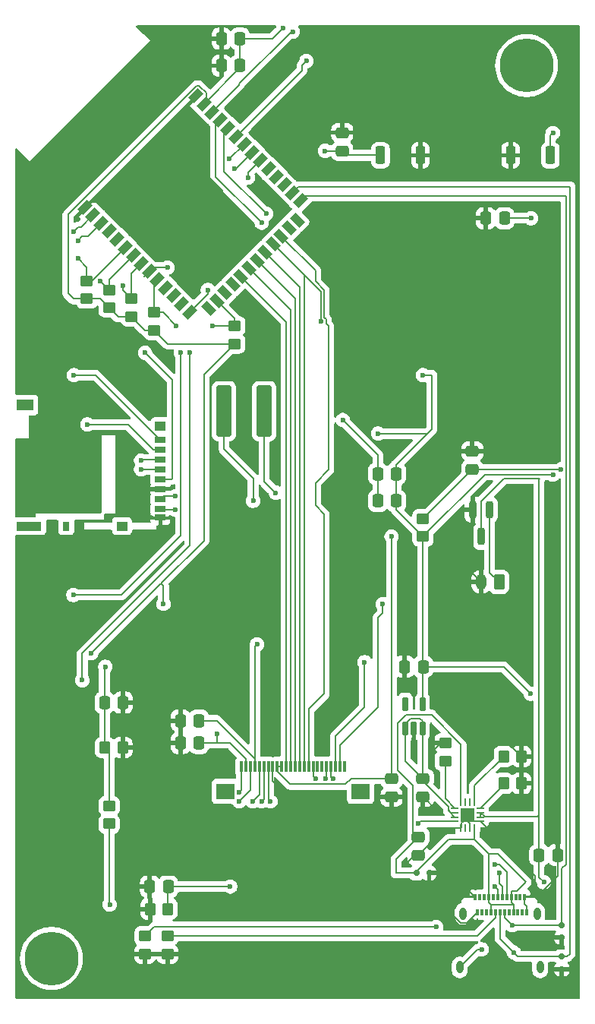
<source format=gbr>
%TF.GenerationSoftware,KiCad,Pcbnew,9.0.6*%
%TF.CreationDate,2025-11-24T16:31:49-05:00*%
%TF.ProjectId,EPD_HUB_ESP32,4550445f-4855-4425-9f45-535033322e6b,rev?*%
%TF.SameCoordinates,Original*%
%TF.FileFunction,Copper,L2,Bot*%
%TF.FilePolarity,Positive*%
%FSLAX46Y46*%
G04 Gerber Fmt 4.6, Leading zero omitted, Abs format (unit mm)*
G04 Created by KiCad (PCBNEW 9.0.6) date 2025-11-24 16:31:49*
%MOMM*%
%LPD*%
G01*
G04 APERTURE LIST*
G04 Aperture macros list*
%AMRoundRect*
0 Rectangle with rounded corners*
0 $1 Rounding radius*
0 $2 $3 $4 $5 $6 $7 $8 $9 X,Y pos of 4 corners*
0 Add a 4 corners polygon primitive as box body*
4,1,4,$2,$3,$4,$5,$6,$7,$8,$9,$2,$3,0*
0 Add four circle primitives for the rounded corners*
1,1,$1+$1,$2,$3*
1,1,$1+$1,$4,$5*
1,1,$1+$1,$6,$7*
1,1,$1+$1,$8,$9*
0 Add four rect primitives between the rounded corners*
20,1,$1+$1,$2,$3,$4,$5,0*
20,1,$1+$1,$4,$5,$6,$7,0*
20,1,$1+$1,$6,$7,$8,$9,0*
20,1,$1+$1,$8,$9,$2,$3,0*%
%AMRotRect*
0 Rectangle, with rotation*
0 The origin of the aperture is its center*
0 $1 length*
0 $2 width*
0 $3 Rotation angle, in degrees counterclockwise*
0 Add horizontal line*
21,1,$1,$2,0,0,$3*%
G04 Aperture macros list end*
%TA.AperFunction,ComponentPad*%
%ADD10C,6.000000*%
%TD*%
%TA.AperFunction,SMDPad,CuDef*%
%ADD11R,1.200000X0.700000*%
%TD*%
%TA.AperFunction,SMDPad,CuDef*%
%ADD12R,0.800000X1.000000*%
%TD*%
%TA.AperFunction,SMDPad,CuDef*%
%ADD13R,1.200000X1.000000*%
%TD*%
%TA.AperFunction,SMDPad,CuDef*%
%ADD14R,2.800000X1.000000*%
%TD*%
%TA.AperFunction,SMDPad,CuDef*%
%ADD15R,1.900000X1.300000*%
%TD*%
%TA.AperFunction,SMDPad,CuDef*%
%ADD16RoundRect,0.250000X-0.337500X-0.475000X0.337500X-0.475000X0.337500X0.475000X-0.337500X0.475000X0*%
%TD*%
%TA.AperFunction,SMDPad,CuDef*%
%ADD17RoundRect,0.250000X-0.475000X0.337500X-0.475000X-0.337500X0.475000X-0.337500X0.475000X0.337500X0*%
%TD*%
%TA.AperFunction,SMDPad,CuDef*%
%ADD18RoundRect,0.250000X-0.350000X-0.450000X0.350000X-0.450000X0.350000X0.450000X-0.350000X0.450000X0*%
%TD*%
%TA.AperFunction,SMDPad,CuDef*%
%ADD19RoundRect,0.250000X0.450000X-0.350000X0.450000X0.350000X-0.450000X0.350000X-0.450000X-0.350000X0*%
%TD*%
%TA.AperFunction,SMDPad,CuDef*%
%ADD20RoundRect,0.250000X0.337500X0.475000X-0.337500X0.475000X-0.337500X-0.475000X0.337500X-0.475000X0*%
%TD*%
%TA.AperFunction,SMDPad,CuDef*%
%ADD21RoundRect,0.250000X-0.450000X0.350000X-0.450000X-0.350000X0.450000X-0.350000X0.450000X0.350000X0*%
%TD*%
%TA.AperFunction,SMDPad,CuDef*%
%ADD22RoundRect,0.150000X0.200000X-0.150000X0.200000X0.150000X-0.200000X0.150000X-0.200000X-0.150000X0*%
%TD*%
%TA.AperFunction,SMDPad,CuDef*%
%ADD23RoundRect,0.250000X0.475000X-0.337500X0.475000X0.337500X-0.475000X0.337500X-0.475000X-0.337500X0*%
%TD*%
%TA.AperFunction,SMDPad,CuDef*%
%ADD24RoundRect,0.250000X0.275000X0.750000X-0.275000X0.750000X-0.275000X-0.750000X0.275000X-0.750000X0*%
%TD*%
%TA.AperFunction,SMDPad,CuDef*%
%ADD25RotRect,1.500000X0.900000X225.000000*%
%TD*%
%TA.AperFunction,SMDPad,CuDef*%
%ADD26RotRect,1.500000X0.900000X45.000000*%
%TD*%
%TA.AperFunction,SMDPad,CuDef*%
%ADD27RotRect,1.500000X0.900000X315.000000*%
%TD*%
%TA.AperFunction,HeatsinkPad*%
%ADD28C,0.600000*%
%TD*%
%TA.AperFunction,HeatsinkPad*%
%ADD29RotRect,3.900000X3.900000X315.000000*%
%TD*%
%TA.AperFunction,ComponentPad*%
%ADD30RoundRect,0.250000X0.350000X0.625000X-0.350000X0.625000X-0.350000X-0.625000X0.350000X-0.625000X0*%
%TD*%
%TA.AperFunction,ComponentPad*%
%ADD31O,1.200000X1.750000*%
%TD*%
%TA.AperFunction,SMDPad,CuDef*%
%ADD32RoundRect,0.250000X-0.600000X-2.600000X0.600000X-2.600000X0.600000X2.600000X-0.600000X2.600000X0*%
%TD*%
%TA.AperFunction,SMDPad,CuDef*%
%ADD33RoundRect,0.062500X0.375000X0.062500X-0.375000X0.062500X-0.375000X-0.062500X0.375000X-0.062500X0*%
%TD*%
%TA.AperFunction,SMDPad,CuDef*%
%ADD34RoundRect,0.062500X0.062500X0.375000X-0.062500X0.375000X-0.062500X-0.375000X0.062500X-0.375000X0*%
%TD*%
%TA.AperFunction,HeatsinkPad*%
%ADD35R,1.600000X1.600000*%
%TD*%
%TA.AperFunction,SMDPad,CuDef*%
%ADD36RoundRect,0.162500X0.162500X-0.617500X0.162500X0.617500X-0.162500X0.617500X-0.162500X-0.617500X0*%
%TD*%
%TA.AperFunction,SMDPad,CuDef*%
%ADD37R,0.300000X0.700000*%
%TD*%
%TA.AperFunction,HeatsinkPad*%
%ADD38O,0.800000X1.400000*%
%TD*%
%TA.AperFunction,SMDPad,CuDef*%
%ADD39RoundRect,0.200000X-0.200000X0.750000X-0.200000X-0.750000X0.200000X-0.750000X0.200000X0.750000X0*%
%TD*%
%TA.AperFunction,SMDPad,CuDef*%
%ADD40R,0.300000X1.300000*%
%TD*%
%TA.AperFunction,SMDPad,CuDef*%
%ADD41R,2.000000X1.800000*%
%TD*%
%TA.AperFunction,SMDPad,CuDef*%
%ADD42RoundRect,0.250000X-0.275000X-0.750000X0.275000X-0.750000X0.275000X0.750000X-0.275000X0.750000X0*%
%TD*%
%TA.AperFunction,SMDPad,CuDef*%
%ADD43RoundRect,0.150000X0.150000X0.200000X-0.150000X0.200000X-0.150000X-0.200000X0.150000X-0.200000X0*%
%TD*%
%TA.AperFunction,ViaPad*%
%ADD44C,0.600000*%
%TD*%
%TA.AperFunction,Conductor*%
%ADD45C,0.200000*%
%TD*%
G04 APERTURE END LIST*
D10*
%TO.P,REF_1,1*%
%TO.N,N/C*%
X165000000Y-48000000D03*
%TD*%
%TO.P,REF_2,1*%
%TO.N,N/C*%
X112000000Y-147500000D03*
%TD*%
D11*
%TO.P,J7,1,DAT2*%
%TO.N,SD_DAT2*%
X124163840Y-89725000D03*
%TO.P,J7,2,DAT3/CD*%
%TO.N,SD_DAT3*%
X124163840Y-90825000D03*
%TO.P,J7,3,CMD*%
%TO.N,SD_CMD*%
X124163840Y-91925000D03*
%TO.P,J7,4,VDD*%
%TO.N,Net-(J7-VDD)*%
X124163840Y-93025000D03*
%TO.P,J7,5,CLK*%
%TO.N,SD_CLK*%
X124163840Y-94125000D03*
%TO.P,J7,6,VSS*%
%TO.N,GND*%
X124163840Y-95225000D03*
%TO.P,J7,7,DAT0*%
%TO.N,SD_DAT0*%
X124163840Y-96325000D03*
%TO.P,J7,8,DAT1*%
%TO.N,SD_DAT1*%
X124163840Y-97425000D03*
%TO.P,J7,9,SHIELD*%
%TO.N,GND*%
X124163840Y-98375000D03*
D12*
%TO.P,J7,10*%
%TO.N,N/C*%
X113663840Y-99325000D03*
D13*
%TO.P,J7,11*%
X119863840Y-99325000D03*
D14*
X109513840Y-99325000D03*
D13*
X124163840Y-88175000D03*
D15*
X109063840Y-85825000D03*
%TD*%
D16*
%TO.P,C8,1*%
%TO.N,BAT_MONIT*%
X117901340Y-119000000D03*
%TO.P,C8,2*%
%TO.N,GND*%
X119976340Y-119000000D03*
%TD*%
D17*
%TO.P,C34,1*%
%TO.N,GND*%
X144438840Y-55462500D03*
%TO.P,C34,2*%
%TO.N,ESP32_IO0*%
X144438840Y-57537500D03*
%TD*%
D18*
%TO.P,R10,1*%
%TO.N,BAT_MONIT*%
X117938840Y-124000000D03*
%TO.P,R10,2*%
%TO.N,GND*%
X119938840Y-124000000D03*
%TD*%
D19*
%TO.P,R12,1*%
%TO.N,VBat+*%
X118438840Y-132500000D03*
%TO.P,R12,2*%
%TO.N,BAT_MONIT*%
X118438840Y-130500000D03*
%TD*%
D16*
%TO.P,C35,1*%
%TO.N,GND*%
X160462500Y-65000000D03*
%TO.P,C35,2*%
%TO.N,ESP32_EN*%
X162537500Y-65000000D03*
%TD*%
D20*
%TO.P,C37,1*%
%TO.N,3V3*%
X150476340Y-96500000D03*
%TO.P,C37,2*%
%TO.N,Net-(J7-VDD)*%
X148401340Y-96500000D03*
%TD*%
D17*
%TO.P,C2,1*%
%TO.N,USB_VBUS*%
X152938840Y-133962500D03*
%TO.P,C2,2*%
%TO.N,GND*%
X152938840Y-136037500D03*
%TD*%
D20*
%TO.P,C33,1*%
%TO.N,3V3*%
X133037500Y-48010000D03*
%TO.P,C33,2*%
%TO.N,GND*%
X130962500Y-48010000D03*
%TD*%
D19*
%TO.P,R4,1*%
%TO.N,Net-(U2-ILIM)*%
X155938840Y-125500000D03*
%TO.P,R4,2*%
%TO.N,GND*%
X155938840Y-123500000D03*
%TD*%
D21*
%TO.P,R3,1*%
%TO.N,Net-(J1-CC2)*%
X124938840Y-145000000D03*
%TO.P,R3,2*%
%TO.N,GND*%
X124938840Y-147000000D03*
%TD*%
D22*
%TO.P,D1,1,K*%
%TO.N,ESP32_DP*%
X168938840Y-147300000D03*
%TO.P,D1,2,A*%
%TO.N,GND*%
X168938840Y-148700000D03*
%TD*%
D23*
%TO.P,C22,1*%
%TO.N,GND*%
X149938840Y-129537500D03*
%TO.P,C22,2*%
%TO.N,/E_ink_HAT/VCC_EPD_OUT*%
X149938840Y-127462500D03*
%TD*%
D24*
%TO.P,SW6,1,1*%
%TO.N,GND*%
X153163840Y-58000000D03*
%TO.P,SW6,2,2*%
%TO.N,ESP32_IO0*%
X148713840Y-58000000D03*
%TD*%
D21*
%TO.P,R54,1*%
%TO.N,SD_DAT0*%
X123438840Y-75500000D03*
%TO.P,R54,2*%
%TO.N,3V3*%
X123438840Y-77500000D03*
%TD*%
D18*
%TO.P,R5,1*%
%TO.N,Net-(U2-ISET)*%
X162438840Y-125000000D03*
%TO.P,R5,2*%
%TO.N,GND*%
X164438840Y-125000000D03*
%TD*%
D20*
%TO.P,C1,1*%
%TO.N,Net-(J1-SHIELD)*%
X125037500Y-139500000D03*
%TO.P,C1,2*%
%TO.N,GND*%
X122962500Y-139500000D03*
%TD*%
D21*
%TO.P,R55,1*%
%TO.N,SD_DAT1*%
X132438840Y-77000000D03*
%TO.P,R55,2*%
%TO.N,3V3*%
X132438840Y-79000000D03*
%TD*%
D23*
%TO.P,C5,1*%
%TO.N,ESP32_EN*%
X158938840Y-93037500D03*
%TO.P,C5,2*%
%TO.N,GND*%
X158938840Y-90962500D03*
%TD*%
D20*
%TO.P,C6,1*%
%TO.N,3V3*%
X153476340Y-115000000D03*
%TO.P,C6,2*%
%TO.N,GND*%
X151401340Y-115000000D03*
%TD*%
D21*
%TO.P,R9,1*%
%TO.N,SD_DAT3*%
X118438840Y-73000000D03*
%TO.P,R9,2*%
%TO.N,3V3*%
X118438840Y-75000000D03*
%TD*%
D25*
%TO.P,U4,1,GND*%
%TO.N,GND*%
X128106500Y-51394510D03*
%TO.P,U4,2,3V3*%
%TO.N,3V3*%
X129004525Y-52292536D03*
%TO.P,U4,3,EN*%
%TO.N,ESP32_EN*%
X129902551Y-53190561D03*
%TO.P,U4,4,IO4*%
%TO.N,DPAD_UP*%
X130800577Y-54088587D03*
%TO.P,U4,5,IO5*%
%TO.N,DPAD_DOWN*%
X131698602Y-54986612D03*
%TO.P,U4,6,IO6*%
%TO.N,DPAD_LEFT*%
X132596628Y-55884638D03*
%TO.P,U4,7,IO7*%
%TO.N,DPAD_RIGHT*%
X133494653Y-56782664D03*
%TO.P,U4,8,IO15*%
%TO.N,BUTTON_B*%
X134392679Y-57680689D03*
%TO.P,U4,9,IO16*%
%TO.N,BUTTON_A*%
X135290705Y-58578715D03*
%TO.P,U4,10,IO17*%
%TO.N,unconnected-(U4-IO17-Pad10)*%
X136188730Y-59476741D03*
%TO.P,U4,11,IO18*%
%TO.N,unconnected-(U4-IO18-Pad11)*%
X137086756Y-60374766D03*
%TO.P,U4,12,IO8*%
%TO.N,unconnected-(U4-IO8-Pad12)*%
X137984781Y-61272792D03*
%TO.P,U4,13,USB_D-*%
%TO.N,ESP32_DP*%
X138882807Y-62170817D03*
D26*
%TO.P,U4,14,USB_D+*%
%TO.N,ESP32_DN*%
X139780833Y-63068843D03*
D27*
%TO.P,U4,15,IO3*%
%TO.N,unconnected-(U4-IO3-Pad15)*%
X139416673Y-65200770D03*
%TO.P,U4,16,IO46*%
%TO.N,unconnected-(U4-IO46-Pad16)*%
X138518647Y-66098796D03*
%TO.P,U4,17,IO9*%
%TO.N,EPD_BUSY*%
X137620621Y-66996821D03*
%TO.P,U4,18,IO10*%
%TO.N,EPD_RST*%
X136722596Y-67894847D03*
%TO.P,U4,19,IO11*%
%TO.N,EPD_DC*%
X135824570Y-68792872D03*
%TO.P,U4,20,IO12*%
%TO.N,EPD_CS*%
X134926545Y-69690898D03*
%TO.P,U4,21,IO13*%
%TO.N,EPD_SCK*%
X134028519Y-70588924D03*
%TO.P,U4,22,IO14*%
%TO.N,EPD_MOSI*%
X133130493Y-71486949D03*
%TO.P,U4,23,IO21*%
%TO.N,unconnected-(U4-IO21-Pad23)*%
X132232468Y-72384975D03*
%TO.P,U4,24,IO47*%
%TO.N,unconnected-(U4-IO47-Pad24)*%
X131334442Y-73283000D03*
%TO.P,U4,25,IO48*%
%TO.N,SD_DAT1*%
X130436417Y-74181026D03*
%TO.P,U4,26,IO45*%
%TO.N,unconnected-(U4-IO45-Pad26)*%
X129538391Y-75079052D03*
D25*
%TO.P,U4,27,IO0*%
%TO.N,ESP32_IO0*%
X127406464Y-75443212D03*
%TO.P,U4,28,IO35*%
%TO.N,unconnected-(U4-IO35-Pad28)*%
X126508438Y-74545186D03*
%TO.P,U4,29,IO36*%
%TO.N,unconnected-(U4-IO36-Pad29)*%
X125610413Y-73647160D03*
%TO.P,U4,30,IO37*%
%TO.N,unconnected-(U4-IO37-Pad30)*%
X124712387Y-72749135D03*
%TO.P,U4,31,IO38*%
%TO.N,SD_DAT0*%
X123814362Y-71851109D03*
%TO.P,U4,32,IO39*%
%TO.N,SD_CLK*%
X122916336Y-70953084D03*
%TO.P,U4,33,IO40*%
%TO.N,SD_CMD*%
X122018310Y-70055058D03*
%TO.P,U4,34,IO41*%
%TO.N,SD_DAT3*%
X121120285Y-69157032D03*
%TO.P,U4,35,IO42*%
%TO.N,SD_DAT2*%
X120222259Y-68259007D03*
%TO.P,U4,36,RXD0*%
%TO.N,unconnected-(U4-RXD0-Pad36)*%
X119324233Y-67360981D03*
%TO.P,U4,37,TXD0*%
%TO.N,unconnected-(U4-TXD0-Pad37)*%
X118426208Y-66462956D03*
%TO.P,U4,38,IO2*%
%TO.N,CHG_STATUS*%
X117528182Y-65564930D03*
%TO.P,U4,39,IO1*%
%TO.N,BAT_MONIT*%
X116630157Y-64666904D03*
%TO.P,U4,40,GND*%
%TO.N,GND*%
X115732131Y-63768879D03*
D28*
%TO.P,U4,41,GND*%
X129923764Y-61484924D03*
X128933815Y-60494974D03*
X129923764Y-62474873D03*
X128933815Y-61484924D03*
X127943865Y-60494974D03*
X128933815Y-62474873D03*
D29*
X128438840Y-61979899D03*
D28*
X127943865Y-61484924D03*
X128933815Y-63464823D03*
X127943865Y-62474873D03*
X126953916Y-61484924D03*
X127943865Y-63464823D03*
X126953916Y-62474873D03*
%TD*%
D21*
%TO.P,R53,1*%
%TO.N,SD_CMD*%
X120938840Y-74000000D03*
%TO.P,R53,2*%
%TO.N,3V3*%
X120938840Y-76000000D03*
%TD*%
D30*
%TO.P,J5,1,Pin_1*%
%TO.N,Net-(J5-Pin_1)*%
X161938840Y-105550000D03*
D31*
%TO.P,J5,2,Pin_2*%
%TO.N,GND*%
X159938840Y-105550000D03*
%TD*%
D32*
%TO.P,L1,1,1*%
%TO.N,/E_ink_HAT/VCC_EPD_OUT*%
X131250000Y-86500000D03*
%TO.P,L1,2,2*%
%TO.N,Net-(D5-K)*%
X135750000Y-86500000D03*
%TD*%
D16*
%TO.P,C16,1*%
%TO.N,GND*%
X126401340Y-123500000D03*
%TO.P,C16,2*%
%TO.N,/E_ink_HAT/PREVGL*%
X128476340Y-123500000D03*
%TD*%
D33*
%TO.P,U2,1,TS*%
%TO.N,Net-(U2-TS)*%
X159876340Y-130750000D03*
%TO.P,U2,2,BAT*%
%TO.N,VBat+*%
X159876340Y-131250000D03*
%TO.P,U2,3,BAT*%
X159876340Y-131750000D03*
%TO.P,U2,4,~{CE}*%
%TO.N,GND*%
X159876340Y-132250000D03*
D34*
%TO.P,U2,5,EN2*%
%TO.N,USB_VBUS*%
X159188840Y-132937500D03*
%TO.P,U2,6,EN1*%
%TO.N,GND*%
X158688840Y-132937500D03*
%TO.P,U2,7,~{PGOOD}*%
%TO.N,unconnected-(U2-~{PGOOD}-Pad7)*%
X158188840Y-132937500D03*
%TO.P,U2,8,VSS*%
%TO.N,GND*%
X157688840Y-132937500D03*
D33*
%TO.P,U2,9,~{CHG}*%
%TO.N,CHG_STATUS*%
X157001340Y-132250000D03*
%TO.P,U2,10,OUT*%
%TO.N,Net-(U3-EN)*%
X157001340Y-131750000D03*
%TO.P,U2,11,OUT*%
X157001340Y-131250000D03*
%TO.P,U2,12,ILIM*%
%TO.N,Net-(U2-ILIM)*%
X157001340Y-130750000D03*
D34*
%TO.P,U2,13,IN*%
%TO.N,USB_VBUS*%
X157688840Y-130062500D03*
%TO.P,U2,14,TMR*%
%TO.N,unconnected-(U2-TMR-Pad14)*%
X158188840Y-130062500D03*
%TO.P,U2,15,ITERM*%
%TO.N,unconnected-(U2-ITERM-Pad15)*%
X158688840Y-130062500D03*
%TO.P,U2,16,ISET*%
%TO.N,Net-(U2-ISET)*%
X159188840Y-130062500D03*
D35*
%TO.P,U2,17,VSS*%
%TO.N,GND*%
X158438840Y-131500000D03*
%TD*%
D20*
%TO.P,C36,1*%
%TO.N,3V3*%
X150476340Y-93490000D03*
%TO.P,C36,2*%
%TO.N,Net-(J7-VDD)*%
X148401340Y-93490000D03*
%TD*%
D18*
%TO.P,R1,1*%
%TO.N,GND*%
X123000000Y-142000000D03*
%TO.P,R1,2*%
%TO.N,Net-(J1-SHIELD)*%
X125000000Y-142000000D03*
%TD*%
D36*
%TO.P,U3,1,VIN*%
%TO.N,Net-(U3-EN)*%
X153388840Y-121850000D03*
%TO.P,U3,2,GND*%
%TO.N,GND*%
X152438840Y-121850000D03*
%TO.P,U3,3,EN*%
%TO.N,Net-(U3-EN)*%
X151488840Y-121850000D03*
%TO.P,U3,4,NC*%
%TO.N,unconnected-(U3-NC-Pad4)*%
X151488840Y-119150000D03*
%TO.P,U3,5,VOUT*%
%TO.N,3V3*%
X153388840Y-119150000D03*
%TD*%
D16*
%TO.P,C14,1*%
%TO.N,GND*%
X126401340Y-121000000D03*
%TO.P,C14,2*%
%TO.N,/E_ink_HAT/PREVGH*%
X128476340Y-121000000D03*
%TD*%
D19*
%TO.P,R7,1*%
%TO.N,3V3*%
X153438840Y-100500000D03*
%TO.P,R7,2*%
%TO.N,ESP32_EN*%
X153438840Y-98500000D03*
%TD*%
D16*
%TO.P,C3,1*%
%TO.N,VBat+*%
X166401340Y-136000000D03*
%TO.P,C3,2*%
%TO.N,GND*%
X168476340Y-136000000D03*
%TD*%
D37*
%TO.P,J1,A1,GND*%
%TO.N,GND*%
X164789840Y-140640000D03*
%TO.P,J1,A2,TX1+*%
%TO.N,unconnected-(J1-TX1+-PadA2)*%
X164289840Y-140640000D03*
%TO.P,J1,A3,TX1-*%
%TO.N,unconnected-(J1-TX1--PadA3)*%
X163789840Y-140640000D03*
%TO.P,J1,A4,VBUS*%
%TO.N,USB_VBUS*%
X163289840Y-140640000D03*
%TO.P,J1,A5,CC1*%
%TO.N,Net-(J1-CC1)*%
X162789840Y-140640000D03*
%TO.P,J1,A6,D+*%
%TO.N,ESP32_DP*%
X162289840Y-140640000D03*
%TO.P,J1,A7,D-*%
%TO.N,ESP32_DN*%
X161789840Y-140640000D03*
%TO.P,J1,A8,SBU1*%
%TO.N,unconnected-(J1-SBU1-PadA8)*%
X161289840Y-140640000D03*
%TO.P,J1,A9,VBUS*%
%TO.N,USB_VBUS*%
X160789840Y-140640000D03*
%TO.P,J1,A10,RX2-*%
%TO.N,unconnected-(J1-RX2--PadA10)*%
X160289840Y-140640000D03*
%TO.P,J1,A11,RX2+*%
%TO.N,unconnected-(J1-RX2+-PadA11)*%
X159789840Y-140640000D03*
%TO.P,J1,A12,GND*%
%TO.N,GND*%
X159289840Y-140640000D03*
%TO.P,J1,B1,GND*%
X159539840Y-142340000D03*
%TO.P,J1,B2,TX2+*%
%TO.N,unconnected-(J1-TX2+-PadB2)*%
X160039840Y-142340000D03*
%TO.P,J1,B3,TX2-*%
%TO.N,unconnected-(J1-TX2--PadB3)*%
X160539840Y-142340000D03*
%TO.P,J1,B4,VBUS*%
%TO.N,USB_VBUS*%
X161039840Y-142340000D03*
%TO.P,J1,B5,CC2*%
%TO.N,Net-(J1-CC2)*%
X161539840Y-142340000D03*
%TO.P,J1,B6,D+*%
%TO.N,ESP32_DP*%
X162039840Y-142340000D03*
%TO.P,J1,B7,D-*%
%TO.N,ESP32_DN*%
X162539840Y-142340000D03*
%TO.P,J1,B8,SBU2*%
%TO.N,unconnected-(J1-SBU2-PadB8)*%
X163039840Y-142340000D03*
%TO.P,J1,B9,VBUS*%
%TO.N,USB_VBUS*%
X163539840Y-142340000D03*
%TO.P,J1,B10,RX1-*%
%TO.N,unconnected-(J1-RX1--PadB10)*%
X164039840Y-142340000D03*
%TO.P,J1,B11,RX1+*%
%TO.N,unconnected-(J1-RX1+-PadB11)*%
X164539840Y-142340000D03*
%TO.P,J1,B12,GND*%
%TO.N,GND*%
X165039840Y-142340000D03*
D38*
%TO.P,J1,S1,SHIELD*%
%TO.N,Net-(J1-SHIELD)*%
X166529840Y-148500000D03*
X166169840Y-142550000D03*
X157909840Y-142550000D03*
X157549840Y-148500000D03*
%TD*%
D39*
%TO.P,Q3,1,G*%
%TO.N,GND*%
X158988840Y-97500000D03*
%TO.P,Q3,2,S*%
%TO.N,Net-(J5-Pin_1)*%
X160888840Y-97500000D03*
%TO.P,Q3,3,D*%
%TO.N,VBat+*%
X159938840Y-100500000D03*
%TD*%
D40*
%TO.P,J3,1,Pin_1*%
%TO.N,unconnected-(J3-Pin_1-Pad1)*%
X144688840Y-126150000D03*
%TO.P,J3,2,Pin_2*%
%TO.N,/E_ink_HAT/GDR*%
X144188840Y-126150000D03*
%TO.P,J3,3,Pin_3*%
%TO.N,/E_ink_HAT/RESE*%
X143688840Y-126150000D03*
%TO.P,J3,4,Pin_4*%
%TO.N,Net-(J3-Pin_4)*%
X143188840Y-126150000D03*
%TO.P,J3,5,Pin_5*%
%TO.N,Net-(J3-Pin_5)*%
X142688840Y-126150000D03*
%TO.P,J3,6,Pin_6*%
%TO.N,unconnected-(J3-Pin_6-Pad6)*%
X142188840Y-126150000D03*
%TO.P,J3,7,Pin_7*%
%TO.N,unconnected-(J3-Pin_7-Pad7)*%
X141688840Y-126150000D03*
%TO.P,J3,8,Pin_8*%
%TO.N,GND*%
X141188840Y-126150000D03*
%TO.P,J3,9,Pin_9*%
%TO.N,EPD_BUSY*%
X140688840Y-126150000D03*
%TO.P,J3,10,Pin_10*%
%TO.N,EPD_RST*%
X140188840Y-126150000D03*
%TO.P,J3,11,Pin_11*%
%TO.N,EPD_DC*%
X139688840Y-126150000D03*
%TO.P,J3,12,Pin_12*%
%TO.N,EPD_CS*%
X139188840Y-126150000D03*
%TO.P,J3,13,Pin_13*%
%TO.N,EPD_SCK*%
X138688840Y-126150000D03*
%TO.P,J3,14,Pin_14*%
%TO.N,EPD_MOSI*%
X138188840Y-126150000D03*
%TO.P,J3,15,Pin_15*%
%TO.N,/E_ink_HAT/VCC_EPD_OUT*%
X137688840Y-126150000D03*
%TO.P,J3,16,Pin_16*%
X137188840Y-126150000D03*
%TO.P,J3,17,Pin_17*%
%TO.N,GND*%
X136688840Y-126150000D03*
%TO.P,J3,18,Pin_18*%
%TO.N,Net-(J3-Pin_18)*%
X136188840Y-126150000D03*
%TO.P,J3,19,Pin_19*%
%TO.N,Net-(J3-Pin_19)*%
X135688840Y-126150000D03*
%TO.P,J3,20,Pin_20*%
%TO.N,Net-(J3-Pin_20)*%
X135188840Y-126150000D03*
%TO.P,J3,21,Pin_21*%
%TO.N,/E_ink_HAT/PREVGH*%
X134688840Y-126150000D03*
%TO.P,J3,22,Pin_22*%
%TO.N,Net-(J3-Pin_22)*%
X134188840Y-126150000D03*
%TO.P,J3,23,Pin_23*%
%TO.N,/E_ink_HAT/PREVGL*%
X133688840Y-126150000D03*
%TO.P,J3,24,Pin_24*%
%TO.N,Net-(J3-Pin_24)*%
X133188840Y-126150000D03*
D41*
%TO.P,J3,Z1*%
%TO.N,N/C*%
X146488840Y-128900000D03*
%TO.P,J3,Z2*%
X131388840Y-128900000D03*
%TD*%
D17*
%TO.P,C4,1*%
%TO.N,Net-(U3-EN)*%
X153438840Y-127462500D03*
%TO.P,C4,2*%
%TO.N,GND*%
X153438840Y-129537500D03*
%TD*%
D21*
%TO.P,R8,1*%
%TO.N,SD_DAT2*%
X115938840Y-72000000D03*
%TO.P,R8,2*%
%TO.N,3V3*%
X115938840Y-74000000D03*
%TD*%
D20*
%TO.P,C32,1*%
%TO.N,3V3*%
X133037500Y-45000000D03*
%TO.P,C32,2*%
%TO.N,GND*%
X130962500Y-45000000D03*
%TD*%
D21*
%TO.P,R2,1*%
%TO.N,Net-(J1-CC1)*%
X122438840Y-145000000D03*
%TO.P,R2,2*%
%TO.N,GND*%
X122438840Y-147000000D03*
%TD*%
D18*
%TO.P,R6,1*%
%TO.N,Net-(U2-TS)*%
X162438840Y-128000000D03*
%TO.P,R6,2*%
%TO.N,GND*%
X164438840Y-128000000D03*
%TD*%
D42*
%TO.P,SW12,1,1*%
%TO.N,GND*%
X163213840Y-58000000D03*
%TO.P,SW12,2,2*%
%TO.N,ESP32_EN*%
X167663840Y-58000000D03*
%TD*%
D22*
%TO.P,D2,1,K*%
%TO.N,ESP32_DN*%
X168938840Y-143800000D03*
%TO.P,D2,2,A*%
%TO.N,GND*%
X168938840Y-145200000D03*
%TD*%
D43*
%TO.P,D3,1,K*%
%TO.N,USB_VBUS*%
X152738840Y-138000000D03*
%TO.P,D3,2,A*%
%TO.N,GND*%
X154138840Y-138000000D03*
%TD*%
D44*
%TO.N,3V3*%
X124500000Y-108000000D03*
%TO.N,GND*%
X151000000Y-112500000D03*
%TO.N,BAT_MONIT*%
X118000000Y-115000000D03*
%TO.N,GND*%
X120000000Y-126500000D03*
%TO.N,VBat+*%
X118500000Y-141500000D03*
%TO.N,ESP32_IO0*%
X142500000Y-57500000D03*
%TO.N,ESP32_EN*%
X165500000Y-65000000D03*
%TO.N,SD_DAT2*%
X114500000Y-82500000D03*
%TO.N,SD_DAT3*%
X116000000Y-88000000D03*
%TO.N,SD_CMD*%
X122000000Y-92000000D03*
%TO.N,SD_DAT1*%
X125838840Y-97500000D03*
%TO.N,SD_DAT0*%
X125838840Y-96000000D03*
%TO.N,GND*%
X134000000Y-67500000D03*
X152438840Y-124000000D03*
X154438840Y-124500000D03*
X149000000Y-79500000D03*
X158438840Y-117500000D03*
X141438840Y-127500000D03*
X155500000Y-91000000D03*
X137438840Y-128500000D03*
X165438840Y-145500000D03*
X167500000Y-134000000D03*
X154938840Y-131000000D03*
X151500000Y-137000000D03*
%TO.N,Net-(J1-SHIELD)*%
X131938840Y-139500000D03*
X160000000Y-146500000D03*
%TO.N,VBat+*%
X166938840Y-139000000D03*
%TO.N,ESP32_EN*%
X168836840Y-93000000D03*
X138936840Y-44201000D03*
X167938840Y-55500000D03*
%TO.N,3V3*%
X153438840Y-82500000D03*
X167938840Y-93600000D03*
X137837840Y-43800000D03*
X116438840Y-113500000D03*
X148438840Y-89000000D03*
X165438840Y-118000000D03*
%TO.N,BAT_MONIT*%
X114438840Y-66500000D03*
%TO.N,/E_ink_HAT/VCC_EPD_OUT*%
X134500000Y-96500000D03*
X149938840Y-100500000D03*
%TO.N,Net-(D5-K)*%
X137000000Y-95600000D03*
%TO.N,Net-(J3-Pin_20)*%
X134438840Y-130000000D03*
%TO.N,/E_ink_HAT/PREVGH*%
X134938840Y-112500000D03*
%TO.N,Net-(J3-Pin_22)*%
X132938840Y-130000000D03*
%TO.N,/E_ink_HAT/PREVGL*%
X130438840Y-122500000D03*
%TO.N,Net-(J3-Pin_5)*%
X142588840Y-127500000D03*
%TO.N,Net-(J3-Pin_18)*%
X136438840Y-130000000D03*
%TO.N,Net-(J3-Pin_19)*%
X135438840Y-130000000D03*
%TO.N,Net-(J3-Pin_24)*%
X132888842Y-129000000D03*
%TO.N,Net-(J3-Pin_4)*%
X143388843Y-127500000D03*
%TO.N,ESP32_IO0*%
X129438840Y-73000000D03*
%TO.N,Net-(J7-VDD)*%
X122000000Y-93000000D03*
X144500000Y-87500000D03*
%TO.N,ESP32_DP*%
X161938840Y-138000000D03*
X163588658Y-146850182D03*
%TO.N,ESP32_DN*%
X163397840Y-143800000D03*
X161438840Y-139500000D03*
%TO.N,BUTTON_B*%
X132438840Y-59500000D03*
X114438840Y-107000000D03*
X126438840Y-80000000D03*
%TO.N,BUTTON_A*%
X115438840Y-116500000D03*
X133938840Y-60500000D03*
X127438840Y-80000000D03*
%TO.N,DPAD_RIGHT*%
X131858078Y-58419238D03*
%TO.N,DPAD_UP*%
X135438840Y-65500000D03*
%TO.N,DPAD_DOWN*%
X135938840Y-64500000D03*
%TO.N,DPAD_LEFT*%
X140438840Y-47500000D03*
%TO.N,Net-(J1-CC1)*%
X154938840Y-144000000D03*
X161438840Y-137000000D03*
%TO.N,/E_ink_HAT/GDR*%
X148938840Y-108000000D03*
%TO.N,EPD_RST*%
X142038840Y-76500000D03*
%TO.N,/E_ink_HAT/RESE*%
X146938840Y-114500000D03*
%TO.N,SD_DAT2*%
X114938840Y-69500000D03*
%TO.N,SD_DAT0*%
X125938840Y-77000000D03*
%TO.N,SD_CLK*%
X122438840Y-80000000D03*
X124938840Y-70500000D03*
%TO.N,SD_CMD*%
X119938840Y-72500000D03*
%TO.N,SD_DAT3*%
X117438840Y-72000000D03*
%TO.N,SD_DAT1*%
X129938840Y-77000000D03*
%TO.N,CHG_STATUS*%
X114938840Y-67500000D03*
X152938840Y-132500000D03*
%TD*%
D45*
%TO.N,GND*%
X158988840Y-104600000D02*
X159938840Y-105550000D01*
X158988840Y-97500000D02*
X158988840Y-104600000D01*
%TO.N,Net-(J5-Pin_1)*%
X160888840Y-97500000D02*
X160888840Y-104500000D01*
%TO.N,VBat+*%
X159938840Y-100500000D02*
X159938840Y-96550000D01*
X159938840Y-96550000D02*
X162488840Y-94000000D01*
%TO.N,3V3*%
X124500000Y-106000000D02*
X124219420Y-105719420D01*
X124500000Y-108000000D02*
X124500000Y-106000000D01*
X116438840Y-113500000D02*
X124219420Y-105719420D01*
%TO.N,GND*%
X151401340Y-112901340D02*
X151401340Y-115000000D01*
X151000000Y-112500000D02*
X151401340Y-112901340D01*
%TO.N,3V3*%
X153438840Y-114486160D02*
X153438840Y-100500000D01*
X153476340Y-114523660D02*
X153438840Y-114486160D01*
X153476340Y-115000000D02*
X153476340Y-114523660D01*
X133037500Y-48259561D02*
X129004525Y-52292536D01*
X133037500Y-48010000D02*
X133037500Y-48259561D01*
X133037500Y-48010000D02*
X133037500Y-45000000D01*
X136637840Y-45000000D02*
X133037500Y-45000000D01*
X137837840Y-43800000D02*
X136637840Y-45000000D01*
%TO.N,BAT_MONIT*%
X117901340Y-115098660D02*
X117901340Y-119000000D01*
X118000000Y-115000000D02*
X117901340Y-115098660D01*
%TO.N,GND*%
X119938840Y-126438840D02*
X119938840Y-124000000D01*
X120000000Y-126500000D02*
X119938840Y-126438840D01*
%TO.N,BAT_MONIT*%
X117938840Y-119037500D02*
X117901340Y-119000000D01*
X117938840Y-124000000D02*
X117938840Y-119037500D01*
X118438840Y-124500000D02*
X117938840Y-124000000D01*
X118438840Y-130500000D02*
X118438840Y-124500000D01*
%TO.N,VBat+*%
X118438840Y-141438840D02*
X118438840Y-132500000D01*
X118500000Y-141500000D02*
X118438840Y-141438840D01*
%TO.N,ESP32_IO0*%
X142500000Y-57500000D02*
X144401340Y-57500000D01*
X144401340Y-57500000D02*
X144438840Y-57537500D01*
X144901340Y-58000000D02*
X144438840Y-57537500D01*
X148713840Y-58000000D02*
X144901340Y-58000000D01*
%TO.N,ESP32_EN*%
X162537500Y-65000000D02*
X165500000Y-65000000D01*
%TO.N,GND*%
X159500000Y-65000000D02*
X159000000Y-65500000D01*
X159000000Y-67500000D02*
X158938840Y-67561160D01*
X160462500Y-65000000D02*
X159500000Y-65000000D01*
X159000000Y-65500000D02*
X159000000Y-67500000D01*
%TO.N,SD_DAT2*%
X116938840Y-82500000D02*
X124163840Y-89725000D01*
X114500000Y-82500000D02*
X116938840Y-82500000D01*
%TO.N,SD_DAT3*%
X120538840Y-88000000D02*
X123363840Y-90825000D01*
X116000000Y-88000000D02*
X120538840Y-88000000D01*
X123363840Y-90825000D02*
X124163840Y-90825000D01*
%TO.N,SD_CMD*%
X122000000Y-92000000D02*
X122075000Y-91925000D01*
X122075000Y-91925000D02*
X124163840Y-91925000D01*
%TO.N,SD_CLK*%
X125500000Y-94000000D02*
X125375000Y-94125000D01*
X125500000Y-83061160D02*
X125500000Y-94000000D01*
X122438840Y-80000000D02*
X125500000Y-83061160D01*
X125375000Y-94125000D02*
X124163840Y-94125000D01*
%TO.N,SD_DAT1*%
X124238840Y-97500000D02*
X124163840Y-97425000D01*
X125838840Y-97500000D02*
X124238840Y-97500000D01*
%TO.N,SD_DAT0*%
X124488840Y-96000000D02*
X124163840Y-96325000D01*
X125838840Y-96000000D02*
X124488840Y-96000000D01*
%TO.N,Net-(J7-VDD)*%
X122025000Y-93025000D02*
X124163840Y-93025000D01*
X122000000Y-93000000D02*
X122025000Y-93025000D01*
%TO.N,GND*%
X136688840Y-126150000D02*
X136688840Y-127750000D01*
X165039840Y-142340000D02*
X165039840Y-141656008D01*
X128438840Y-61979899D02*
X122990026Y-56531085D01*
X165738840Y-145200000D02*
X165438840Y-145500000D01*
X122990026Y-56531085D02*
X122969925Y-56531085D01*
X157688840Y-132937500D02*
X157762840Y-132863500D01*
X158938840Y-75938840D02*
X158938840Y-90962500D01*
X155500000Y-91000000D02*
X155537500Y-90962500D01*
X149000000Y-75000000D02*
X150000000Y-74000000D01*
X152938840Y-136037500D02*
X156038840Y-132937500D01*
X141188840Y-127250000D02*
X141438840Y-127500000D01*
X164438840Y-128000000D02*
X164438840Y-125000000D01*
X159825340Y-132199000D02*
X159137840Y-132199000D01*
X155537500Y-90962500D02*
X158938840Y-90962500D01*
X152462500Y-136037500D02*
X151500000Y-137000000D01*
X165298840Y-140640000D02*
X165938840Y-140000000D01*
X155938840Y-123500000D02*
X155438840Y-123500000D01*
X168476340Y-136000000D02*
X168476340Y-134976340D01*
X159137840Y-132199000D02*
X158438840Y-131500000D01*
X156038840Y-132937500D02*
X157688840Y-132937500D01*
X158438840Y-119000000D02*
X158438840Y-117500000D01*
X158328840Y-143551000D02*
X157619476Y-143551000D01*
X157762840Y-132863500D02*
X157762840Y-132410202D01*
X149000000Y-79500000D02*
X149000000Y-75000000D01*
X159876340Y-132250000D02*
X159825340Y-132199000D01*
X165039840Y-141656008D02*
X164789840Y-141406008D01*
X154138840Y-140070364D02*
X154138840Y-138000000D01*
X141188840Y-126150000D02*
X141188840Y-127250000D01*
X158938840Y-90962500D02*
X158938840Y-67561160D01*
X164438840Y-125000000D02*
X158438840Y-119000000D01*
X157000000Y-74000000D02*
X158938840Y-75938840D01*
X157762840Y-132410202D02*
X157974042Y-132199000D01*
X157974042Y-132199000D02*
X158403638Y-132199000D01*
X156649840Y-138000000D02*
X154138840Y-138000000D01*
X115732131Y-63768879D02*
X116262461Y-63238549D01*
X168938840Y-145200000D02*
X165738840Y-145200000D01*
X152438840Y-121850000D02*
X152438840Y-124000000D01*
X122969925Y-56531085D02*
X128106500Y-51394510D01*
X158403638Y-132199000D02*
X158688840Y-132484202D01*
X165938840Y-140000000D02*
X166788783Y-140000000D01*
X152938840Y-136037500D02*
X152462500Y-136037500D01*
X158688840Y-132484202D02*
X158688840Y-132937500D01*
X155438840Y-123500000D02*
X154438840Y-124500000D01*
X166788783Y-140000000D02*
X168476340Y-138312443D01*
X136688840Y-127750000D02*
X137438840Y-128500000D01*
X153438840Y-129537500D02*
X153476340Y-129537500D01*
X168476340Y-134976340D02*
X167500000Y-134000000D01*
X115732131Y-63768879D02*
X122969925Y-56531085D01*
X153476340Y-129537500D02*
X154938840Y-131000000D01*
X129738549Y-63238549D02*
X134000000Y-67500000D01*
X164789840Y-140640000D02*
X165298840Y-140640000D01*
X157619476Y-143551000D02*
X154138840Y-140070364D01*
X164789840Y-141406008D02*
X164789840Y-140640000D01*
X116262461Y-63238549D02*
X129738549Y-63238549D01*
X159289840Y-140640000D02*
X156649840Y-138000000D01*
X150000000Y-74000000D02*
X157000000Y-74000000D01*
X159539840Y-142340000D02*
X158328840Y-143551000D01*
X165938840Y-138312500D02*
X165938840Y-140000000D01*
X168476340Y-138312443D02*
X168476340Y-136000000D01*
X159876340Y-132250000D02*
X165938840Y-138312500D01*
%TO.N,Net-(J1-SHIELD)*%
X166438840Y-143000000D02*
X166401340Y-142962500D01*
X160000000Y-146500000D02*
X159549840Y-146500000D01*
X131938840Y-139500000D02*
X125037500Y-139500000D01*
X125000000Y-142000000D02*
X125000000Y-139537500D01*
X159549840Y-146500000D02*
X157549840Y-148500000D01*
X125000000Y-139537500D02*
X125037500Y-139500000D01*
%TO.N,USB_VBUS*%
X163940840Y-139989000D02*
X164934340Y-138995500D01*
X152337840Y-128262840D02*
X152337840Y-133361500D01*
X159188840Y-134250000D02*
X159188840Y-132937500D01*
X152337840Y-133361500D02*
X152938840Y-133962500D01*
X163539840Y-141492000D02*
X163289840Y-141242000D01*
X160789840Y-141242000D02*
X160789840Y-140640000D01*
X150649000Y-126574000D02*
X152337840Y-128262840D01*
X163289840Y-140640000D02*
X163338840Y-140591000D01*
X157688840Y-130062500D02*
X157688840Y-123663840D01*
X161039840Y-142340000D02*
X161039840Y-141492000D01*
X160789840Y-140640000D02*
X160789840Y-135851000D01*
X160438840Y-135500000D02*
X159188840Y-134250000D01*
X152738840Y-138000000D02*
X150438840Y-138000000D01*
X163338840Y-140591000D02*
X163338840Y-139989000D01*
X156325000Y-134250000D02*
X159188840Y-134250000D01*
X161039840Y-141492000D02*
X163539840Y-141492000D01*
X164934340Y-138995500D02*
X161789840Y-135851000D01*
X160993340Y-141445500D02*
X160789840Y-141242000D01*
X160789840Y-135851000D02*
X160438840Y-135500000D01*
X151530850Y-120368000D02*
X150649000Y-121249850D01*
X160993340Y-141445500D02*
X161039840Y-141492000D01*
X150438840Y-136462500D02*
X150438840Y-138000000D01*
X150649000Y-121249850D02*
X150649000Y-126574000D01*
X163338840Y-139989000D02*
X163940840Y-139989000D01*
X163539840Y-142340000D02*
X163539840Y-141492000D01*
X161789840Y-135851000D02*
X160789840Y-135851000D01*
X154393000Y-120368000D02*
X151530850Y-120368000D01*
X163289840Y-141242000D02*
X163289840Y-140640000D01*
X150438840Y-138000000D02*
X152575000Y-138000000D01*
X152938840Y-133962500D02*
X150438840Y-136462500D01*
X157688840Y-123663840D02*
X154393000Y-120368000D01*
X152575000Y-138000000D02*
X156325000Y-134250000D01*
%TO.N,VBat+*%
X166438840Y-94000000D02*
X166401340Y-94037500D01*
X166401340Y-94037500D02*
X166401340Y-131500000D01*
X166401340Y-138462500D02*
X166401340Y-136000000D01*
X162488840Y-94000000D02*
X166438840Y-94000000D01*
X166187840Y-131713500D02*
X166401340Y-131500000D01*
X159876340Y-131250000D02*
X160339840Y-131713500D01*
X166938840Y-139000000D02*
X166401340Y-138462500D01*
X166151340Y-135750000D02*
X166401340Y-136000000D01*
X166151340Y-136250000D02*
X166401340Y-136000000D01*
X159876340Y-131750000D02*
X159876340Y-131250000D01*
X160339840Y-131713500D02*
X166187840Y-131713500D01*
X166401340Y-131500000D02*
X166401340Y-136000000D01*
%TO.N,Net-(U3-EN)*%
X153438840Y-127462500D02*
X153438840Y-127754600D01*
X153438840Y-121900000D02*
X153388840Y-121850000D01*
X151488840Y-121360010D02*
X152079850Y-120769000D01*
X153438840Y-127462500D02*
X153438840Y-121900000D01*
X151488840Y-125512500D02*
X151488840Y-121850000D01*
X153388840Y-121070001D02*
X153388840Y-121850000D01*
X152079850Y-120769000D02*
X153087839Y-120769000D01*
X156262840Y-130964798D02*
X156548042Y-131250000D01*
X156262840Y-131011500D02*
X156262840Y-130964798D01*
X153438840Y-127462500D02*
X151488840Y-125512500D01*
X157001340Y-131750000D02*
X156262840Y-131011500D01*
X153438840Y-127754600D02*
X156262840Y-130578600D01*
X156262840Y-130578600D02*
X156262840Y-130964798D01*
X151488840Y-121850000D02*
X151488840Y-121360010D01*
X156548042Y-131250000D02*
X157001340Y-131250000D01*
X153087839Y-120769000D02*
X153388840Y-121070001D01*
%TO.N,ESP32_EN*%
X138737840Y-44201000D02*
X132938840Y-50000000D01*
X132938840Y-50154272D02*
X129902551Y-53190561D01*
X158938840Y-93000000D02*
X168836840Y-93000000D01*
X167663840Y-55775000D02*
X167663840Y-58000000D01*
X132938840Y-50000000D02*
X132938840Y-50154272D01*
X153438840Y-98500000D02*
X158938840Y-93000000D01*
X167938840Y-55500000D02*
X167663840Y-55775000D01*
X138936840Y-44201000D02*
X138737840Y-44201000D01*
%TO.N,3V3*%
X148438840Y-89000000D02*
X153938840Y-89000000D01*
X114438840Y-74000000D02*
X115938840Y-74000000D01*
X115938840Y-74000000D02*
X117438840Y-74000000D01*
X153438840Y-100500000D02*
X150476340Y-97537500D01*
X123438840Y-77500000D02*
X122438840Y-77500000D01*
X153438840Y-100500000D02*
X160338840Y-93600000D01*
X128443310Y-50244982D02*
X128193954Y-50244982D01*
X150476340Y-93490000D02*
X150476340Y-92462500D01*
X120938840Y-76000000D02*
X119438840Y-76000000D01*
X129000000Y-82438840D02*
X132438840Y-79000000D01*
X150476340Y-97537500D02*
X150476340Y-96500000D01*
X129004525Y-52292536D02*
X129256028Y-52041033D01*
X113837840Y-64601096D02*
X113837840Y-73399000D01*
X117438840Y-74000000D02*
X118438840Y-75000000D01*
X119438840Y-76000000D02*
X118438840Y-75000000D01*
X150476340Y-96500000D02*
X150476340Y-93490000D01*
X153938840Y-89000000D02*
X154438840Y-88500000D01*
X129256028Y-51057700D02*
X128443310Y-50244982D01*
X160338840Y-93600000D02*
X167938840Y-93600000D01*
X162438840Y-115000000D02*
X153476340Y-115000000D01*
X123438840Y-77500000D02*
X124938840Y-79000000D01*
X153388840Y-119150000D02*
X153388840Y-115087500D01*
X150476340Y-92462500D02*
X153938840Y-89000000D01*
X154438840Y-88500000D02*
X154438840Y-82500000D01*
X154438840Y-82500000D02*
X153438840Y-82500000D01*
X124938840Y-79000000D02*
X132438840Y-79000000D01*
X153388840Y-115087500D02*
X153476340Y-115000000D01*
X122438840Y-77500000D02*
X120938840Y-76000000D01*
X128193954Y-50244982D02*
X113837840Y-64601096D01*
X129000000Y-100938840D02*
X129000000Y-82438840D01*
X124219420Y-105719420D02*
X129000000Y-100938840D01*
X113837840Y-73399000D02*
X114438840Y-74000000D01*
X129256028Y-52041033D02*
X129256028Y-51057700D01*
X165438840Y-118000000D02*
X162438840Y-115000000D01*
%TO.N,BAT_MONIT*%
X114938840Y-66000000D02*
X115297061Y-66000000D01*
X115297061Y-66000000D02*
X116630157Y-64666904D01*
X114438840Y-66500000D02*
X114938840Y-66000000D01*
%TO.N,/E_ink_HAT/VCC_EPD_OUT*%
X149938840Y-127000000D02*
X149938840Y-100500000D01*
X137188840Y-126650000D02*
X138639840Y-128101000D01*
X134500000Y-94000000D02*
X131250000Y-90750000D01*
X145424340Y-127462500D02*
X149938840Y-127462500D01*
X149438840Y-127500000D02*
X149938840Y-127000000D01*
X138639840Y-128101000D02*
X144785840Y-128101000D01*
X144785840Y-128101000D02*
X145424340Y-127462500D01*
X137188840Y-126150000D02*
X137688840Y-126150000D01*
X131250000Y-90750000D02*
X131250000Y-86500000D01*
X137188840Y-126150000D02*
X137188840Y-126650000D01*
X134500000Y-96500000D02*
X134500000Y-94000000D01*
%TO.N,Net-(D5-K)*%
X135750000Y-94350000D02*
X137000000Y-95600000D01*
X135750000Y-86500000D02*
X135750000Y-94350000D01*
%TO.N,Net-(J3-Pin_20)*%
X135188840Y-126150000D02*
X135188840Y-129250000D01*
X135188840Y-129250000D02*
X134438840Y-130000000D01*
%TO.N,/E_ink_HAT/PREVGH*%
X134688840Y-112750000D02*
X134688840Y-126150000D01*
X134688840Y-125250000D02*
X130438840Y-121000000D01*
X134688840Y-126150000D02*
X134688840Y-125250000D01*
X130438840Y-121000000D02*
X128476340Y-121000000D01*
X134938840Y-112500000D02*
X134688840Y-112750000D01*
%TO.N,Net-(J3-Pin_22)*%
X134188840Y-126150000D02*
X134188840Y-128750000D01*
X134188840Y-128750000D02*
X132938840Y-130000000D01*
%TO.N,/E_ink_HAT/PREVGL*%
X130438840Y-123500000D02*
X128476340Y-123500000D01*
X133688840Y-125248000D02*
X131940840Y-123500000D01*
X131940840Y-123500000D02*
X130438840Y-123500000D01*
X130438840Y-123500000D02*
X130438840Y-122500000D01*
X133688840Y-126150000D02*
X133688840Y-125248000D01*
%TO.N,Net-(J3-Pin_5)*%
X142588840Y-127500000D02*
X142688840Y-127400000D01*
X142688840Y-127400000D02*
X142688840Y-126150000D01*
%TO.N,Net-(J3-Pin_18)*%
X136188840Y-129750000D02*
X136438840Y-130000000D01*
X136188840Y-126150000D02*
X136188840Y-129750000D01*
%TO.N,Net-(J3-Pin_19)*%
X135688840Y-129750000D02*
X135438840Y-130000000D01*
X135688840Y-126150000D02*
X135688840Y-129750000D01*
%TO.N,Net-(J3-Pin_24)*%
X133188840Y-128700002D02*
X132888842Y-129000000D01*
X133188840Y-126150000D02*
X133188840Y-128700002D01*
%TO.N,Net-(J3-Pin_4)*%
X143188840Y-127299997D02*
X143188840Y-126150000D01*
X143388843Y-127500000D02*
X143188840Y-127299997D01*
%TO.N,ESP32_IO0*%
X129438840Y-73410836D02*
X127406464Y-75443212D01*
X129438840Y-73000000D02*
X129438840Y-73410836D01*
%TO.N,Net-(J7-VDD)*%
X148401340Y-93490000D02*
X148401340Y-95000000D01*
X148401340Y-95000000D02*
X148401340Y-91401340D01*
X148401340Y-91401340D02*
X144500000Y-87500000D01*
X148401340Y-95000000D02*
X148401340Y-96500000D01*
%TO.N,ESP32_DP*%
X164038476Y-147300000D02*
X168938840Y-147300000D01*
X162289840Y-140640000D02*
X162289840Y-139501057D01*
X163588658Y-146850182D02*
X164038476Y-147300000D01*
X169837840Y-61500000D02*
X139553624Y-61500000D01*
X162039840Y-145301364D02*
X163588658Y-146850182D01*
X169837840Y-147000000D02*
X169837840Y-61500000D01*
X168938840Y-147300000D02*
X169537840Y-147300000D01*
X162039840Y-142340000D02*
X162039840Y-145301364D01*
X162289840Y-139501057D02*
X161938840Y-139150057D01*
X169537840Y-147300000D02*
X169837840Y-147000000D01*
X161938840Y-139150057D02*
X161938840Y-138000000D01*
X139553624Y-61500000D02*
X138882807Y-62170817D01*
%TO.N,ESP32_DN*%
X139780833Y-63068843D02*
X140349676Y-62500000D01*
X161789840Y-139851000D02*
X161438840Y-139500000D01*
X169436840Y-137002000D02*
X168938840Y-137500000D01*
X168938840Y-143800000D02*
X163397840Y-143800000D01*
X169436840Y-62500000D02*
X169436840Y-137002000D01*
X163397840Y-143800000D02*
X162539840Y-142942000D01*
X168938840Y-137500000D02*
X168938840Y-143800000D01*
X162539840Y-142942000D02*
X162539840Y-142340000D01*
X140349676Y-62500000D02*
X169436840Y-62500000D01*
X161789840Y-140640000D02*
X161789840Y-139851000D01*
%TO.N,BUTTON_B*%
X114438840Y-107000000D02*
X119788783Y-107000000D01*
X126438840Y-100349943D02*
X126438840Y-80000000D01*
X132573368Y-59500000D02*
X134392679Y-57680689D01*
X132438840Y-59500000D02*
X132573368Y-59500000D01*
X119788783Y-107000000D02*
X126438840Y-100349943D01*
%TO.N,BUTTON_A*%
X133938840Y-59930580D02*
X135290705Y-58578715D01*
X127438840Y-101500000D02*
X127438840Y-80000000D01*
X133938840Y-60500000D02*
X133938840Y-59930580D01*
X115438840Y-116500000D02*
X115438840Y-113500000D01*
X115438840Y-113500000D02*
X127438840Y-101500000D01*
%TO.N,DPAD_RIGHT*%
X131858078Y-58419238D02*
X133494653Y-56782664D01*
%TO.N,DPAD_UP*%
X130337840Y-60399000D02*
X130337840Y-54551324D01*
X135438840Y-65500000D02*
X130337840Y-60399000D01*
X130337840Y-54551324D02*
X130800577Y-54088587D01*
%TO.N,DPAD_DOWN*%
X131257078Y-55428136D02*
X131698602Y-54986612D01*
X135938840Y-64500000D02*
X131257078Y-59818238D01*
X131257078Y-59818238D02*
X131257078Y-55428136D01*
%TO.N,DPAD_LEFT*%
X140438840Y-47500000D02*
X139938840Y-48000000D01*
X139938840Y-48542426D02*
X132596628Y-55884638D01*
X139938840Y-48000000D02*
X139938840Y-48542426D01*
%TO.N,Net-(J1-CC1)*%
X162789840Y-137851000D02*
X161938840Y-137000000D01*
X123438840Y-144000000D02*
X122438840Y-145000000D01*
X161938840Y-137000000D02*
X161438840Y-137000000D01*
X162789840Y-140640000D02*
X162789840Y-137851000D01*
X154938840Y-144000000D02*
X123438840Y-144000000D01*
%TO.N,Net-(J1-CC2)*%
X161539840Y-142942000D02*
X159481840Y-145000000D01*
X159481840Y-145000000D02*
X124938840Y-145000000D01*
X161539840Y-142340000D02*
X161539840Y-142942000D01*
%TO.N,EPD_CS*%
X134926545Y-69690898D02*
X139188840Y-73953193D01*
X139188840Y-73953193D02*
X139188840Y-126150000D01*
%TO.N,/E_ink_HAT/GDR*%
X148938840Y-109000000D02*
X148938840Y-108000000D01*
X148438840Y-109500000D02*
X148938840Y-109000000D01*
X144188840Y-126150000D02*
X144188840Y-123750000D01*
X148438840Y-119500000D02*
X148438840Y-109500000D01*
X144188840Y-123750000D02*
X148438840Y-119500000D01*
%TO.N,EPD_DC*%
X139688840Y-72657142D02*
X139688840Y-126150000D01*
X135824570Y-68792872D02*
X139688840Y-72657142D01*
%TO.N,EPD_RST*%
X136722596Y-67894847D02*
X140188840Y-71361091D01*
X142038840Y-73211091D02*
X140188840Y-71361091D01*
X142038840Y-76500000D02*
X142038840Y-73211091D01*
X140188840Y-71361091D02*
X140188840Y-126150000D01*
%TO.N,EPD_MOSI*%
X133130493Y-71486949D02*
X138188840Y-76545296D01*
X138188840Y-76545296D02*
X138188840Y-126150000D01*
%TO.N,/E_ink_HAT/RESE*%
X146938840Y-114500000D02*
X146938840Y-119500000D01*
X146938840Y-119500000D02*
X143688840Y-122750000D01*
X143688840Y-122750000D02*
X143688840Y-126150000D01*
%TO.N,EPD_SCK*%
X134028519Y-70588924D02*
X138688840Y-75249245D01*
X138688840Y-75249245D02*
X138688840Y-126150000D01*
%TO.N,EPD_BUSY*%
X142438840Y-98000000D02*
X142438840Y-118000000D01*
X137620621Y-66996821D02*
X141438840Y-70815040D01*
X141438840Y-72043991D02*
X142439840Y-73044991D01*
X140737840Y-119701000D02*
X140737840Y-126101000D01*
X142639840Y-76251057D02*
X142639840Y-76748943D01*
X141438840Y-94500000D02*
X141438840Y-97000000D01*
X142938840Y-77047943D02*
X142938840Y-93000000D01*
X142639840Y-76748943D02*
X142938840Y-77047943D01*
X140737840Y-126101000D02*
X140688840Y-126150000D01*
X142938840Y-93000000D02*
X141438840Y-94500000D01*
X142438840Y-118000000D02*
X140737840Y-119701000D01*
X141438840Y-97000000D02*
X142438840Y-98000000D01*
X141438840Y-70815040D02*
X141438840Y-72043991D01*
X142439840Y-73044991D02*
X142439840Y-76051057D01*
X142439840Y-76051057D02*
X142639840Y-76251057D01*
%TO.N,Net-(J5-Pin_1)*%
X160888840Y-104500000D02*
X161938840Y-105550000D01*
%TO.N,SD_DAT2*%
X114938840Y-69500000D02*
X115938840Y-70500000D01*
X115938840Y-72000000D02*
X116481266Y-72000000D01*
X115938840Y-70500000D02*
X115938840Y-72000000D01*
X116481266Y-72000000D02*
X120222259Y-68259007D01*
%TO.N,SD_DAT0*%
X124438840Y-75500000D02*
X123438840Y-75500000D01*
X123438840Y-75500000D02*
X123438840Y-72226631D01*
X123438840Y-72226631D02*
X123814362Y-71851109D01*
X125938840Y-77000000D02*
X124438840Y-75500000D01*
%TO.N,SD_CLK*%
X123369420Y-70500000D02*
X122916336Y-70953084D01*
X122386006Y-71483414D02*
X122916336Y-70953084D01*
X124938840Y-70500000D02*
X123369420Y-70500000D01*
%TO.N,SD_CMD*%
X120938840Y-74000000D02*
X120938840Y-71134528D01*
X120938840Y-71134528D02*
X122018310Y-70055058D01*
X119938840Y-73000000D02*
X120938840Y-74000000D01*
X119938840Y-72500000D02*
X119938840Y-73000000D01*
%TO.N,SD_DAT3*%
X118438840Y-73000000D02*
X118438840Y-71838477D01*
X118438840Y-71838477D02*
X121120285Y-69157032D01*
X117438840Y-72000000D02*
X118438840Y-73000000D01*
%TO.N,SD_DAT1*%
X132438840Y-77000000D02*
X132438840Y-76183449D01*
X129938840Y-77000000D02*
X132438840Y-77000000D01*
X132438840Y-76183449D02*
X130436417Y-74181026D01*
%TO.N,Net-(U2-ILIM)*%
X155938840Y-129687500D02*
X155938840Y-125500000D01*
X157001340Y-130750000D02*
X155938840Y-129687500D01*
%TO.N,Net-(U2-ISET)*%
X159188840Y-128250000D02*
X162438840Y-125000000D01*
X159188840Y-130062500D02*
X159188840Y-128250000D01*
%TO.N,Net-(U2-TS)*%
X162438840Y-128187500D02*
X159876340Y-130750000D01*
X162438840Y-128000000D02*
X162438840Y-128187500D01*
%TO.N,CHG_STATUS*%
X116093112Y-67000000D02*
X117528182Y-65564930D01*
X114938840Y-67500000D02*
X115438840Y-67000000D01*
X115438840Y-67000000D02*
X116093112Y-67000000D01*
X153188840Y-132250000D02*
X152938840Y-132500000D01*
X157001340Y-132250000D02*
X153188840Y-132250000D01*
%TD*%
%TA.AperFunction,Conductor*%
%TO.N,GND*%
G36*
X136997176Y-43520185D02*
G01*
X137042931Y-43572989D01*
X137052875Y-43642147D01*
X137051754Y-43648693D01*
X137037201Y-43721851D01*
X137004815Y-43783761D01*
X137003265Y-43785339D01*
X136425424Y-44363181D01*
X136364101Y-44396666D01*
X136337743Y-44399500D01*
X134213585Y-44399500D01*
X134146546Y-44379815D01*
X134100791Y-44327011D01*
X134095879Y-44314504D01*
X134059814Y-44205666D01*
X133967712Y-44056344D01*
X133843656Y-43932288D01*
X133694334Y-43840186D01*
X133527797Y-43785001D01*
X133527795Y-43785000D01*
X133425010Y-43774500D01*
X132649998Y-43774500D01*
X132649980Y-43774501D01*
X132547203Y-43785000D01*
X132547200Y-43785001D01*
X132380668Y-43840185D01*
X132380663Y-43840187D01*
X132231342Y-43932289D01*
X132107288Y-44056343D01*
X132107283Y-44056349D01*
X132105241Y-44059661D01*
X132103247Y-44061453D01*
X132102807Y-44062011D01*
X132102711Y-44061935D01*
X132053291Y-44106383D01*
X131984328Y-44117602D01*
X131920247Y-44089755D01*
X131894168Y-44059656D01*
X131892319Y-44056659D01*
X131892316Y-44056655D01*
X131768345Y-43932684D01*
X131619124Y-43840643D01*
X131619119Y-43840641D01*
X131452697Y-43785494D01*
X131452690Y-43785493D01*
X131349986Y-43775000D01*
X131212500Y-43775000D01*
X131212500Y-46224999D01*
X131349972Y-46224999D01*
X131349986Y-46224998D01*
X131452697Y-46214505D01*
X131619119Y-46159358D01*
X131619124Y-46159356D01*
X131768345Y-46067315D01*
X131892318Y-45943342D01*
X131894165Y-45940348D01*
X131895969Y-45938724D01*
X131896798Y-45937677D01*
X131896976Y-45937818D01*
X131946110Y-45893621D01*
X132015073Y-45882396D01*
X132079156Y-45910236D01*
X132105243Y-45940341D01*
X132107288Y-45943656D01*
X132231344Y-46067712D01*
X132378097Y-46158229D01*
X132424821Y-46210175D01*
X132437000Y-46263767D01*
X132437000Y-46746232D01*
X132417315Y-46813271D01*
X132378098Y-46851769D01*
X132335232Y-46878210D01*
X132231342Y-46942289D01*
X132107288Y-47066343D01*
X132107283Y-47066349D01*
X132105241Y-47069661D01*
X132103247Y-47071453D01*
X132102807Y-47072011D01*
X132102711Y-47071935D01*
X132053291Y-47116383D01*
X131984328Y-47127602D01*
X131920247Y-47099755D01*
X131894168Y-47069656D01*
X131892319Y-47066659D01*
X131892316Y-47066655D01*
X131768345Y-46942684D01*
X131619124Y-46850643D01*
X131619119Y-46850641D01*
X131452697Y-46795494D01*
X131452690Y-46795493D01*
X131349986Y-46785000D01*
X131212500Y-46785000D01*
X131212500Y-49183962D01*
X131192815Y-49251001D01*
X131176181Y-49271643D01*
X129835375Y-50612448D01*
X129827431Y-50616785D01*
X129822007Y-50624032D01*
X129797245Y-50633268D01*
X129774052Y-50645933D01*
X129765024Y-50645287D01*
X129756543Y-50648451D01*
X129730719Y-50642834D01*
X129704360Y-50640949D01*
X129695308Y-50635131D01*
X129688270Y-50633601D01*
X129660019Y-50612453D01*
X129660015Y-50612450D01*
X129640209Y-50592645D01*
X129624744Y-50577180D01*
X129624741Y-50577178D01*
X128930900Y-49883337D01*
X128930898Y-49883334D01*
X128812027Y-49764463D01*
X128812026Y-49764462D01*
X128725214Y-49714342D01*
X128725214Y-49714341D01*
X128725210Y-49714340D01*
X128675095Y-49685405D01*
X128522367Y-49644481D01*
X128364253Y-49644481D01*
X128356657Y-49644481D01*
X128356641Y-49644482D01*
X128273011Y-49644482D01*
X128114897Y-49644482D01*
X127962169Y-49685405D01*
X127962168Y-49685405D01*
X127962166Y-49685406D01*
X127962163Y-49685407D01*
X127912050Y-49714341D01*
X127912049Y-49714342D01*
X127868643Y-49739402D01*
X127825239Y-49764461D01*
X127825236Y-49764463D01*
X113357319Y-64232380D01*
X113343304Y-64256656D01*
X113336631Y-64268215D01*
X113278263Y-64369311D01*
X113237339Y-64522039D01*
X113237339Y-64522041D01*
X113237339Y-64690142D01*
X113237340Y-64690155D01*
X113237340Y-73312330D01*
X113237339Y-73312348D01*
X113237339Y-73478054D01*
X113237338Y-73478054D01*
X113278264Y-73630787D01*
X113288685Y-73648836D01*
X113288686Y-73648838D01*
X113357317Y-73767712D01*
X113357321Y-73767717D01*
X113476189Y-73886585D01*
X113476195Y-73886590D01*
X113953979Y-74364374D01*
X113953989Y-74364385D01*
X113958319Y-74368715D01*
X113958320Y-74368716D01*
X114070124Y-74480520D01*
X114070126Y-74480521D01*
X114070130Y-74480524D01*
X114108709Y-74502797D01*
X114207056Y-74559577D01*
X114318859Y-74589534D01*
X114359782Y-74600500D01*
X114359783Y-74600500D01*
X114692932Y-74600500D01*
X114759971Y-74620185D01*
X114798476Y-74664271D01*
X114800235Y-74663187D01*
X114804025Y-74669331D01*
X114804026Y-74669334D01*
X114896128Y-74818656D01*
X115020184Y-74942712D01*
X115169506Y-75034814D01*
X115336043Y-75089999D01*
X115438831Y-75100500D01*
X116438848Y-75100499D01*
X116438856Y-75100498D01*
X116438859Y-75100498D01*
X116495142Y-75094748D01*
X116541637Y-75089999D01*
X116708174Y-75034814D01*
X116857496Y-74942712D01*
X116981552Y-74818656D01*
X117008802Y-74774475D01*
X117060748Y-74727752D01*
X117129710Y-74716529D01*
X117193793Y-74744372D01*
X117232649Y-74802440D01*
X117238340Y-74839573D01*
X117238340Y-75400001D01*
X117238341Y-75400019D01*
X117248840Y-75502796D01*
X117248841Y-75502799D01*
X117284778Y-75611247D01*
X117304026Y-75669334D01*
X117396128Y-75818656D01*
X117520184Y-75942712D01*
X117669506Y-76034814D01*
X117836043Y-76089999D01*
X117938831Y-76100500D01*
X118638741Y-76100499D01*
X118705780Y-76120183D01*
X118726422Y-76136818D01*
X119070124Y-76480520D01*
X119070126Y-76480521D01*
X119070130Y-76480524D01*
X119167132Y-76536527D01*
X119207056Y-76559577D01*
X119359783Y-76600501D01*
X119359785Y-76600501D01*
X119525494Y-76600501D01*
X119525510Y-76600500D01*
X119692932Y-76600500D01*
X119759971Y-76620185D01*
X119798476Y-76664271D01*
X119800235Y-76663187D01*
X119804025Y-76669332D01*
X119804026Y-76669334D01*
X119896128Y-76818656D01*
X120020184Y-76942712D01*
X120169506Y-77034814D01*
X120336043Y-77089999D01*
X120438831Y-77100500D01*
X121138742Y-77100499D01*
X121205781Y-77120183D01*
X121226423Y-77136818D01*
X121953979Y-77864374D01*
X121953989Y-77864385D01*
X121958319Y-77868715D01*
X121958320Y-77868716D01*
X122070124Y-77980520D01*
X122070126Y-77980521D01*
X122070130Y-77980524D01*
X122149518Y-78026358D01*
X122207056Y-78059577D01*
X122208973Y-78060090D01*
X122210411Y-78060967D01*
X122214568Y-78062689D01*
X122214299Y-78063336D01*
X122268635Y-78096451D01*
X122294592Y-78140863D01*
X122304025Y-78169331D01*
X122304027Y-78169336D01*
X122311434Y-78181344D01*
X122396128Y-78318656D01*
X122520184Y-78442712D01*
X122669506Y-78534814D01*
X122836043Y-78589999D01*
X122938831Y-78600500D01*
X123638742Y-78600499D01*
X123705781Y-78620183D01*
X123726423Y-78636818D01*
X124453979Y-79364374D01*
X124453989Y-79364385D01*
X124458319Y-79368715D01*
X124458320Y-79368716D01*
X124570124Y-79480520D01*
X124570126Y-79480521D01*
X124570130Y-79480524D01*
X124608709Y-79502797D01*
X124707056Y-79559577D01*
X124818859Y-79589534D01*
X124859782Y-79600500D01*
X124859783Y-79600500D01*
X125552285Y-79600500D01*
X125619324Y-79620185D01*
X125665079Y-79672989D01*
X125675023Y-79742147D01*
X125669999Y-79760411D01*
X125670871Y-79760676D01*
X125669101Y-79766510D01*
X125638340Y-79921153D01*
X125638340Y-80078846D01*
X125669101Y-80233489D01*
X125669104Y-80233501D01*
X125729442Y-80379172D01*
X125729449Y-80379185D01*
X125817442Y-80510874D01*
X125838320Y-80577551D01*
X125838340Y-80579765D01*
X125838340Y-82250903D01*
X125818655Y-82317942D01*
X125765851Y-82363697D01*
X125696693Y-82373641D01*
X125633137Y-82344616D01*
X125626659Y-82338584D01*
X123273414Y-79985339D01*
X123239929Y-79924016D01*
X123239478Y-79921849D01*
X123208578Y-79766510D01*
X123208577Y-79766503D01*
X123205818Y-79759841D01*
X123148237Y-79620827D01*
X123148230Y-79620814D01*
X123060629Y-79489711D01*
X123060626Y-79489707D01*
X122949132Y-79378213D01*
X122949128Y-79378210D01*
X122818025Y-79290609D01*
X122818012Y-79290602D01*
X122672341Y-79230264D01*
X122672329Y-79230261D01*
X122517685Y-79199500D01*
X122517682Y-79199500D01*
X122359998Y-79199500D01*
X122359995Y-79199500D01*
X122205350Y-79230261D01*
X122205338Y-79230264D01*
X122059667Y-79290602D01*
X122059654Y-79290609D01*
X121928551Y-79378210D01*
X121928547Y-79378213D01*
X121817053Y-79489707D01*
X121817050Y-79489711D01*
X121729449Y-79620814D01*
X121729442Y-79620827D01*
X121669104Y-79766498D01*
X121669101Y-79766510D01*
X121638340Y-79921153D01*
X121638340Y-80078846D01*
X121669101Y-80233489D01*
X121669104Y-80233501D01*
X121729442Y-80379172D01*
X121729449Y-80379185D01*
X121817050Y-80510288D01*
X121817053Y-80510292D01*
X121928547Y-80621786D01*
X121928551Y-80621789D01*
X122059654Y-80709390D01*
X122059667Y-80709397D01*
X122205338Y-80769735D01*
X122205343Y-80769737D01*
X122269987Y-80782595D01*
X122360689Y-80800638D01*
X122422600Y-80833023D01*
X122424179Y-80834574D01*
X124863181Y-83273576D01*
X124896666Y-83334899D01*
X124899500Y-83361257D01*
X124899500Y-87050500D01*
X124879815Y-87117539D01*
X124827011Y-87163294D01*
X124775500Y-87174500D01*
X123515969Y-87174500D01*
X123515963Y-87174501D01*
X123456356Y-87180908D01*
X123321511Y-87231202D01*
X123321504Y-87231206D01*
X123206295Y-87317452D01*
X123206292Y-87317455D01*
X123120046Y-87432664D01*
X123120043Y-87432669D01*
X123078999Y-87542714D01*
X123037127Y-87598647D01*
X122971663Y-87623064D01*
X122903390Y-87608212D01*
X122875136Y-87587061D01*
X117426430Y-82138355D01*
X117426428Y-82138352D01*
X117307557Y-82019481D01*
X117307549Y-82019475D01*
X117201625Y-81958320D01*
X117201625Y-81958321D01*
X117170623Y-81940422D01*
X117114721Y-81925443D01*
X117017897Y-81899499D01*
X116859783Y-81899499D01*
X116852187Y-81899499D01*
X116852171Y-81899500D01*
X115079766Y-81899500D01*
X115012727Y-81879815D01*
X115010875Y-81878602D01*
X114879185Y-81790609D01*
X114879172Y-81790602D01*
X114733501Y-81730264D01*
X114733489Y-81730261D01*
X114578845Y-81699500D01*
X114578842Y-81699500D01*
X114421158Y-81699500D01*
X114421155Y-81699500D01*
X114266510Y-81730261D01*
X114266498Y-81730264D01*
X114120827Y-81790602D01*
X114120814Y-81790609D01*
X113989711Y-81878210D01*
X113989707Y-81878213D01*
X113878213Y-81989707D01*
X113878210Y-81989711D01*
X113790609Y-82120814D01*
X113790602Y-82120827D01*
X113730264Y-82266498D01*
X113730261Y-82266510D01*
X113699500Y-82421153D01*
X113699500Y-82578846D01*
X113730261Y-82733489D01*
X113730264Y-82733501D01*
X113790602Y-82879172D01*
X113790609Y-82879185D01*
X113878210Y-83010288D01*
X113878213Y-83010292D01*
X113989707Y-83121786D01*
X113989711Y-83121789D01*
X114120814Y-83209390D01*
X114120827Y-83209397D01*
X114266498Y-83269735D01*
X114266503Y-83269737D01*
X114396982Y-83295691D01*
X114421153Y-83300499D01*
X114421156Y-83300500D01*
X114421158Y-83300500D01*
X114578844Y-83300500D01*
X114578845Y-83300499D01*
X114733497Y-83269737D01*
X114879179Y-83209394D01*
X114879185Y-83209390D01*
X115010875Y-83121398D01*
X115077553Y-83100520D01*
X115079766Y-83100500D01*
X116638743Y-83100500D01*
X116705782Y-83120185D01*
X116726424Y-83136819D01*
X120797745Y-87208140D01*
X120831230Y-87269463D01*
X120826246Y-87339155D01*
X120784374Y-87395088D01*
X120718910Y-87419505D01*
X120677971Y-87415596D01*
X120670558Y-87413609D01*
X120617897Y-87399499D01*
X120459783Y-87399499D01*
X120452187Y-87399499D01*
X120452171Y-87399500D01*
X116579766Y-87399500D01*
X116512727Y-87379815D01*
X116510875Y-87378602D01*
X116379185Y-87290609D01*
X116379172Y-87290602D01*
X116233501Y-87230264D01*
X116233489Y-87230261D01*
X116078845Y-87199500D01*
X116078842Y-87199500D01*
X115921158Y-87199500D01*
X115921155Y-87199500D01*
X115766510Y-87230261D01*
X115766498Y-87230264D01*
X115620827Y-87290602D01*
X115620814Y-87290609D01*
X115489711Y-87378210D01*
X115489707Y-87378213D01*
X115378213Y-87489707D01*
X115378210Y-87489711D01*
X115290609Y-87620814D01*
X115290602Y-87620827D01*
X115230264Y-87766498D01*
X115230261Y-87766510D01*
X115199500Y-87921153D01*
X115199500Y-88078846D01*
X115230261Y-88233489D01*
X115230264Y-88233501D01*
X115290602Y-88379172D01*
X115290609Y-88379185D01*
X115378210Y-88510288D01*
X115378213Y-88510292D01*
X115489707Y-88621786D01*
X115489711Y-88621789D01*
X115620814Y-88709390D01*
X115620827Y-88709397D01*
X115758683Y-88766498D01*
X115766503Y-88769737D01*
X115921153Y-88800499D01*
X115921156Y-88800500D01*
X115921158Y-88800500D01*
X116078844Y-88800500D01*
X116078845Y-88800499D01*
X116233497Y-88769737D01*
X116379179Y-88709394D01*
X116379185Y-88709390D01*
X116510875Y-88621398D01*
X116577553Y-88600520D01*
X116579766Y-88600500D01*
X120238743Y-88600500D01*
X120305782Y-88620185D01*
X120326424Y-88636819D01*
X122802424Y-91112819D01*
X122813036Y-91132255D01*
X122827537Y-91148989D01*
X122829453Y-91162320D01*
X122835909Y-91174142D01*
X122834329Y-91196228D01*
X122837481Y-91218147D01*
X122831885Y-91230398D01*
X122830925Y-91243834D01*
X122817654Y-91261560D01*
X122808456Y-91281703D01*
X122797124Y-91288985D01*
X122789053Y-91299767D01*
X122768307Y-91307504D01*
X122749678Y-91319477D01*
X122727759Y-91322628D01*
X122723589Y-91324184D01*
X122714743Y-91324500D01*
X122467520Y-91324500D01*
X122400481Y-91304815D01*
X122398628Y-91303601D01*
X122379186Y-91290610D01*
X122379172Y-91290602D01*
X122233501Y-91230264D01*
X122233489Y-91230261D01*
X122078845Y-91199500D01*
X122078842Y-91199500D01*
X121921158Y-91199500D01*
X121921155Y-91199500D01*
X121766510Y-91230261D01*
X121766498Y-91230264D01*
X121620827Y-91290602D01*
X121620814Y-91290609D01*
X121489711Y-91378210D01*
X121489707Y-91378213D01*
X121378213Y-91489707D01*
X121378210Y-91489711D01*
X121290609Y-91620814D01*
X121290602Y-91620827D01*
X121230264Y-91766498D01*
X121230261Y-91766510D01*
X121199500Y-91921153D01*
X121199500Y-92078846D01*
X121230261Y-92233489D01*
X121230264Y-92233501D01*
X121290602Y-92379172D01*
X121290609Y-92379185D01*
X121325304Y-92431109D01*
X121346182Y-92497786D01*
X121327698Y-92565167D01*
X121325304Y-92568891D01*
X121290609Y-92620814D01*
X121290602Y-92620827D01*
X121230264Y-92766498D01*
X121230261Y-92766510D01*
X121199500Y-92921153D01*
X121199500Y-93078846D01*
X121230261Y-93233489D01*
X121230264Y-93233501D01*
X121290602Y-93379172D01*
X121290609Y-93379185D01*
X121378210Y-93510288D01*
X121378213Y-93510292D01*
X121489707Y-93621786D01*
X121489711Y-93621789D01*
X121620814Y-93709390D01*
X121620827Y-93709397D01*
X121766498Y-93769735D01*
X121766503Y-93769737D01*
X121921153Y-93800499D01*
X121921156Y-93800500D01*
X121921158Y-93800500D01*
X122078844Y-93800500D01*
X122078845Y-93800499D01*
X122233497Y-93769737D01*
X122379179Y-93709394D01*
X122473459Y-93646398D01*
X122540136Y-93625520D01*
X122542350Y-93625500D01*
X122939340Y-93625500D01*
X123006379Y-93645185D01*
X123052134Y-93697989D01*
X123063340Y-93749500D01*
X123063340Y-94522870D01*
X123063341Y-94522876D01*
X123069749Y-94582484D01*
X123088359Y-94632382D01*
X123093343Y-94702074D01*
X123088360Y-94719046D01*
X123070242Y-94767623D01*
X123070241Y-94767627D01*
X123063840Y-94827155D01*
X123063840Y-94975000D01*
X123504673Y-94975000D01*
X123512651Y-94975427D01*
X123512657Y-94975322D01*
X123515942Y-94975497D01*
X123515967Y-94975500D01*
X124811712Y-94975499D01*
X124811712Y-94975498D01*
X124815036Y-94975321D01*
X124815041Y-94975426D01*
X124823003Y-94975000D01*
X125263840Y-94975000D01*
X125263840Y-94849501D01*
X125283525Y-94782462D01*
X125336329Y-94736707D01*
X125387840Y-94725501D01*
X125454054Y-94725501D01*
X125454057Y-94725501D01*
X125606785Y-94684577D01*
X125652340Y-94658275D01*
X125720238Y-94641802D01*
X125786265Y-94664653D01*
X125829457Y-94719574D01*
X125838340Y-94765662D01*
X125838340Y-95082152D01*
X125818655Y-95149191D01*
X125765851Y-95194946D01*
X125738532Y-95203769D01*
X125605348Y-95230261D01*
X125605338Y-95230264D01*
X125459667Y-95290602D01*
X125459654Y-95290609D01*
X125327965Y-95378602D01*
X125261287Y-95399480D01*
X125259074Y-95399500D01*
X124409781Y-95399500D01*
X124369640Y-95410255D01*
X124369641Y-95410256D01*
X124257056Y-95440423D01*
X124257053Y-95440424D01*
X124257052Y-95440425D01*
X124226805Y-95457888D01*
X124164807Y-95474500D01*
X123515969Y-95474500D01*
X123512645Y-95474679D01*
X123512639Y-95474573D01*
X123504677Y-95475000D01*
X123063840Y-95475000D01*
X123063840Y-95622844D01*
X123070241Y-95682372D01*
X123070243Y-95682383D01*
X123088359Y-95730953D01*
X123093343Y-95800644D01*
X123088360Y-95817616D01*
X123069748Y-95867517D01*
X123063341Y-95927116D01*
X123063340Y-95927135D01*
X123063340Y-96722870D01*
X123063341Y-96722876D01*
X123069748Y-96782482D01*
X123088093Y-96831666D01*
X123093077Y-96901358D01*
X123088093Y-96918331D01*
X123069749Y-96967514D01*
X123069748Y-96967516D01*
X123063341Y-97027116D01*
X123063340Y-97027135D01*
X123063340Y-97822870D01*
X123063341Y-97822876D01*
X123070459Y-97889092D01*
X123070459Y-97915599D01*
X123063840Y-97977169D01*
X123063840Y-98125000D01*
X123154943Y-98125000D01*
X123221982Y-98144685D01*
X123229243Y-98149726D01*
X123320367Y-98217941D01*
X123321508Y-98218795D01*
X123321511Y-98218797D01*
X123366458Y-98235561D01*
X123456357Y-98269091D01*
X123515967Y-98275500D01*
X124811712Y-98275499D01*
X124871323Y-98269091D01*
X125006171Y-98218796D01*
X125098426Y-98149733D01*
X125119172Y-98141995D01*
X125137802Y-98130023D01*
X125159719Y-98126871D01*
X125163890Y-98125316D01*
X125172737Y-98125000D01*
X125295741Y-98125000D01*
X125362780Y-98144685D01*
X125364632Y-98145898D01*
X125459654Y-98209390D01*
X125459667Y-98209397D01*
X125603783Y-98269091D01*
X125605343Y-98269737D01*
X125715827Y-98291713D01*
X125738531Y-98296230D01*
X125800442Y-98328615D01*
X125835016Y-98389330D01*
X125838340Y-98417847D01*
X125838340Y-100049845D01*
X125818655Y-100116884D01*
X125802021Y-100137526D01*
X119576367Y-106363181D01*
X119515044Y-106396666D01*
X119488686Y-106399500D01*
X115018606Y-106399500D01*
X114951567Y-106379815D01*
X114949715Y-106378602D01*
X114818025Y-106290609D01*
X114818012Y-106290602D01*
X114672341Y-106230264D01*
X114672329Y-106230261D01*
X114517685Y-106199500D01*
X114517682Y-106199500D01*
X114359998Y-106199500D01*
X114359995Y-106199500D01*
X114205350Y-106230261D01*
X114205338Y-106230264D01*
X114059667Y-106290602D01*
X114059654Y-106290609D01*
X113928551Y-106378210D01*
X113928547Y-106378213D01*
X113817053Y-106489707D01*
X113817050Y-106489711D01*
X113729449Y-106620814D01*
X113729442Y-106620827D01*
X113669104Y-106766498D01*
X113669101Y-106766510D01*
X113638340Y-106921153D01*
X113638340Y-107078846D01*
X113669101Y-107233489D01*
X113669104Y-107233501D01*
X113729442Y-107379172D01*
X113729449Y-107379185D01*
X113817050Y-107510288D01*
X113817053Y-107510292D01*
X113928547Y-107621786D01*
X113928551Y-107621789D01*
X114059654Y-107709390D01*
X114059667Y-107709397D01*
X114197523Y-107766498D01*
X114205343Y-107769737D01*
X114359993Y-107800499D01*
X114359996Y-107800500D01*
X114359998Y-107800500D01*
X114517684Y-107800500D01*
X114517685Y-107800499D01*
X114672337Y-107769737D01*
X114818019Y-107709394D01*
X114818025Y-107709390D01*
X114949715Y-107621398D01*
X115016393Y-107600520D01*
X115018606Y-107600500D01*
X119702114Y-107600500D01*
X119702130Y-107600501D01*
X119709726Y-107600501D01*
X119867837Y-107600501D01*
X119867840Y-107600501D01*
X120020568Y-107559577D01*
X120070687Y-107530639D01*
X120157499Y-107480520D01*
X120269303Y-107368716D01*
X120269303Y-107368714D01*
X120279511Y-107358507D01*
X120279512Y-107358504D01*
X126626661Y-101011356D01*
X126646095Y-101000745D01*
X126662829Y-100986245D01*
X126676160Y-100984328D01*
X126687982Y-100977873D01*
X126710068Y-100979452D01*
X126731987Y-100976301D01*
X126744238Y-100981896D01*
X126757674Y-100982857D01*
X126775400Y-100996127D01*
X126795543Y-101005326D01*
X126802825Y-101016657D01*
X126813607Y-101024729D01*
X126821344Y-101045474D01*
X126833317Y-101064104D01*
X126836468Y-101086022D01*
X126838024Y-101090193D01*
X126838340Y-101099039D01*
X126838340Y-101199902D01*
X126818655Y-101266941D01*
X126802021Y-101287583D01*
X114958321Y-113131282D01*
X114958319Y-113131285D01*
X114913225Y-113209392D01*
X114913224Y-113209393D01*
X114879263Y-113268214D01*
X114879263Y-113268215D01*
X114838339Y-113420943D01*
X114838339Y-113420945D01*
X114838339Y-113589046D01*
X114838340Y-113589059D01*
X114838340Y-115920234D01*
X114818655Y-115987273D01*
X114817442Y-115989125D01*
X114729449Y-116120814D01*
X114729442Y-116120827D01*
X114669104Y-116266498D01*
X114669101Y-116266510D01*
X114638340Y-116421153D01*
X114638340Y-116578846D01*
X114669101Y-116733489D01*
X114669104Y-116733501D01*
X114729442Y-116879172D01*
X114729449Y-116879185D01*
X114817050Y-117010288D01*
X114817053Y-117010292D01*
X114928547Y-117121786D01*
X114928551Y-117121789D01*
X115059654Y-117209390D01*
X115059667Y-117209397D01*
X115205338Y-117269735D01*
X115205343Y-117269737D01*
X115359993Y-117300499D01*
X115359996Y-117300500D01*
X115359998Y-117300500D01*
X115517684Y-117300500D01*
X115517685Y-117300499D01*
X115672337Y-117269737D01*
X115818019Y-117209394D01*
X115949129Y-117121789D01*
X116060629Y-117010289D01*
X116148234Y-116879179D01*
X116208577Y-116733497D01*
X116239340Y-116578842D01*
X116239340Y-116421158D01*
X116239340Y-116421155D01*
X116239339Y-116421153D01*
X116208578Y-116266510D01*
X116208577Y-116266503D01*
X116191385Y-116224998D01*
X116148237Y-116120827D01*
X116148230Y-116120814D01*
X116060238Y-115989125D01*
X116039360Y-115922447D01*
X116039340Y-115920234D01*
X116039340Y-114386555D01*
X116059025Y-114319516D01*
X116111829Y-114273761D01*
X116180987Y-114263817D01*
X116199251Y-114268840D01*
X116199516Y-114267969D01*
X116205332Y-114269732D01*
X116205343Y-114269737D01*
X116359993Y-114300499D01*
X116359996Y-114300500D01*
X116359998Y-114300500D01*
X116517684Y-114300500D01*
X116517685Y-114300499D01*
X116672337Y-114269737D01*
X116818019Y-114209394D01*
X116949129Y-114121789D01*
X117060629Y-114010289D01*
X117148234Y-113879179D01*
X117208577Y-113733497D01*
X117237308Y-113589059D01*
X117239478Y-113578150D01*
X117271863Y-113516239D01*
X117273358Y-113514716D01*
X123687819Y-107100256D01*
X123707255Y-107089643D01*
X123723989Y-107075143D01*
X123737320Y-107073226D01*
X123749142Y-107066771D01*
X123771228Y-107068350D01*
X123793147Y-107065199D01*
X123805398Y-107070794D01*
X123818834Y-107071755D01*
X123836560Y-107085025D01*
X123856703Y-107094224D01*
X123863985Y-107105555D01*
X123874767Y-107113627D01*
X123882504Y-107134372D01*
X123894477Y-107153002D01*
X123897628Y-107174920D01*
X123899184Y-107179091D01*
X123899500Y-107187937D01*
X123899500Y-107420234D01*
X123879815Y-107487273D01*
X123878602Y-107489125D01*
X123790609Y-107620814D01*
X123790602Y-107620827D01*
X123730264Y-107766498D01*
X123730261Y-107766510D01*
X123699500Y-107921153D01*
X123699500Y-108078846D01*
X123730261Y-108233489D01*
X123730264Y-108233501D01*
X123790602Y-108379172D01*
X123790609Y-108379185D01*
X123878210Y-108510288D01*
X123878213Y-108510292D01*
X123989707Y-108621786D01*
X123989711Y-108621789D01*
X124120814Y-108709390D01*
X124120827Y-108709397D01*
X124259750Y-108766940D01*
X124266503Y-108769737D01*
X124421153Y-108800499D01*
X124421156Y-108800500D01*
X124421158Y-108800500D01*
X124578844Y-108800500D01*
X124578845Y-108800499D01*
X124733497Y-108769737D01*
X124879179Y-108709394D01*
X125010289Y-108621789D01*
X125121789Y-108510289D01*
X125209394Y-108379179D01*
X125269737Y-108233497D01*
X125300500Y-108078842D01*
X125300500Y-107921158D01*
X125300500Y-107921155D01*
X125300499Y-107921153D01*
X125269738Y-107766510D01*
X125269737Y-107766503D01*
X125209794Y-107621786D01*
X125209397Y-107620827D01*
X125209390Y-107620814D01*
X125121398Y-107489125D01*
X125100520Y-107422447D01*
X125100500Y-107420234D01*
X125100500Y-106089059D01*
X125100501Y-106089046D01*
X125100501Y-105920945D01*
X125100501Y-105920943D01*
X125069712Y-105806038D01*
X125071375Y-105736192D01*
X125101804Y-105686269D01*
X129358506Y-101429568D01*
X129358511Y-101429564D01*
X129368714Y-101419360D01*
X129368716Y-101419360D01*
X129480520Y-101307556D01*
X129537193Y-101209394D01*
X129559577Y-101170625D01*
X129600500Y-101017897D01*
X129600500Y-100859783D01*
X129600500Y-82738936D01*
X129620185Y-82671897D01*
X129636814Y-82651260D01*
X132151256Y-80136817D01*
X132212579Y-80103333D01*
X132238937Y-80100499D01*
X132938842Y-80100499D01*
X132938848Y-80100499D01*
X133041637Y-80089999D01*
X133208174Y-80034814D01*
X133357496Y-79942712D01*
X133481552Y-79818656D01*
X133573654Y-79669334D01*
X133628839Y-79502797D01*
X133639340Y-79400009D01*
X133639339Y-78599992D01*
X133628839Y-78497203D01*
X133573654Y-78330666D01*
X133481552Y-78181344D01*
X133387889Y-78087681D01*
X133354404Y-78026358D01*
X133359388Y-77956666D01*
X133387889Y-77912319D01*
X133431495Y-77868713D01*
X133481552Y-77818656D01*
X133573654Y-77669334D01*
X133628839Y-77502797D01*
X133639340Y-77400009D01*
X133639339Y-76599992D01*
X133635210Y-76559576D01*
X133628839Y-76497203D01*
X133628838Y-76497200D01*
X133610782Y-76442712D01*
X133573654Y-76330666D01*
X133481552Y-76181344D01*
X133357496Y-76057288D01*
X133224734Y-75975400D01*
X133208176Y-75965187D01*
X133208171Y-75965185D01*
X133041638Y-75910001D01*
X133041623Y-75909998D01*
X133033221Y-75909140D01*
X132968530Y-75882742D01*
X132938440Y-75847781D01*
X132919362Y-75814736D01*
X132919358Y-75814731D01*
X132376875Y-75272248D01*
X131829835Y-74725209D01*
X131796351Y-74663887D01*
X131801335Y-74594195D01*
X131839709Y-74540979D01*
X131866630Y-74519286D01*
X132570727Y-73815188D01*
X132608347Y-73768505D01*
X132623503Y-73735318D01*
X132669258Y-73682514D01*
X132684775Y-73674040D01*
X132717973Y-73658880D01*
X132764656Y-73621261D01*
X133468753Y-72917163D01*
X133490447Y-72890241D01*
X133547839Y-72850395D01*
X133617664Y-72847902D01*
X133674678Y-72880369D01*
X137552021Y-76757712D01*
X137585506Y-76819035D01*
X137588340Y-76845393D01*
X137588340Y-94798374D01*
X137568655Y-94865413D01*
X137515851Y-94911168D01*
X137446693Y-94921112D01*
X137395451Y-94901478D01*
X137379181Y-94890607D01*
X137379172Y-94890602D01*
X137233501Y-94830264D01*
X137233491Y-94830261D01*
X137078149Y-94799361D01*
X137016238Y-94766976D01*
X137014660Y-94765425D01*
X136386819Y-94137584D01*
X136353334Y-94076261D01*
X136350500Y-94049903D01*
X136350500Y-89967534D01*
X136370185Y-89900495D01*
X136422989Y-89854740D01*
X136461897Y-89844176D01*
X136502797Y-89839999D01*
X136669334Y-89784814D01*
X136818656Y-89692712D01*
X136942712Y-89568656D01*
X137034814Y-89419334D01*
X137089999Y-89252797D01*
X137100500Y-89150009D01*
X137100499Y-83849992D01*
X137089999Y-83747203D01*
X137034814Y-83580666D01*
X136942712Y-83431344D01*
X136818656Y-83307288D01*
X136669334Y-83215186D01*
X136502797Y-83160001D01*
X136502795Y-83160000D01*
X136400010Y-83149500D01*
X135099998Y-83149500D01*
X135099981Y-83149501D01*
X134997203Y-83160000D01*
X134997200Y-83160001D01*
X134830668Y-83215185D01*
X134830663Y-83215187D01*
X134681342Y-83307289D01*
X134557289Y-83431342D01*
X134465187Y-83580663D01*
X134465186Y-83580666D01*
X134410001Y-83747203D01*
X134410001Y-83747204D01*
X134410000Y-83747204D01*
X134399500Y-83849983D01*
X134399500Y-89150001D01*
X134399501Y-89150018D01*
X134410000Y-89252796D01*
X134410001Y-89252799D01*
X134451880Y-89379179D01*
X134465186Y-89419334D01*
X134557288Y-89568656D01*
X134681344Y-89692712D01*
X134830666Y-89784814D01*
X134997203Y-89839999D01*
X135038103Y-89844177D01*
X135102793Y-89870573D01*
X135142945Y-89927753D01*
X135149500Y-89967535D01*
X135149500Y-93500901D01*
X135143261Y-93522146D01*
X135141682Y-93544233D01*
X135133609Y-93555016D01*
X135129815Y-93567940D01*
X135113082Y-93582438D01*
X135099812Y-93600167D01*
X135087189Y-93604875D01*
X135077011Y-93613695D01*
X135055095Y-93616846D01*
X135034348Y-93624585D01*
X135021185Y-93621721D01*
X135007853Y-93623639D01*
X134987710Y-93614440D01*
X134966075Y-93609734D01*
X134948348Y-93596464D01*
X134944297Y-93594614D01*
X134937820Y-93588583D01*
X134893469Y-93544233D01*
X134868716Y-93519480D01*
X134868713Y-93519478D01*
X131886819Y-90537584D01*
X131853334Y-90476261D01*
X131850500Y-90449903D01*
X131850500Y-89967534D01*
X131870185Y-89900495D01*
X131922989Y-89854740D01*
X131961897Y-89844176D01*
X132002797Y-89839999D01*
X132169334Y-89784814D01*
X132318656Y-89692712D01*
X132442712Y-89568656D01*
X132534814Y-89419334D01*
X132589999Y-89252797D01*
X132600500Y-89150009D01*
X132600499Y-83849992D01*
X132589999Y-83747203D01*
X132534814Y-83580666D01*
X132442712Y-83431344D01*
X132318656Y-83307288D01*
X132169334Y-83215186D01*
X132002797Y-83160001D01*
X132002795Y-83160000D01*
X131900010Y-83149500D01*
X130599998Y-83149500D01*
X130599981Y-83149501D01*
X130497203Y-83160000D01*
X130497200Y-83160001D01*
X130330668Y-83215185D01*
X130330663Y-83215187D01*
X130181342Y-83307289D01*
X130057289Y-83431342D01*
X129965187Y-83580663D01*
X129965186Y-83580666D01*
X129910001Y-83747203D01*
X129910001Y-83747204D01*
X129910000Y-83747204D01*
X129899500Y-83849983D01*
X129899500Y-89150001D01*
X129899501Y-89150018D01*
X129910000Y-89252796D01*
X129910001Y-89252799D01*
X129951880Y-89379179D01*
X129965186Y-89419334D01*
X130057288Y-89568656D01*
X130181344Y-89692712D01*
X130330666Y-89784814D01*
X130497203Y-89839999D01*
X130538103Y-89844177D01*
X130602793Y-89870573D01*
X130642945Y-89927753D01*
X130649500Y-89967535D01*
X130649500Y-90663330D01*
X130649499Y-90663348D01*
X130649499Y-90829054D01*
X130649498Y-90829054D01*
X130690423Y-90981785D01*
X130719358Y-91031900D01*
X130719359Y-91031904D01*
X130719360Y-91031904D01*
X130766075Y-91112819D01*
X130769479Y-91118714D01*
X130769481Y-91118717D01*
X130888349Y-91237585D01*
X130888355Y-91237590D01*
X133863181Y-94212416D01*
X133896666Y-94273739D01*
X133899500Y-94300097D01*
X133899500Y-95920234D01*
X133879815Y-95987273D01*
X133878602Y-95989125D01*
X133790609Y-96120814D01*
X133790602Y-96120827D01*
X133730264Y-96266498D01*
X133730261Y-96266510D01*
X133699500Y-96421153D01*
X133699500Y-96578846D01*
X133730261Y-96733489D01*
X133730264Y-96733501D01*
X133790602Y-96879172D01*
X133790609Y-96879185D01*
X133878210Y-97010288D01*
X133878213Y-97010292D01*
X133989707Y-97121786D01*
X133989711Y-97121789D01*
X134120814Y-97209390D01*
X134120827Y-97209397D01*
X134218853Y-97250000D01*
X134266503Y-97269737D01*
X134390145Y-97294331D01*
X134421153Y-97300499D01*
X134421156Y-97300500D01*
X134421158Y-97300500D01*
X134578844Y-97300500D01*
X134578845Y-97300499D01*
X134733497Y-97269737D01*
X134879179Y-97209394D01*
X135010289Y-97121789D01*
X135121789Y-97010289D01*
X135209394Y-96879179D01*
X135269737Y-96733497D01*
X135300500Y-96578842D01*
X135300500Y-96421158D01*
X135300500Y-96421155D01*
X135300499Y-96421153D01*
X135278269Y-96309397D01*
X135269737Y-96266503D01*
X135239924Y-96194528D01*
X135209397Y-96120827D01*
X135209390Y-96120814D01*
X135121398Y-95989125D01*
X135100520Y-95922447D01*
X135100500Y-95920234D01*
X135100500Y-94849098D01*
X135106738Y-94827852D01*
X135108318Y-94805765D01*
X135116390Y-94794981D01*
X135120185Y-94782059D01*
X135136916Y-94767560D01*
X135150189Y-94749831D01*
X135162811Y-94745123D01*
X135172989Y-94736304D01*
X135194904Y-94733152D01*
X135215653Y-94725414D01*
X135228814Y-94728276D01*
X135242147Y-94726360D01*
X135262288Y-94735558D01*
X135283926Y-94740265D01*
X135301652Y-94753535D01*
X135305703Y-94755385D01*
X135312166Y-94761402D01*
X135381284Y-94830520D01*
X135381286Y-94830521D01*
X135388356Y-94837591D01*
X136165425Y-95614660D01*
X136198910Y-95675983D01*
X136199361Y-95678149D01*
X136230261Y-95833491D01*
X136230264Y-95833501D01*
X136290602Y-95979172D01*
X136290609Y-95979185D01*
X136378210Y-96110288D01*
X136378213Y-96110292D01*
X136489707Y-96221786D01*
X136489711Y-96221789D01*
X136620814Y-96309390D01*
X136620827Y-96309397D01*
X136714283Y-96348107D01*
X136766503Y-96369737D01*
X136921153Y-96400499D01*
X136921156Y-96400500D01*
X136921158Y-96400500D01*
X137078844Y-96400500D01*
X137078845Y-96400499D01*
X137233497Y-96369737D01*
X137357883Y-96318215D01*
X137379172Y-96309397D01*
X137379172Y-96309396D01*
X137379179Y-96309394D01*
X137379184Y-96309390D01*
X137379187Y-96309389D01*
X137395448Y-96298524D01*
X137462125Y-96277645D01*
X137529505Y-96296129D01*
X137576196Y-96348107D01*
X137588340Y-96401625D01*
X137588340Y-124877648D01*
X137587693Y-124879850D01*
X137588261Y-124882075D01*
X137577898Y-124913208D01*
X137568655Y-124944687D01*
X137566920Y-124946190D01*
X137566195Y-124948369D01*
X137540638Y-124968963D01*
X137515851Y-124990442D01*
X137513021Y-124991218D01*
X137511791Y-124992210D01*
X137477597Y-125000937D01*
X137477593Y-125000938D01*
X137452095Y-125003679D01*
X137425588Y-125003679D01*
X137386714Y-124999500D01*
X136990972Y-124999500D01*
X136990957Y-124999501D01*
X136965017Y-125002289D01*
X136965010Y-125002291D01*
X136931357Y-125005909D01*
X136796509Y-125056204D01*
X136763148Y-125081177D01*
X136697685Y-125105593D01*
X136629412Y-125090741D01*
X136614534Y-125081179D01*
X136588528Y-125061711D01*
X136552727Y-125013887D01*
X136538840Y-125000000D01*
X136491005Y-125000000D01*
X136454438Y-125003931D01*
X136427932Y-125003931D01*
X136386713Y-124999500D01*
X135990970Y-124999500D01*
X135990959Y-124999501D01*
X135952093Y-125003679D01*
X135925588Y-125003679D01*
X135886714Y-124999500D01*
X135490970Y-124999500D01*
X135490959Y-124999501D01*
X135452093Y-125003679D01*
X135425586Y-125003678D01*
X135400084Y-125000936D01*
X135335533Y-124974198D01*
X135295685Y-124916805D01*
X135289340Y-124877647D01*
X135289340Y-113294836D01*
X135309025Y-113227797D01*
X135344449Y-113191734D01*
X135449129Y-113121789D01*
X135560626Y-113010292D01*
X135560629Y-113010289D01*
X135648234Y-112879179D01*
X135708577Y-112733497D01*
X135739340Y-112578842D01*
X135739340Y-112421158D01*
X135739340Y-112421155D01*
X135739339Y-112421153D01*
X135708578Y-112266510D01*
X135708577Y-112266503D01*
X135708575Y-112266498D01*
X135648237Y-112120827D01*
X135648230Y-112120814D01*
X135560629Y-111989711D01*
X135560626Y-111989707D01*
X135449132Y-111878213D01*
X135449128Y-111878210D01*
X135318025Y-111790609D01*
X135318012Y-111790602D01*
X135172341Y-111730264D01*
X135172329Y-111730261D01*
X135017685Y-111699500D01*
X135017682Y-111699500D01*
X134859998Y-111699500D01*
X134859995Y-111699500D01*
X134705350Y-111730261D01*
X134705338Y-111730264D01*
X134559667Y-111790602D01*
X134559654Y-111790609D01*
X134428551Y-111878210D01*
X134428547Y-111878213D01*
X134317053Y-111989707D01*
X134317050Y-111989711D01*
X134229449Y-112120814D01*
X134229442Y-112120827D01*
X134169104Y-112266498D01*
X134169101Y-112266510D01*
X134138340Y-112421153D01*
X134138340Y-112471636D01*
X134130674Y-112510179D01*
X134131367Y-112510365D01*
X134129264Y-112518213D01*
X134129263Y-112518215D01*
X134088339Y-112670943D01*
X134088339Y-112670945D01*
X134088339Y-112839046D01*
X134088340Y-112839059D01*
X134088340Y-123500902D01*
X134068655Y-123567941D01*
X134015851Y-123613696D01*
X133946693Y-123623640D01*
X133883137Y-123594615D01*
X133876659Y-123588583D01*
X130926430Y-120638355D01*
X130926428Y-120638352D01*
X130807557Y-120519481D01*
X130807556Y-120519480D01*
X130720744Y-120469360D01*
X130720744Y-120469359D01*
X130720740Y-120469358D01*
X130670625Y-120440423D01*
X130517897Y-120399499D01*
X130359783Y-120399499D01*
X130352187Y-120399499D01*
X130352171Y-120399500D01*
X129652425Y-120399500D01*
X129585386Y-120379815D01*
X129539631Y-120327011D01*
X129534719Y-120314504D01*
X129518985Y-120267022D01*
X129498654Y-120205666D01*
X129406552Y-120056344D01*
X129282496Y-119932288D01*
X129133174Y-119840186D01*
X128966637Y-119785001D01*
X128966635Y-119785000D01*
X128863850Y-119774500D01*
X128088838Y-119774500D01*
X128088820Y-119774501D01*
X127986043Y-119785000D01*
X127986040Y-119785001D01*
X127819508Y-119840185D01*
X127819503Y-119840187D01*
X127670182Y-119932289D01*
X127546128Y-120056343D01*
X127546123Y-120056349D01*
X127544081Y-120059661D01*
X127542087Y-120061453D01*
X127541647Y-120062011D01*
X127541551Y-120061935D01*
X127492131Y-120106383D01*
X127423168Y-120117602D01*
X127359087Y-120089755D01*
X127333008Y-120059656D01*
X127331159Y-120056659D01*
X127331156Y-120056655D01*
X127207185Y-119932684D01*
X127057964Y-119840643D01*
X127057959Y-119840641D01*
X126891537Y-119785494D01*
X126891530Y-119785493D01*
X126788826Y-119775000D01*
X126651340Y-119775000D01*
X126651340Y-124724999D01*
X126788812Y-124724999D01*
X126788826Y-124724998D01*
X126891537Y-124714505D01*
X127057959Y-124659358D01*
X127057964Y-124659356D01*
X127207185Y-124567315D01*
X127331158Y-124443342D01*
X127333005Y-124440348D01*
X127334809Y-124438724D01*
X127335638Y-124437677D01*
X127335816Y-124437818D01*
X127384950Y-124393621D01*
X127453913Y-124382396D01*
X127517996Y-124410236D01*
X127544083Y-124440341D01*
X127546128Y-124443656D01*
X127670184Y-124567712D01*
X127819506Y-124659814D01*
X127986043Y-124714999D01*
X128088831Y-124725500D01*
X128863848Y-124725499D01*
X128863856Y-124725498D01*
X128863859Y-124725498D01*
X128920142Y-124719748D01*
X128966637Y-124714999D01*
X129133174Y-124659814D01*
X129282496Y-124567712D01*
X129406552Y-124443656D01*
X129498654Y-124294334D01*
X129534719Y-124185494D01*
X129574492Y-124128051D01*
X129639007Y-124101228D01*
X129652425Y-124100500D01*
X130359783Y-124100500D01*
X130517897Y-124100500D01*
X131640743Y-124100500D01*
X131707782Y-124120185D01*
X131728424Y-124136819D01*
X132627906Y-125036301D01*
X132661391Y-125097624D01*
X132656407Y-125167316D01*
X132639492Y-125198292D01*
X132595046Y-125257664D01*
X132595042Y-125257671D01*
X132544748Y-125392517D01*
X132538341Y-125452116D01*
X132538341Y-125452123D01*
X132538340Y-125452135D01*
X132538340Y-126847870D01*
X132538341Y-126847876D01*
X132544748Y-126907483D01*
X132580522Y-127003395D01*
X132588340Y-127046728D01*
X132588340Y-127377756D01*
X132568655Y-127444795D01*
X132515851Y-127490550D01*
X132451087Y-127501045D01*
X132436713Y-127499500D01*
X132436704Y-127499500D01*
X130340969Y-127499500D01*
X130340963Y-127499501D01*
X130281356Y-127505908D01*
X130146511Y-127556202D01*
X130146504Y-127556206D01*
X130031295Y-127642452D01*
X130031292Y-127642455D01*
X129945046Y-127757664D01*
X129945042Y-127757671D01*
X129894748Y-127892517D01*
X129888341Y-127952116D01*
X129888340Y-127952135D01*
X129888340Y-129847870D01*
X129888341Y-129847876D01*
X129894748Y-129907483D01*
X129945042Y-130042328D01*
X129945046Y-130042335D01*
X130031292Y-130157544D01*
X130031295Y-130157547D01*
X130146504Y-130243793D01*
X130146511Y-130243797D01*
X130281357Y-130294091D01*
X130281356Y-130294091D01*
X130288284Y-130294835D01*
X130340967Y-130300500D01*
X132114001Y-130300499D01*
X132181040Y-130320184D01*
X132226795Y-130372987D01*
X132228561Y-130377043D01*
X132229445Y-130379178D01*
X132229447Y-130379181D01*
X132317047Y-130510284D01*
X132317053Y-130510292D01*
X132428547Y-130621786D01*
X132428551Y-130621789D01*
X132559654Y-130709390D01*
X132559667Y-130709397D01*
X132705338Y-130769735D01*
X132705343Y-130769737D01*
X132859993Y-130800499D01*
X132859996Y-130800500D01*
X132859998Y-130800500D01*
X133017684Y-130800500D01*
X133017685Y-130800499D01*
X133172337Y-130769737D01*
X133318019Y-130709394D01*
X133449129Y-130621789D01*
X133560629Y-130510289D01*
X133567985Y-130499279D01*
X133585738Y-130472712D01*
X133639350Y-130427906D01*
X133708675Y-130419199D01*
X133771702Y-130449353D01*
X133791942Y-130472712D01*
X133817047Y-130510284D01*
X133817053Y-130510292D01*
X133928547Y-130621786D01*
X133928551Y-130621789D01*
X134059654Y-130709390D01*
X134059667Y-130709397D01*
X134205338Y-130769735D01*
X134205343Y-130769737D01*
X134359993Y-130800499D01*
X134359996Y-130800500D01*
X134359998Y-130800500D01*
X134517684Y-130800500D01*
X134517685Y-130800499D01*
X134672337Y-130769737D01*
X134818019Y-130709394D01*
X134869950Y-130674694D01*
X134936625Y-130653816D01*
X135004005Y-130672300D01*
X135007703Y-130674676D01*
X135059661Y-130709394D01*
X135059663Y-130709395D01*
X135059665Y-130709396D01*
X135205338Y-130769735D01*
X135205343Y-130769737D01*
X135359993Y-130800499D01*
X135359996Y-130800500D01*
X135359998Y-130800500D01*
X135517684Y-130800500D01*
X135517685Y-130800499D01*
X135672337Y-130769737D01*
X135818019Y-130709394D01*
X135869950Y-130674694D01*
X135936625Y-130653816D01*
X136004005Y-130672300D01*
X136007703Y-130674676D01*
X136059661Y-130709394D01*
X136059663Y-130709395D01*
X136059665Y-130709396D01*
X136205338Y-130769735D01*
X136205343Y-130769737D01*
X136359993Y-130800499D01*
X136359996Y-130800500D01*
X136359998Y-130800500D01*
X136517684Y-130800500D01*
X136517685Y-130800499D01*
X136672337Y-130769737D01*
X136818019Y-130709394D01*
X136949129Y-130621789D01*
X137060629Y-130510289D01*
X137148234Y-130379179D01*
X137208577Y-130233497D01*
X137239340Y-130078842D01*
X137239340Y-129921158D01*
X137239340Y-129921155D01*
X137239339Y-129921153D01*
X137236620Y-129907482D01*
X137208577Y-129766503D01*
X137196652Y-129737713D01*
X137148237Y-129620827D01*
X137148230Y-129620814D01*
X137060629Y-129489711D01*
X137060626Y-129489707D01*
X136949129Y-129378210D01*
X136844449Y-129308266D01*
X136799644Y-129254654D01*
X136789340Y-129205164D01*
X136789340Y-127421846D01*
X136789986Y-127419643D01*
X136789419Y-127417418D01*
X136799784Y-127386276D01*
X136809025Y-127354807D01*
X136810759Y-127353304D01*
X136811485Y-127351124D01*
X136837050Y-127330522D01*
X136861829Y-127309052D01*
X136864658Y-127308275D01*
X136865889Y-127307284D01*
X136900087Y-127298556D01*
X136920628Y-127296348D01*
X136989388Y-127308755D01*
X137021562Y-127331957D01*
X138154979Y-128465374D01*
X138154989Y-128465385D01*
X138159319Y-128469715D01*
X138159320Y-128469716D01*
X138271124Y-128581520D01*
X138335550Y-128618716D01*
X138408055Y-128660577D01*
X138560783Y-128701501D01*
X138560786Y-128701501D01*
X138726493Y-128701501D01*
X138726509Y-128701500D01*
X144699172Y-128701500D01*
X144706779Y-128701500D01*
X144706783Y-128701501D01*
X144864341Y-128701501D01*
X144931380Y-128721186D01*
X144977135Y-128773990D01*
X144977136Y-128774003D01*
X144988340Y-128825501D01*
X144988340Y-129847870D01*
X144988341Y-129847876D01*
X144994748Y-129907483D01*
X145045042Y-130042328D01*
X145045046Y-130042335D01*
X145131292Y-130157544D01*
X145131295Y-130157547D01*
X145246504Y-130243793D01*
X145246511Y-130243797D01*
X145381357Y-130294091D01*
X145381356Y-130294091D01*
X145388284Y-130294835D01*
X145440967Y-130300500D01*
X147536712Y-130300499D01*
X147596323Y-130294091D01*
X147731171Y-130243796D01*
X147846386Y-130157546D01*
X147932636Y-130042331D01*
X147976403Y-129924986D01*
X148713841Y-129924986D01*
X148724334Y-130027697D01*
X148779481Y-130194119D01*
X148779483Y-130194124D01*
X148871524Y-130343345D01*
X148995494Y-130467315D01*
X149144715Y-130559356D01*
X149144720Y-130559358D01*
X149311142Y-130614505D01*
X149311149Y-130614506D01*
X149413859Y-130624999D01*
X149688839Y-130624999D01*
X150188840Y-130624999D01*
X150463812Y-130624999D01*
X150463826Y-130624998D01*
X150566537Y-130614505D01*
X150732959Y-130559358D01*
X150732964Y-130559356D01*
X150882185Y-130467315D01*
X151006155Y-130343345D01*
X151098196Y-130194124D01*
X151098198Y-130194119D01*
X151153345Y-130027697D01*
X151153346Y-130027690D01*
X151163839Y-129924986D01*
X151163840Y-129924973D01*
X151163840Y-129787500D01*
X150188840Y-129787500D01*
X150188840Y-130624999D01*
X149688839Y-130624999D01*
X149688840Y-130624998D01*
X149688840Y-129787500D01*
X148713841Y-129787500D01*
X148713841Y-129924986D01*
X147976403Y-129924986D01*
X147982931Y-129907483D01*
X147989340Y-129847873D01*
X147989339Y-128186999D01*
X148009024Y-128119961D01*
X148061827Y-128074206D01*
X148113339Y-128063000D01*
X148675072Y-128063000D01*
X148742111Y-128082685D01*
X148780609Y-128121901D01*
X148871128Y-128268656D01*
X148995184Y-128392712D01*
X148998468Y-128394737D01*
X148998493Y-128394753D01*
X149000285Y-128396746D01*
X149000851Y-128397193D01*
X149000774Y-128397289D01*
X149045219Y-128446699D01*
X149056443Y-128515661D01*
X149028601Y-128579744D01*
X148998505Y-128605826D01*
X148995500Y-128607679D01*
X148995495Y-128607683D01*
X148871524Y-128731654D01*
X148779483Y-128880875D01*
X148779481Y-128880880D01*
X148724334Y-129047302D01*
X148724333Y-129047309D01*
X148713840Y-129150013D01*
X148713840Y-129287500D01*
X151163839Y-129287500D01*
X151163839Y-129150028D01*
X151163838Y-129150013D01*
X151153345Y-129047302D01*
X151098198Y-128880880D01*
X151098196Y-128880875D01*
X151006155Y-128731654D01*
X150882184Y-128607683D01*
X150882181Y-128607681D01*
X150879179Y-128605829D01*
X150877553Y-128604021D01*
X150876517Y-128603202D01*
X150876657Y-128603024D01*
X150832457Y-128553880D01*
X150821237Y-128484917D01*
X150849083Y-128420836D01*
X150879184Y-128394754D01*
X150882496Y-128392712D01*
X151006552Y-128268656D01*
X151098654Y-128119334D01*
X151098656Y-128119326D01*
X151101704Y-128112791D01*
X151104390Y-128114043D01*
X151136496Y-128067638D01*
X151201002Y-128040793D01*
X151269782Y-128053084D01*
X151302144Y-128076379D01*
X151701021Y-128475256D01*
X151734506Y-128536579D01*
X151737340Y-128562937D01*
X151737340Y-133282439D01*
X151737339Y-133282443D01*
X151737339Y-133318656D01*
X151737339Y-133345320D01*
X151737339Y-133411458D01*
X151731045Y-133450462D01*
X151723841Y-133472201D01*
X151713340Y-133574983D01*
X151713340Y-134287402D01*
X151693655Y-134354441D01*
X151677021Y-134375083D01*
X150072470Y-135979633D01*
X150072461Y-135979642D01*
X150070126Y-135981978D01*
X150070124Y-135981980D01*
X149958320Y-136093784D01*
X149943926Y-136118716D01*
X149937447Y-136129938D01*
X149885500Y-136219913D01*
X149879263Y-136230715D01*
X149838339Y-136383443D01*
X149838339Y-136383445D01*
X149838339Y-136551546D01*
X149838340Y-136551559D01*
X149838340Y-137920943D01*
X149838340Y-138079057D01*
X149878856Y-138230263D01*
X149879263Y-138231783D01*
X149879266Y-138231790D01*
X149958315Y-138368709D01*
X149958319Y-138368714D01*
X149958320Y-138368716D01*
X150070124Y-138480520D01*
X150070126Y-138480521D01*
X150070130Y-138480524D01*
X150161123Y-138533058D01*
X150207056Y-138559577D01*
X150359783Y-138600500D01*
X152018031Y-138600500D01*
X152085070Y-138620185D01*
X152105712Y-138636819D01*
X152186969Y-138718076D01*
X152186973Y-138718079D01*
X152186975Y-138718081D01*
X152328442Y-138801744D01*
X152370064Y-138813836D01*
X152486266Y-138847597D01*
X152486269Y-138847597D01*
X152486271Y-138847598D01*
X152523146Y-138850500D01*
X152523154Y-138850500D01*
X152954526Y-138850500D01*
X152954534Y-138850500D01*
X152991409Y-138847598D01*
X152991411Y-138847597D01*
X152991413Y-138847597D01*
X153047792Y-138831217D01*
X153149238Y-138801744D01*
X153290705Y-138718081D01*
X153351513Y-138657272D01*
X153412834Y-138623789D01*
X153482526Y-138628773D01*
X153526874Y-138657274D01*
X153587278Y-138717678D01*
X153587287Y-138717685D01*
X153728641Y-138801281D01*
X153886354Y-138847100D01*
X153886351Y-138847100D01*
X153888838Y-138847295D01*
X153888840Y-138847295D01*
X154388840Y-138847295D01*
X154388841Y-138847295D01*
X154391326Y-138847100D01*
X154549038Y-138801281D01*
X154690392Y-138717685D01*
X154690401Y-138717678D01*
X154806518Y-138601561D01*
X154806525Y-138601552D01*
X154890122Y-138460196D01*
X154890123Y-138460193D01*
X154935939Y-138302495D01*
X154935940Y-138302489D01*
X154938839Y-138265649D01*
X154938840Y-138265634D01*
X154938840Y-138250000D01*
X154388840Y-138250000D01*
X154388840Y-138847295D01*
X153888840Y-138847295D01*
X153888840Y-138124000D01*
X153908525Y-138056961D01*
X153961329Y-138011206D01*
X154012840Y-138000000D01*
X154138840Y-138000000D01*
X154138840Y-137874000D01*
X154158525Y-137806961D01*
X154211329Y-137761206D01*
X154262840Y-137750000D01*
X154938840Y-137750000D01*
X154938840Y-137734365D01*
X154938839Y-137734350D01*
X154935940Y-137697510D01*
X154935939Y-137697504D01*
X154890123Y-137539806D01*
X154890122Y-137539803D01*
X154806525Y-137398447D01*
X154806518Y-137398438D01*
X154690401Y-137282321D01*
X154690392Y-137282314D01*
X154549036Y-137198717D01*
X154549033Y-137198716D01*
X154499695Y-137184382D01*
X154440809Y-137146776D01*
X154411603Y-137083304D01*
X154421349Y-137014117D01*
X154446606Y-136977628D01*
X156537416Y-134886819D01*
X156598739Y-134853334D01*
X156625097Y-134850500D01*
X158888743Y-134850500D01*
X158955782Y-134870185D01*
X158976424Y-134886819D01*
X160153021Y-136063416D01*
X160186506Y-136124739D01*
X160189340Y-136151097D01*
X160189340Y-139667648D01*
X160188693Y-139669850D01*
X160189261Y-139672075D01*
X160178898Y-139703208D01*
X160169655Y-139734687D01*
X160167920Y-139736190D01*
X160167195Y-139738369D01*
X160141638Y-139758963D01*
X160116851Y-139780442D01*
X160114021Y-139781218D01*
X160112791Y-139782210D01*
X160078593Y-139790938D01*
X160053095Y-139793679D01*
X160026588Y-139793679D01*
X159987714Y-139789500D01*
X159591972Y-139789500D01*
X159591957Y-139789501D01*
X159566017Y-139792289D01*
X159566010Y-139792291D01*
X159532357Y-139795909D01*
X159397509Y-139846204D01*
X159338149Y-139890640D01*
X159272686Y-139915057D01*
X159204414Y-139900205D01*
X159155008Y-139850800D01*
X159139840Y-139791373D01*
X159139840Y-139790000D01*
X159091995Y-139790000D01*
X159032467Y-139796401D01*
X159032460Y-139796403D01*
X158897753Y-139846645D01*
X158897746Y-139846649D01*
X158782652Y-139932809D01*
X158782649Y-139932812D01*
X158696489Y-140047906D01*
X158696485Y-140047913D01*
X158646243Y-140182620D01*
X158646241Y-140182627D01*
X158639840Y-140242155D01*
X158639840Y-140481609D01*
X158737623Y-140490000D01*
X159015340Y-140490000D01*
X159082379Y-140509685D01*
X159128134Y-140562489D01*
X159139340Y-140613998D01*
X159139341Y-140665998D01*
X159119658Y-140733037D01*
X159066855Y-140778793D01*
X159015341Y-140790000D01*
X158890720Y-140790000D01*
X158828721Y-140773387D01*
X158811975Y-140763719D01*
X158725835Y-140740638D01*
X158710799Y-140736609D01*
X158710797Y-140736608D01*
X158665606Y-140724500D01*
X158214074Y-140724500D01*
X158067703Y-140763719D01*
X157936475Y-140839485D01*
X157936472Y-140839487D01*
X157829327Y-140946632D01*
X157829325Y-140946635D01*
X157753559Y-141077863D01*
X157714340Y-141224234D01*
X157714340Y-141273430D01*
X157694655Y-141340469D01*
X157641851Y-141386224D01*
X157637793Y-141387991D01*
X157483295Y-141451985D01*
X157483286Y-141451990D01*
X157335805Y-141550535D01*
X157335801Y-141550538D01*
X157210378Y-141675961D01*
X157210375Y-141675965D01*
X157111830Y-141823446D01*
X157111823Y-141823459D01*
X157043946Y-141987332D01*
X157043943Y-141987341D01*
X157009340Y-142161304D01*
X157009340Y-142938695D01*
X157043943Y-143112658D01*
X157043946Y-143112667D01*
X157111823Y-143276540D01*
X157111830Y-143276553D01*
X157210375Y-143424034D01*
X157210378Y-143424038D01*
X157335801Y-143549461D01*
X157335805Y-143549464D01*
X157483286Y-143648009D01*
X157483299Y-143648016D01*
X157606203Y-143698923D01*
X157647174Y-143715894D01*
X157647176Y-143715894D01*
X157647181Y-143715896D01*
X157821144Y-143750499D01*
X157821147Y-143750500D01*
X157821149Y-143750500D01*
X157998533Y-143750500D01*
X157998534Y-143750499D01*
X158056522Y-143738964D01*
X158172498Y-143715896D01*
X158172501Y-143715894D01*
X158172506Y-143715894D01*
X158336387Y-143648013D01*
X158483875Y-143549464D01*
X158609304Y-143424035D01*
X158707853Y-143276547D01*
X158775734Y-143112666D01*
X158785712Y-143062502D01*
X158818096Y-143000593D01*
X158878812Y-142966019D01*
X158948581Y-142969758D01*
X159005253Y-143010624D01*
X159006595Y-143012383D01*
X159032652Y-143047190D01*
X159147746Y-143133350D01*
X159147753Y-143133354D01*
X159282460Y-143183596D01*
X159282467Y-143183598D01*
X159341995Y-143189999D01*
X159342012Y-143190000D01*
X159389840Y-143190000D01*
X159389840Y-143188627D01*
X159393634Y-143175703D01*
X159392674Y-143162268D01*
X159403287Y-143142831D01*
X159409525Y-143121588D01*
X159419702Y-143112769D01*
X159426159Y-143100945D01*
X159445597Y-143090331D01*
X159462329Y-143075833D01*
X159475659Y-143073916D01*
X159487482Y-143067461D01*
X159509568Y-143069040D01*
X159531487Y-143065889D01*
X159545257Y-143071592D01*
X159557174Y-143072445D01*
X159588148Y-143089358D01*
X159640152Y-143128288D01*
X159675951Y-143176111D01*
X159689840Y-143190000D01*
X159737659Y-143190000D01*
X159737673Y-143189999D01*
X159774235Y-143186068D01*
X159800745Y-143186068D01*
X159841967Y-143190500D01*
X160142742Y-143190499D01*
X160209781Y-143210183D01*
X160255536Y-143262987D01*
X160265480Y-143332146D01*
X160236455Y-143395701D01*
X160230423Y-143402180D01*
X159269424Y-144363181D01*
X159208101Y-144396666D01*
X159181743Y-144399500D01*
X155825395Y-144399500D01*
X155758356Y-144379815D01*
X155712601Y-144327011D01*
X155702657Y-144257853D01*
X155707680Y-144239588D01*
X155706809Y-144239324D01*
X155708571Y-144233509D01*
X155708577Y-144233497D01*
X155739340Y-144078842D01*
X155739340Y-143921158D01*
X155739340Y-143921155D01*
X155739339Y-143921153D01*
X155737121Y-143910001D01*
X155708577Y-143766503D01*
X155708575Y-143766498D01*
X155648237Y-143620827D01*
X155648230Y-143620814D01*
X155560629Y-143489711D01*
X155560626Y-143489707D01*
X155449132Y-143378213D01*
X155449128Y-143378210D01*
X155318025Y-143290609D01*
X155318012Y-143290602D01*
X155172341Y-143230264D01*
X155172329Y-143230261D01*
X155017685Y-143199500D01*
X155017682Y-143199500D01*
X154859998Y-143199500D01*
X154859995Y-143199500D01*
X154705350Y-143230261D01*
X154705338Y-143230264D01*
X154559667Y-143290602D01*
X154559654Y-143290609D01*
X154427965Y-143378602D01*
X154361287Y-143399480D01*
X154359074Y-143399500D01*
X125638989Y-143399500D01*
X125571950Y-143379815D01*
X125526195Y-143327011D01*
X125516251Y-143257853D01*
X125545276Y-143194297D01*
X125599982Y-143157794D01*
X125669334Y-143134814D01*
X125818656Y-143042712D01*
X125942712Y-142918656D01*
X126034814Y-142769334D01*
X126089999Y-142602797D01*
X126100500Y-142500009D01*
X126100499Y-141499992D01*
X126099529Y-141490500D01*
X126089999Y-141397203D01*
X126089998Y-141397200D01*
X126067192Y-141328376D01*
X126034814Y-141230666D01*
X125942712Y-141081344D01*
X125818656Y-140957288D01*
X125686218Y-140875600D01*
X125639494Y-140823652D01*
X125628271Y-140754689D01*
X125656115Y-140690607D01*
X125689164Y-140665190D01*
X125688187Y-140663605D01*
X125694332Y-140659814D01*
X125694334Y-140659814D01*
X125843656Y-140567712D01*
X125967712Y-140443656D01*
X126059814Y-140294334D01*
X126095879Y-140185494D01*
X126135652Y-140128051D01*
X126200167Y-140101228D01*
X126213585Y-140100500D01*
X131359074Y-140100500D01*
X131426113Y-140120185D01*
X131427965Y-140121398D01*
X131559654Y-140209390D01*
X131559667Y-140209397D01*
X131705338Y-140269735D01*
X131705343Y-140269737D01*
X131827919Y-140294119D01*
X131859993Y-140300499D01*
X131859996Y-140300500D01*
X131859998Y-140300500D01*
X132017684Y-140300500D01*
X132017685Y-140300499D01*
X132172337Y-140269737D01*
X132318019Y-140209394D01*
X132449129Y-140121789D01*
X132560629Y-140010289D01*
X132648234Y-139879179D01*
X132708577Y-139733497D01*
X132739340Y-139578842D01*
X132739340Y-139421158D01*
X132739340Y-139421155D01*
X132739339Y-139421153D01*
X132728013Y-139364216D01*
X132708577Y-139266503D01*
X132692333Y-139227286D01*
X132648237Y-139120827D01*
X132648230Y-139120814D01*
X132560629Y-138989711D01*
X132560626Y-138989707D01*
X132449132Y-138878213D01*
X132449128Y-138878210D01*
X132318025Y-138790609D01*
X132318012Y-138790602D01*
X132172341Y-138730264D01*
X132172329Y-138730261D01*
X132017685Y-138699500D01*
X132017682Y-138699500D01*
X131859998Y-138699500D01*
X131859995Y-138699500D01*
X131705350Y-138730261D01*
X131705338Y-138730264D01*
X131559667Y-138790602D01*
X131559654Y-138790609D01*
X131427965Y-138878602D01*
X131361287Y-138899480D01*
X131359074Y-138899500D01*
X126213585Y-138899500D01*
X126146546Y-138879815D01*
X126100791Y-138827011D01*
X126095879Y-138814504D01*
X126091651Y-138801744D01*
X126059814Y-138705666D01*
X125967712Y-138556344D01*
X125843656Y-138432288D01*
X125694334Y-138340186D01*
X125527797Y-138285001D01*
X125527795Y-138285000D01*
X125425010Y-138274500D01*
X124649998Y-138274500D01*
X124649980Y-138274501D01*
X124547203Y-138285000D01*
X124547200Y-138285001D01*
X124380668Y-138340185D01*
X124380663Y-138340187D01*
X124231342Y-138432289D01*
X124107288Y-138556343D01*
X124107283Y-138556349D01*
X124105241Y-138559661D01*
X124103247Y-138561453D01*
X124102807Y-138562011D01*
X124102711Y-138561935D01*
X124053291Y-138606383D01*
X123984328Y-138617602D01*
X123920247Y-138589755D01*
X123894168Y-138559656D01*
X123892319Y-138556659D01*
X123892316Y-138556655D01*
X123768345Y-138432684D01*
X123619124Y-138340643D01*
X123619119Y-138340641D01*
X123452697Y-138285494D01*
X123452690Y-138285493D01*
X123349986Y-138275000D01*
X123212500Y-138275000D01*
X123212500Y-140670000D01*
X123213681Y-140671181D01*
X123247166Y-140732504D01*
X123250000Y-140758862D01*
X123250000Y-143199999D01*
X123278673Y-143228672D01*
X123312158Y-143289995D01*
X123307174Y-143359687D01*
X123265302Y-143415620D01*
X123223087Y-143436127D01*
X123207060Y-143440421D01*
X123207049Y-143440426D01*
X123070130Y-143519475D01*
X123070122Y-143519481D01*
X122726422Y-143863181D01*
X122665099Y-143896666D01*
X122638741Y-143899500D01*
X121938838Y-143899500D01*
X121938820Y-143899501D01*
X121836043Y-143910000D01*
X121836040Y-143910001D01*
X121669508Y-143965185D01*
X121669503Y-143965187D01*
X121520182Y-144057289D01*
X121396129Y-144181342D01*
X121304027Y-144330663D01*
X121304025Y-144330668D01*
X121287603Y-144380228D01*
X121248841Y-144497203D01*
X121248841Y-144497204D01*
X121248840Y-144497204D01*
X121238340Y-144599983D01*
X121238340Y-145400001D01*
X121238341Y-145400019D01*
X121248840Y-145502796D01*
X121248841Y-145502799D01*
X121304025Y-145669331D01*
X121304027Y-145669336D01*
X121321845Y-145698224D01*
X121388139Y-145805704D01*
X121396129Y-145818657D01*
X121490144Y-145912672D01*
X121523629Y-145973995D01*
X121518645Y-146043687D01*
X121490145Y-146088034D01*
X121396522Y-146181657D01*
X121304483Y-146330875D01*
X121304481Y-146330880D01*
X121249334Y-146497302D01*
X121249333Y-146497309D01*
X121238840Y-146600013D01*
X121238840Y-146750000D01*
X126138839Y-146750000D01*
X126138839Y-146600028D01*
X126138838Y-146600013D01*
X126128345Y-146497302D01*
X126073198Y-146330880D01*
X126073196Y-146330875D01*
X125981155Y-146181654D01*
X125887535Y-146088034D01*
X125854050Y-146026711D01*
X125859034Y-145957019D01*
X125887531Y-145912676D01*
X125981552Y-145818656D01*
X126073654Y-145669334D01*
X126073655Y-145669331D01*
X126077445Y-145663187D01*
X126079239Y-145664293D01*
X126118527Y-145619663D01*
X126184748Y-145600500D01*
X159395171Y-145600500D01*
X159395179Y-145600502D01*
X159395179Y-145600501D01*
X159496560Y-145600501D01*
X159563599Y-145620186D01*
X159609354Y-145672990D01*
X159619298Y-145742148D01*
X159590273Y-145805704D01*
X159565451Y-145827603D01*
X159489712Y-145878210D01*
X159485002Y-145882076D01*
X159484053Y-145880920D01*
X159477573Y-145884660D01*
X159468658Y-145894608D01*
X159452731Y-145898996D01*
X159435466Y-145908961D01*
X159318056Y-145940422D01*
X159318049Y-145940425D01*
X159267936Y-145969359D01*
X159267935Y-145969360D01*
X159259907Y-145973995D01*
X159181125Y-146019479D01*
X159181122Y-146019481D01*
X159069318Y-146131286D01*
X157904407Y-147296196D01*
X157843084Y-147329681D01*
X157792535Y-147330132D01*
X157638535Y-147299500D01*
X157638531Y-147299500D01*
X157461149Y-147299500D01*
X157461146Y-147299500D01*
X157287181Y-147334103D01*
X157287172Y-147334106D01*
X157123299Y-147401983D01*
X157123286Y-147401990D01*
X156975805Y-147500535D01*
X156975801Y-147500538D01*
X156850378Y-147625961D01*
X156850375Y-147625965D01*
X156751830Y-147773446D01*
X156751823Y-147773459D01*
X156683946Y-147937332D01*
X156683943Y-147937341D01*
X156649340Y-148111304D01*
X156649340Y-148888695D01*
X156683943Y-149062658D01*
X156683946Y-149062667D01*
X156751823Y-149226540D01*
X156751830Y-149226553D01*
X156850375Y-149374034D01*
X156850378Y-149374038D01*
X156975801Y-149499461D01*
X156975805Y-149499464D01*
X157123286Y-149598009D01*
X157123299Y-149598016D01*
X157246203Y-149648923D01*
X157287174Y-149665894D01*
X157287176Y-149665894D01*
X157287181Y-149665896D01*
X157461144Y-149700499D01*
X157461147Y-149700500D01*
X157461149Y-149700500D01*
X157638533Y-149700500D01*
X157638534Y-149700499D01*
X157696522Y-149688964D01*
X157812498Y-149665896D01*
X157812501Y-149665894D01*
X157812506Y-149665894D01*
X157976387Y-149598013D01*
X158123875Y-149499464D01*
X158249304Y-149374035D01*
X158347853Y-149226547D01*
X158415734Y-149062666D01*
X158450340Y-148888691D01*
X158450340Y-148500096D01*
X158470025Y-148433057D01*
X158486654Y-148412419D01*
X159610927Y-147288146D01*
X159672248Y-147254663D01*
X159741940Y-147259647D01*
X159746029Y-147261256D01*
X159766503Y-147269737D01*
X159916131Y-147299500D01*
X159921153Y-147300499D01*
X159921156Y-147300500D01*
X159921158Y-147300500D01*
X160078844Y-147300500D01*
X160078845Y-147300499D01*
X160233497Y-147269737D01*
X160379179Y-147209394D01*
X160510289Y-147121789D01*
X160621789Y-147010289D01*
X160709394Y-146879179D01*
X160769737Y-146733497D01*
X160800500Y-146578842D01*
X160800500Y-146421158D01*
X160800500Y-146421155D01*
X160800499Y-146421153D01*
X160791418Y-146375500D01*
X160769737Y-146266503D01*
X160753952Y-146228395D01*
X160709397Y-146120827D01*
X160709390Y-146120814D01*
X160621789Y-145989711D01*
X160621786Y-145989707D01*
X160510292Y-145878213D01*
X160510288Y-145878210D01*
X160379185Y-145790609D01*
X160379172Y-145790602D01*
X160233501Y-145730264D01*
X160233489Y-145730261D01*
X160078845Y-145699500D01*
X160078842Y-145699500D01*
X159930468Y-145699500D01*
X159909117Y-145693230D01*
X159886925Y-145691603D01*
X159876245Y-145683578D01*
X159863429Y-145679815D01*
X159848858Y-145662999D01*
X159831067Y-145649631D01*
X159826420Y-145637105D01*
X159817674Y-145627011D01*
X159814507Y-145604987D01*
X159806768Y-145584123D01*
X159809631Y-145571074D01*
X159807730Y-145557853D01*
X159816973Y-145537611D01*
X159821743Y-145515877D01*
X159832770Y-145503022D01*
X159836755Y-145494297D01*
X159842945Y-145487661D01*
X159849499Y-145481129D01*
X159850556Y-145480520D01*
X159962360Y-145368716D01*
X159962361Y-145368713D01*
X161227660Y-144103413D01*
X161288982Y-144069930D01*
X161358674Y-144074914D01*
X161414607Y-144116786D01*
X161439024Y-144182250D01*
X161439340Y-144191096D01*
X161439340Y-145214694D01*
X161439339Y-145214712D01*
X161439339Y-145380418D01*
X161439338Y-145380418D01*
X161480263Y-145533149D01*
X161509198Y-145583264D01*
X161509199Y-145583268D01*
X161509200Y-145583268D01*
X161558890Y-145669336D01*
X161559319Y-145670078D01*
X161559321Y-145670081D01*
X161678189Y-145788949D01*
X161678195Y-145788954D01*
X162754083Y-146864842D01*
X162787568Y-146926165D01*
X162788019Y-146928331D01*
X162818919Y-147083673D01*
X162818922Y-147083683D01*
X162879260Y-147229354D01*
X162879267Y-147229367D01*
X162966868Y-147360470D01*
X162966871Y-147360474D01*
X163078365Y-147471968D01*
X163078369Y-147471971D01*
X163209472Y-147559572D01*
X163209485Y-147559579D01*
X163350593Y-147618027D01*
X163355161Y-147619919D01*
X163509816Y-147650682D01*
X163510505Y-147650819D01*
X163572416Y-147683204D01*
X163573995Y-147684755D01*
X163669760Y-147780520D01*
X163669762Y-147780521D01*
X163669766Y-147780524D01*
X163756569Y-147830639D01*
X163806692Y-147859577D01*
X163959419Y-147900501D01*
X163959421Y-147900501D01*
X164125130Y-147900501D01*
X164125146Y-147900500D01*
X165520178Y-147900500D01*
X165587217Y-147920185D01*
X165632972Y-147972989D01*
X165642916Y-148042147D01*
X165641795Y-148048692D01*
X165629340Y-148111306D01*
X165629340Y-148888695D01*
X165663943Y-149062658D01*
X165663946Y-149062667D01*
X165731823Y-149226540D01*
X165731830Y-149226553D01*
X165830375Y-149374034D01*
X165830378Y-149374038D01*
X165955801Y-149499461D01*
X165955805Y-149499464D01*
X166103286Y-149598009D01*
X166103299Y-149598016D01*
X166226203Y-149648923D01*
X166267174Y-149665894D01*
X166267176Y-149665894D01*
X166267181Y-149665896D01*
X166441144Y-149700499D01*
X166441147Y-149700500D01*
X166441149Y-149700500D01*
X166618533Y-149700500D01*
X166618534Y-149700499D01*
X166676522Y-149688964D01*
X166792498Y-149665896D01*
X166792501Y-149665894D01*
X166792506Y-149665894D01*
X166956387Y-149598013D01*
X167103875Y-149499464D01*
X167229304Y-149374035D01*
X167327853Y-149226547D01*
X167395734Y-149062666D01*
X167418145Y-148950001D01*
X168091544Y-148950001D01*
X168091739Y-148952486D01*
X168137558Y-149110198D01*
X168221154Y-149251552D01*
X168221161Y-149251561D01*
X168337278Y-149367678D01*
X168337287Y-149367685D01*
X168478643Y-149451282D01*
X168478646Y-149451283D01*
X168636344Y-149497099D01*
X168636350Y-149497100D01*
X168673190Y-149499999D01*
X168673206Y-149500000D01*
X168688840Y-149500000D01*
X169188840Y-149500000D01*
X169204474Y-149500000D01*
X169204489Y-149499999D01*
X169241329Y-149497100D01*
X169241335Y-149497099D01*
X169399033Y-149451283D01*
X169399036Y-149451282D01*
X169540392Y-149367685D01*
X169540401Y-149367678D01*
X169656518Y-149251561D01*
X169656525Y-149251552D01*
X169740121Y-149110198D01*
X169785940Y-148952486D01*
X169786135Y-148950001D01*
X169786135Y-148950000D01*
X169188840Y-148950000D01*
X169188840Y-149500000D01*
X168688840Y-149500000D01*
X168688840Y-148950000D01*
X168091545Y-148950000D01*
X168091544Y-148950001D01*
X167418145Y-148950001D01*
X167430340Y-148888691D01*
X167430340Y-148111309D01*
X167430340Y-148111306D01*
X167417885Y-148048692D01*
X167424112Y-147979100D01*
X167466975Y-147923923D01*
X167532865Y-147900678D01*
X167539502Y-147900500D01*
X168169738Y-147900500D01*
X168236777Y-147920185D01*
X168282532Y-147972989D01*
X168292476Y-148042147D01*
X168263451Y-148105703D01*
X168257419Y-148112181D01*
X168221161Y-148148438D01*
X168221154Y-148148447D01*
X168137558Y-148289801D01*
X168091739Y-148447513D01*
X168091544Y-148449998D01*
X168091545Y-148450000D01*
X169786135Y-148450000D01*
X169786135Y-148449998D01*
X169785940Y-148447513D01*
X169740121Y-148289801D01*
X169656525Y-148148447D01*
X169656518Y-148148438D01*
X169604471Y-148096391D01*
X169604467Y-148096384D01*
X169604458Y-148096379D01*
X169586058Y-148062670D01*
X169570986Y-148035068D01*
X169570986Y-148035059D01*
X169570982Y-148035051D01*
X169573568Y-147998960D01*
X169575970Y-147965376D01*
X169575975Y-147965368D01*
X169575976Y-147965360D01*
X169597294Y-147936890D01*
X169617842Y-147909443D01*
X169617851Y-147909437D01*
X169617856Y-147909432D01*
X169617911Y-147909404D01*
X169648835Y-147892522D01*
X169654355Y-147890463D01*
X169769625Y-147859577D01*
X169819744Y-147830639D01*
X169906556Y-147780520D01*
X170018360Y-147668716D01*
X170018360Y-147668714D01*
X170028568Y-147658507D01*
X170028570Y-147658504D01*
X170196346Y-147490728D01*
X170196351Y-147490724D01*
X170206554Y-147480520D01*
X170206556Y-147480520D01*
X170318360Y-147368716D01*
X170378326Y-147264851D01*
X170397417Y-147231785D01*
X170438340Y-147079057D01*
X170438340Y-146920943D01*
X170438340Y-61420943D01*
X170397417Y-61268216D01*
X170363458Y-61209397D01*
X170318364Y-61131290D01*
X170318358Y-61131282D01*
X170206557Y-61019481D01*
X170206549Y-61019475D01*
X170069630Y-60940426D01*
X170069626Y-60940424D01*
X170069624Y-60940423D01*
X169916897Y-60899500D01*
X139632681Y-60899500D01*
X139474566Y-60899500D01*
X139474563Y-60899500D01*
X139454226Y-60904949D01*
X139429234Y-60904353D01*
X139404491Y-60907911D01*
X139389116Y-60903397D01*
X139384376Y-60903284D01*
X139370626Y-60897968D01*
X139335124Y-60881755D01*
X139282320Y-60836000D01*
X139273841Y-60820471D01*
X139258689Y-60787292D01*
X139258687Y-60787289D01*
X139258686Y-60787287D01*
X139221067Y-60740604D01*
X139221062Y-60740599D01*
X139221058Y-60740594D01*
X138516976Y-60036514D01*
X138516969Y-60036507D01*
X138470286Y-59998887D01*
X138437098Y-59983730D01*
X138384295Y-59937974D01*
X138375820Y-59922454D01*
X138360661Y-59889261D01*
X138323042Y-59842578D01*
X138323037Y-59842573D01*
X138323033Y-59842568D01*
X137618951Y-59138488D01*
X137618944Y-59138481D01*
X137572261Y-59100861D01*
X137572259Y-59100860D01*
X137539071Y-59085703D01*
X137486268Y-59039947D01*
X137477790Y-59024420D01*
X137462638Y-58991241D01*
X137462636Y-58991238D01*
X137462635Y-58991236D01*
X137425016Y-58944553D01*
X137425011Y-58944548D01*
X137425007Y-58944543D01*
X136720925Y-58240463D01*
X136720918Y-58240456D01*
X136674235Y-58202836D01*
X136655619Y-58194334D01*
X136641047Y-58187679D01*
X136588244Y-58141923D01*
X136579769Y-58126403D01*
X136564610Y-58093210D01*
X136526991Y-58046527D01*
X136526986Y-58046522D01*
X136526982Y-58046517D01*
X135983210Y-57502747D01*
X135901616Y-57421153D01*
X141699500Y-57421153D01*
X141699500Y-57578846D01*
X141730261Y-57733489D01*
X141730264Y-57733501D01*
X141790602Y-57879172D01*
X141790609Y-57879185D01*
X141878210Y-58010288D01*
X141878213Y-58010292D01*
X141989707Y-58121786D01*
X141989711Y-58121789D01*
X142120814Y-58209390D01*
X142120827Y-58209397D01*
X142218853Y-58250000D01*
X142266503Y-58269737D01*
X142421153Y-58300499D01*
X142421156Y-58300500D01*
X142421158Y-58300500D01*
X142578844Y-58300500D01*
X142578845Y-58300499D01*
X142733497Y-58269737D01*
X142879179Y-58209394D01*
X142888995Y-58202835D01*
X143010875Y-58121398D01*
X143028921Y-58115747D01*
X143044831Y-58105523D01*
X143075792Y-58101071D01*
X143077553Y-58100520D01*
X143079766Y-58100500D01*
X143158391Y-58100500D01*
X143225430Y-58120185D01*
X143271185Y-58172989D01*
X143276096Y-58185493D01*
X143276820Y-58187679D01*
X143279026Y-58194334D01*
X143371128Y-58343656D01*
X143495184Y-58467712D01*
X143644506Y-58559814D01*
X143811043Y-58614999D01*
X143913831Y-58625500D01*
X144963848Y-58625499D01*
X144963856Y-58625498D01*
X144963859Y-58625498D01*
X145020142Y-58619748D01*
X145066637Y-58614999D01*
X145091398Y-58606793D01*
X145130402Y-58600500D01*
X147564341Y-58600500D01*
X147631380Y-58620185D01*
X147677135Y-58672989D01*
X147688341Y-58724500D01*
X147688341Y-58800018D01*
X147698840Y-58902796D01*
X147698841Y-58902799D01*
X147728146Y-58991234D01*
X147754026Y-59069334D01*
X147846128Y-59218656D01*
X147970184Y-59342712D01*
X148119506Y-59434814D01*
X148286043Y-59489999D01*
X148388831Y-59500500D01*
X149038848Y-59500499D01*
X149038856Y-59500498D01*
X149038859Y-59500498D01*
X149095142Y-59494748D01*
X149141637Y-59489999D01*
X149308174Y-59434814D01*
X149457496Y-59342712D01*
X149581552Y-59218656D01*
X149673654Y-59069334D01*
X149728839Y-58902797D01*
X149739340Y-58800009D01*
X149739340Y-58799986D01*
X152138841Y-58799986D01*
X152149334Y-58902697D01*
X152204481Y-59069119D01*
X152204483Y-59069124D01*
X152296524Y-59218345D01*
X152420494Y-59342315D01*
X152569715Y-59434356D01*
X152569720Y-59434358D01*
X152736142Y-59489505D01*
X152736149Y-59489506D01*
X152838859Y-59499999D01*
X153413840Y-59499999D01*
X153488812Y-59499999D01*
X153488826Y-59499998D01*
X153591537Y-59489505D01*
X153757959Y-59434358D01*
X153757964Y-59434356D01*
X153907185Y-59342315D01*
X154031155Y-59218345D01*
X154123196Y-59069124D01*
X154123198Y-59069119D01*
X154178345Y-58902697D01*
X154178346Y-58902690D01*
X154188839Y-58799986D01*
X162188841Y-58799986D01*
X162199334Y-58902697D01*
X162254481Y-59069119D01*
X162254483Y-59069124D01*
X162346524Y-59218345D01*
X162470494Y-59342315D01*
X162619715Y-59434356D01*
X162619720Y-59434358D01*
X162786142Y-59489505D01*
X162786149Y-59489506D01*
X162888859Y-59499999D01*
X163463840Y-59499999D01*
X163538812Y-59499999D01*
X163538826Y-59499998D01*
X163641537Y-59489505D01*
X163807959Y-59434358D01*
X163807964Y-59434356D01*
X163957185Y-59342315D01*
X164081155Y-59218345D01*
X164173196Y-59069124D01*
X164173198Y-59069119D01*
X164228345Y-58902697D01*
X164228346Y-58902690D01*
X164238839Y-58799986D01*
X164238840Y-58799973D01*
X164238840Y-58250000D01*
X163463840Y-58250000D01*
X163463840Y-59499999D01*
X162888859Y-59499999D01*
X162963839Y-59499998D01*
X162963840Y-59499998D01*
X162963840Y-58250000D01*
X162188841Y-58250000D01*
X162188841Y-58799986D01*
X154188839Y-58799986D01*
X154188840Y-58799973D01*
X154188840Y-58250000D01*
X153413840Y-58250000D01*
X153413840Y-59499999D01*
X152838859Y-59499999D01*
X152913839Y-59499998D01*
X152913840Y-59499998D01*
X152913840Y-58250000D01*
X152138841Y-58250000D01*
X152138841Y-58799986D01*
X149739340Y-58799986D01*
X149739339Y-57879185D01*
X149739339Y-57200013D01*
X152138840Y-57200013D01*
X152138840Y-57750000D01*
X152913840Y-57750000D01*
X153413840Y-57750000D01*
X154188839Y-57750000D01*
X154188839Y-57200029D01*
X154188838Y-57200013D01*
X162188840Y-57200013D01*
X162188840Y-57750000D01*
X162963840Y-57750000D01*
X163463840Y-57750000D01*
X164238839Y-57750000D01*
X164238839Y-57200024D01*
X164238838Y-57200016D01*
X164238835Y-57199983D01*
X166638340Y-57199983D01*
X166638340Y-58800001D01*
X166638341Y-58800018D01*
X166648840Y-58902796D01*
X166648841Y-58902799D01*
X166678146Y-58991234D01*
X166704026Y-59069334D01*
X166796128Y-59218656D01*
X166920184Y-59342712D01*
X167069506Y-59434814D01*
X167236043Y-59489999D01*
X167338831Y-59500500D01*
X167988848Y-59500499D01*
X167988856Y-59500498D01*
X167988859Y-59500498D01*
X168045142Y-59494748D01*
X168091637Y-59489999D01*
X168258174Y-59434814D01*
X168407496Y-59342712D01*
X168531552Y-59218656D01*
X168623654Y-59069334D01*
X168678839Y-58902797D01*
X168689340Y-58800009D01*
X168689339Y-57199992D01*
X168684231Y-57149992D01*
X168678839Y-57097203D01*
X168678838Y-57097200D01*
X168623654Y-56930666D01*
X168531552Y-56781344D01*
X168407496Y-56657288D01*
X168407492Y-56657285D01*
X168323243Y-56605319D01*
X168316420Y-56597733D01*
X168307137Y-56593494D01*
X168293448Y-56572193D01*
X168276518Y-56553371D01*
X168273873Y-56541734D01*
X168269363Y-56534716D01*
X168264340Y-56499781D01*
X168264340Y-56311540D01*
X168284025Y-56244501D01*
X168319450Y-56208438D01*
X168361693Y-56180211D01*
X168449129Y-56121789D01*
X168560629Y-56010289D01*
X168648234Y-55879179D01*
X168708577Y-55733497D01*
X168739340Y-55578842D01*
X168739340Y-55421158D01*
X168739340Y-55421155D01*
X168739339Y-55421153D01*
X168708577Y-55266503D01*
X168708575Y-55266498D01*
X168648237Y-55120827D01*
X168648230Y-55120814D01*
X168560629Y-54989711D01*
X168560626Y-54989707D01*
X168449132Y-54878213D01*
X168449128Y-54878210D01*
X168318025Y-54790609D01*
X168318012Y-54790602D01*
X168172341Y-54730264D01*
X168172329Y-54730261D01*
X168017685Y-54699500D01*
X168017682Y-54699500D01*
X167859998Y-54699500D01*
X167859995Y-54699500D01*
X167705350Y-54730261D01*
X167705338Y-54730264D01*
X167559667Y-54790602D01*
X167559654Y-54790609D01*
X167428551Y-54878210D01*
X167428547Y-54878213D01*
X167317053Y-54989707D01*
X167317050Y-54989711D01*
X167229449Y-55120814D01*
X167229442Y-55120827D01*
X167169104Y-55266498D01*
X167169101Y-55266510D01*
X167138340Y-55421153D01*
X167138340Y-55450966D01*
X167121727Y-55512966D01*
X167104263Y-55543215D01*
X167063339Y-55695943D01*
X167063339Y-55695945D01*
X167063339Y-55864046D01*
X167063340Y-55864059D01*
X167063340Y-56499781D01*
X167043655Y-56566820D01*
X167004437Y-56605319D01*
X166920187Y-56657285D01*
X166920183Y-56657288D01*
X166796129Y-56781342D01*
X166704027Y-56930663D01*
X166704025Y-56930668D01*
X166703955Y-56930880D01*
X166648841Y-57097203D01*
X166648841Y-57097204D01*
X166648840Y-57097204D01*
X166638340Y-57199983D01*
X164238835Y-57199983D01*
X164228345Y-57097302D01*
X164173198Y-56930880D01*
X164173196Y-56930875D01*
X164081155Y-56781654D01*
X163957185Y-56657684D01*
X163807964Y-56565643D01*
X163807959Y-56565641D01*
X163641537Y-56510494D01*
X163641530Y-56510493D01*
X163538826Y-56500000D01*
X163463840Y-56500000D01*
X163463840Y-57750000D01*
X162963840Y-57750000D01*
X162963840Y-56500000D01*
X162963839Y-56499999D01*
X162888868Y-56500000D01*
X162888851Y-56500001D01*
X162786142Y-56510494D01*
X162619720Y-56565641D01*
X162619715Y-56565643D01*
X162470494Y-56657684D01*
X162346524Y-56781654D01*
X162254483Y-56930875D01*
X162254481Y-56930880D01*
X162199334Y-57097302D01*
X162199333Y-57097309D01*
X162188840Y-57200013D01*
X154188838Y-57200013D01*
X154188838Y-57200012D01*
X154178345Y-57097302D01*
X154123198Y-56930880D01*
X154123196Y-56930875D01*
X154031155Y-56781654D01*
X153907185Y-56657684D01*
X153757964Y-56565643D01*
X153757959Y-56565641D01*
X153591537Y-56510494D01*
X153591530Y-56510493D01*
X153488826Y-56500000D01*
X153413840Y-56500000D01*
X153413840Y-57750000D01*
X152913840Y-57750000D01*
X152913840Y-56500000D01*
X152913839Y-56499999D01*
X152838868Y-56500000D01*
X152838851Y-56500001D01*
X152736142Y-56510494D01*
X152569720Y-56565641D01*
X152569715Y-56565643D01*
X152420494Y-56657684D01*
X152296524Y-56781654D01*
X152204483Y-56930875D01*
X152204481Y-56930880D01*
X152149334Y-57097302D01*
X152149333Y-57097309D01*
X152138840Y-57200013D01*
X149739339Y-57200013D01*
X149739339Y-57199998D01*
X149739338Y-57199981D01*
X149728839Y-57097203D01*
X149728838Y-57097200D01*
X149673654Y-56930666D01*
X149581552Y-56781344D01*
X149457496Y-56657288D01*
X149330831Y-56579161D01*
X149308176Y-56565187D01*
X149308171Y-56565185D01*
X149306702Y-56564698D01*
X149141637Y-56510001D01*
X149141635Y-56510000D01*
X149038850Y-56499500D01*
X148388838Y-56499500D01*
X148388820Y-56499501D01*
X148286043Y-56510000D01*
X148286040Y-56510001D01*
X148119508Y-56565185D01*
X148119503Y-56565187D01*
X147970182Y-56657289D01*
X147846129Y-56781342D01*
X147754027Y-56930663D01*
X147754025Y-56930668D01*
X147753955Y-56930880D01*
X147698841Y-57097203D01*
X147698841Y-57097204D01*
X147698840Y-57097204D01*
X147688340Y-57199983D01*
X147688340Y-57275500D01*
X147668655Y-57342539D01*
X147615851Y-57388294D01*
X147564340Y-57399500D01*
X145788339Y-57399500D01*
X145721300Y-57379815D01*
X145675545Y-57327011D01*
X145664339Y-57275500D01*
X145664339Y-57149998D01*
X145664338Y-57149981D01*
X145653839Y-57047203D01*
X145653838Y-57047200D01*
X145634788Y-56989711D01*
X145598654Y-56880666D01*
X145506552Y-56731344D01*
X145382496Y-56607288D01*
X145379182Y-56605243D01*
X145377386Y-56603248D01*
X145376829Y-56602807D01*
X145376904Y-56602711D01*
X145332458Y-56553297D01*
X145321237Y-56484334D01*
X145349080Y-56420252D01*
X145379188Y-56394165D01*
X145382182Y-56392318D01*
X145506155Y-56268345D01*
X145598196Y-56119124D01*
X145598198Y-56119119D01*
X145653345Y-55952697D01*
X145653346Y-55952690D01*
X145663839Y-55849986D01*
X145663840Y-55849973D01*
X145663840Y-55712500D01*
X143213841Y-55712500D01*
X143213841Y-55849986D01*
X143224334Y-55952697D01*
X143279481Y-56119119D01*
X143279483Y-56119124D01*
X143371524Y-56268345D01*
X143495495Y-56392316D01*
X143495499Y-56392319D01*
X143498496Y-56394168D01*
X143500119Y-56395972D01*
X143501163Y-56396798D01*
X143501021Y-56396976D01*
X143545221Y-56446116D01*
X143556442Y-56515079D01*
X143528599Y-56579161D01*
X143498501Y-56605241D01*
X143495189Y-56607283D01*
X143495183Y-56607288D01*
X143371129Y-56731342D01*
X143303741Y-56840597D01*
X143296153Y-56847421D01*
X143291915Y-56856703D01*
X143270615Y-56870391D01*
X143251793Y-56887321D01*
X143240157Y-56889965D01*
X143233137Y-56894477D01*
X143198202Y-56899500D01*
X143079766Y-56899500D01*
X143012727Y-56879815D01*
X143010875Y-56878602D01*
X142879185Y-56790609D01*
X142879172Y-56790602D01*
X142733501Y-56730264D01*
X142733489Y-56730261D01*
X142578845Y-56699500D01*
X142578842Y-56699500D01*
X142421158Y-56699500D01*
X142421155Y-56699500D01*
X142266510Y-56730261D01*
X142266498Y-56730264D01*
X142120827Y-56790602D01*
X142120814Y-56790609D01*
X141989711Y-56878210D01*
X141989707Y-56878213D01*
X141878213Y-56989707D01*
X141878210Y-56989711D01*
X141790609Y-57120814D01*
X141790602Y-57120827D01*
X141730264Y-57266498D01*
X141730261Y-57266510D01*
X141699500Y-57421153D01*
X135901616Y-57421153D01*
X135822900Y-57342437D01*
X135822893Y-57342430D01*
X135776210Y-57304810D01*
X135743019Y-57289652D01*
X135690218Y-57243897D01*
X135681744Y-57228379D01*
X135666584Y-57195184D01*
X135628965Y-57148501D01*
X135628960Y-57148496D01*
X135628956Y-57148491D01*
X134924874Y-56444411D01*
X134924867Y-56444404D01*
X134878184Y-56406784D01*
X134856708Y-56396976D01*
X134844994Y-56391626D01*
X134792191Y-56345870D01*
X134783713Y-56330343D01*
X134768561Y-56297164D01*
X134768559Y-56297161D01*
X134768558Y-56297159D01*
X134730939Y-56250476D01*
X134730934Y-56250471D01*
X134730930Y-56250466D01*
X134026848Y-55546386D01*
X134026841Y-55546379D01*
X133999919Y-55524683D01*
X133960072Y-55467292D01*
X133957579Y-55397467D01*
X133990044Y-55340455D01*
X134255486Y-55075013D01*
X143213840Y-55075013D01*
X143213840Y-55212500D01*
X144188840Y-55212500D01*
X144688840Y-55212500D01*
X145663839Y-55212500D01*
X145663839Y-55075028D01*
X145663838Y-55075013D01*
X145653345Y-54972302D01*
X145598198Y-54805880D01*
X145598196Y-54805875D01*
X145506155Y-54656654D01*
X145382185Y-54532684D01*
X145232964Y-54440643D01*
X145232959Y-54440641D01*
X145066537Y-54385494D01*
X145066530Y-54385493D01*
X144963826Y-54375000D01*
X144688840Y-54375000D01*
X144688840Y-55212500D01*
X144188840Y-55212500D01*
X144188840Y-54375000D01*
X143913869Y-54375000D01*
X143913852Y-54375001D01*
X143811142Y-54385494D01*
X143644720Y-54440641D01*
X143644715Y-54440643D01*
X143495494Y-54532684D01*
X143371524Y-54656654D01*
X143279483Y-54805875D01*
X143279481Y-54805880D01*
X143224334Y-54972302D01*
X143224333Y-54972309D01*
X143213840Y-55075013D01*
X134255486Y-55075013D01*
X140419360Y-48911142D01*
X140498417Y-48774211D01*
X140539341Y-48621483D01*
X140539341Y-48463368D01*
X140539341Y-48455773D01*
X140539340Y-48455755D01*
X140539340Y-48397955D01*
X140559025Y-48330916D01*
X140611829Y-48285161D01*
X140639143Y-48276339D01*
X140672337Y-48269737D01*
X140818019Y-48209394D01*
X140949129Y-48121789D01*
X141060629Y-48010289D01*
X141148234Y-47879179D01*
X141169420Y-47828031D01*
X161499500Y-47828031D01*
X161499500Y-48171969D01*
X161506430Y-48242328D01*
X161533210Y-48514249D01*
X161600308Y-48851572D01*
X161700150Y-49180706D01*
X161831770Y-49498464D01*
X161831772Y-49498469D01*
X161993893Y-49801775D01*
X161993904Y-49801793D01*
X162184975Y-50087751D01*
X162184985Y-50087765D01*
X162403176Y-50353632D01*
X162646367Y-50596823D01*
X162646372Y-50596827D01*
X162646373Y-50596828D01*
X162912240Y-50815019D01*
X163198213Y-51006100D01*
X163198222Y-51006105D01*
X163198224Y-51006106D01*
X163501530Y-51168227D01*
X163501532Y-51168227D01*
X163501538Y-51168231D01*
X163819295Y-51299850D01*
X164148422Y-51399690D01*
X164485750Y-51466789D01*
X164828031Y-51500500D01*
X164828034Y-51500500D01*
X165171966Y-51500500D01*
X165171969Y-51500500D01*
X165514250Y-51466789D01*
X165851578Y-51399690D01*
X166180705Y-51299850D01*
X166498462Y-51168231D01*
X166801787Y-51006100D01*
X167087760Y-50815019D01*
X167353627Y-50596828D01*
X167596828Y-50353627D01*
X167815019Y-50087760D01*
X168006100Y-49801787D01*
X168168231Y-49498462D01*
X168299850Y-49180705D01*
X168399690Y-48851578D01*
X168466789Y-48514250D01*
X168500500Y-48171969D01*
X168500500Y-47828031D01*
X168466789Y-47485750D01*
X168399690Y-47148422D01*
X168299850Y-46819295D01*
X168168231Y-46501538D01*
X168041139Y-46263767D01*
X168006106Y-46198224D01*
X168006105Y-46198222D01*
X168006100Y-46198213D01*
X167815019Y-45912240D01*
X167596828Y-45646373D01*
X167596827Y-45646372D01*
X167596823Y-45646367D01*
X167353632Y-45403176D01*
X167087765Y-45184985D01*
X167087764Y-45184984D01*
X167087760Y-45184981D01*
X166801787Y-44993900D01*
X166801782Y-44993897D01*
X166801775Y-44993893D01*
X166498469Y-44831772D01*
X166498464Y-44831770D01*
X166180706Y-44700150D01*
X165851572Y-44600308D01*
X165514248Y-44533210D01*
X165514249Y-44533210D01*
X165256456Y-44507821D01*
X165171969Y-44499500D01*
X164828031Y-44499500D01*
X164749966Y-44507188D01*
X164485750Y-44533210D01*
X164148427Y-44600308D01*
X163819293Y-44700150D01*
X163501535Y-44831770D01*
X163501530Y-44831772D01*
X163198224Y-44993893D01*
X163198206Y-44993904D01*
X162912248Y-45184975D01*
X162912234Y-45184985D01*
X162646367Y-45403176D01*
X162403176Y-45646367D01*
X162184985Y-45912234D01*
X162184975Y-45912248D01*
X161993904Y-46198206D01*
X161993893Y-46198224D01*
X161831772Y-46501530D01*
X161831770Y-46501535D01*
X161700150Y-46819293D01*
X161600308Y-47148427D01*
X161533210Y-47485750D01*
X161510327Y-47718096D01*
X161499500Y-47828031D01*
X141169420Y-47828031D01*
X141208577Y-47733497D01*
X141239340Y-47578842D01*
X141239340Y-47421158D01*
X141239340Y-47421155D01*
X141239339Y-47421153D01*
X141208578Y-47266510D01*
X141208578Y-47266508D01*
X141208577Y-47266503D01*
X141208575Y-47266498D01*
X141148237Y-47120827D01*
X141148230Y-47120814D01*
X141060629Y-46989711D01*
X141060626Y-46989707D01*
X140949132Y-46878213D01*
X140949128Y-46878210D01*
X140818025Y-46790609D01*
X140818012Y-46790602D01*
X140672341Y-46730264D01*
X140672329Y-46730261D01*
X140517685Y-46699500D01*
X140517682Y-46699500D01*
X140359998Y-46699500D01*
X140359995Y-46699500D01*
X140205350Y-46730261D01*
X140205338Y-46730264D01*
X140059667Y-46790602D01*
X140059654Y-46790609D01*
X139928551Y-46878210D01*
X139928547Y-46878213D01*
X139817053Y-46989707D01*
X139817050Y-46989711D01*
X139729449Y-47120814D01*
X139729442Y-47120827D01*
X139669104Y-47266498D01*
X139669101Y-47266508D01*
X139638202Y-47421847D01*
X139629437Y-47438602D01*
X139625418Y-47457081D01*
X139606674Y-47482118D01*
X139605817Y-47483758D01*
X139604267Y-47485335D01*
X139563064Y-47526538D01*
X139563052Y-47526552D01*
X139458318Y-47631286D01*
X139408201Y-47718094D01*
X139408199Y-47718096D01*
X139379265Y-47768209D01*
X139379264Y-47768210D01*
X139375857Y-47780925D01*
X139338339Y-47920943D01*
X139338339Y-47920945D01*
X139338339Y-48089046D01*
X139338340Y-48089059D01*
X139338340Y-48242328D01*
X139318655Y-48309367D01*
X139302021Y-48330009D01*
X133140812Y-54491217D01*
X133079489Y-54524702D01*
X133009797Y-54519718D01*
X132956580Y-54481343D01*
X132934888Y-54454424D01*
X132934883Y-54454419D01*
X132934879Y-54454414D01*
X132230797Y-53750334D01*
X132230790Y-53750327D01*
X132184107Y-53712707D01*
X132184103Y-53712705D01*
X132150919Y-53697550D01*
X132098115Y-53651795D01*
X132089639Y-53636271D01*
X132074482Y-53603082D01*
X132036863Y-53556399D01*
X132036858Y-53556394D01*
X132036854Y-53556389D01*
X131332772Y-52852309D01*
X131332765Y-52852302D01*
X131305841Y-52830605D01*
X131265996Y-52773217D01*
X131263502Y-52703392D01*
X131295967Y-52646378D01*
X133307553Y-50634793D01*
X133307556Y-50634792D01*
X133419360Y-50522988D01*
X133469479Y-50436176D01*
X133498417Y-50386057D01*
X133526712Y-50280455D01*
X133528911Y-50274649D01*
X133541640Y-50257819D01*
X133557193Y-50230880D01*
X138751559Y-45036514D01*
X138812880Y-45003031D01*
X138851754Y-45002717D01*
X138851933Y-45000903D01*
X138857996Y-45001500D01*
X138857998Y-45001500D01*
X139015684Y-45001500D01*
X139015685Y-45001499D01*
X139170337Y-44970737D01*
X139316019Y-44910394D01*
X139447129Y-44822789D01*
X139558629Y-44711289D01*
X139646234Y-44580179D01*
X139706577Y-44434497D01*
X139737340Y-44279842D01*
X139737340Y-44122158D01*
X139737340Y-44122155D01*
X139737339Y-44122153D01*
X139724311Y-44056659D01*
X139706577Y-43967503D01*
X139691991Y-43932288D01*
X139646237Y-43821827D01*
X139646230Y-43821814D01*
X139560420Y-43693391D01*
X139539542Y-43626714D01*
X139558026Y-43559333D01*
X139610005Y-43512643D01*
X139663522Y-43500500D01*
X170814340Y-43500500D01*
X170881379Y-43520185D01*
X170927134Y-43572989D01*
X170938340Y-43624500D01*
X170938340Y-151875500D01*
X170918655Y-151942539D01*
X170865851Y-151988294D01*
X170814340Y-151999500D01*
X108063340Y-151999500D01*
X107996301Y-151979815D01*
X107950546Y-151927011D01*
X107939340Y-151875500D01*
X107939340Y-147328031D01*
X108499500Y-147328031D01*
X108499500Y-147671969D01*
X108509494Y-147773446D01*
X108533210Y-148014249D01*
X108600308Y-148351572D01*
X108645362Y-148500096D01*
X108700150Y-148680705D01*
X108811695Y-148950000D01*
X108831770Y-148998464D01*
X108831772Y-148998469D01*
X108993893Y-149301775D01*
X108993904Y-149301793D01*
X109184975Y-149587751D01*
X109184985Y-149587765D01*
X109403176Y-149853632D01*
X109646367Y-150096823D01*
X109646372Y-150096827D01*
X109646373Y-150096828D01*
X109912240Y-150315019D01*
X110198213Y-150506100D01*
X110198222Y-150506105D01*
X110198224Y-150506106D01*
X110501530Y-150668227D01*
X110501532Y-150668227D01*
X110501538Y-150668231D01*
X110819295Y-150799850D01*
X111148422Y-150899690D01*
X111485750Y-150966789D01*
X111828031Y-151000500D01*
X111828034Y-151000500D01*
X112171966Y-151000500D01*
X112171969Y-151000500D01*
X112514250Y-150966789D01*
X112851578Y-150899690D01*
X113180705Y-150799850D01*
X113498462Y-150668231D01*
X113801787Y-150506100D01*
X114087760Y-150315019D01*
X114353627Y-150096828D01*
X114596828Y-149853627D01*
X114815019Y-149587760D01*
X115006100Y-149301787D01*
X115168231Y-148998462D01*
X115299850Y-148680705D01*
X115399690Y-148351578D01*
X115466789Y-148014250D01*
X115500500Y-147671969D01*
X115500500Y-147399986D01*
X121238841Y-147399986D01*
X121249334Y-147502697D01*
X121304481Y-147669119D01*
X121304483Y-147669124D01*
X121396524Y-147818345D01*
X121520494Y-147942315D01*
X121669715Y-148034356D01*
X121669720Y-148034358D01*
X121836142Y-148089505D01*
X121836149Y-148089506D01*
X121938859Y-148099999D01*
X122188839Y-148099999D01*
X122688840Y-148099999D01*
X122938812Y-148099999D01*
X122938826Y-148099998D01*
X123041537Y-148089505D01*
X123207959Y-148034358D01*
X123207964Y-148034356D01*
X123357185Y-147942315D01*
X123481155Y-147818345D01*
X123573196Y-147669124D01*
X123576248Y-147662579D01*
X123579095Y-147663906D01*
X123610754Y-147618027D01*
X123675227Y-147591102D01*
X123744022Y-147603309D01*
X123795297Y-147650771D01*
X123800837Y-147662856D01*
X123801432Y-147662579D01*
X123804483Y-147669124D01*
X123896524Y-147818345D01*
X124020494Y-147942315D01*
X124169715Y-148034356D01*
X124169720Y-148034358D01*
X124336142Y-148089505D01*
X124336149Y-148089506D01*
X124438859Y-148099999D01*
X124688839Y-148099999D01*
X125188840Y-148099999D01*
X125438812Y-148099999D01*
X125438826Y-148099998D01*
X125541537Y-148089505D01*
X125707959Y-148034358D01*
X125707964Y-148034356D01*
X125857185Y-147942315D01*
X125981155Y-147818345D01*
X126073196Y-147669124D01*
X126073198Y-147669119D01*
X126128345Y-147502697D01*
X126128346Y-147502690D01*
X126138839Y-147399986D01*
X126138840Y-147399973D01*
X126138840Y-147250000D01*
X125188840Y-147250000D01*
X125188840Y-148099999D01*
X124688839Y-148099999D01*
X124688840Y-148099998D01*
X124688840Y-147250000D01*
X122688840Y-147250000D01*
X122688840Y-148099999D01*
X122188839Y-148099999D01*
X122188840Y-148099998D01*
X122188840Y-147250000D01*
X121238841Y-147250000D01*
X121238841Y-147399986D01*
X115500500Y-147399986D01*
X115500500Y-147328031D01*
X115466789Y-146985750D01*
X115399690Y-146648422D01*
X115299850Y-146319295D01*
X115168231Y-146001538D01*
X115167408Y-145999999D01*
X115006106Y-145698224D01*
X115006105Y-145698222D01*
X115006100Y-145698213D01*
X114815019Y-145412240D01*
X114596828Y-145146373D01*
X114596827Y-145146372D01*
X114596823Y-145146367D01*
X114353632Y-144903176D01*
X114087765Y-144684985D01*
X114087764Y-144684984D01*
X114087760Y-144684981D01*
X113801787Y-144493900D01*
X113801782Y-144493897D01*
X113801775Y-144493893D01*
X113498469Y-144331772D01*
X113498464Y-144331770D01*
X113495791Y-144330663D01*
X113320013Y-144257853D01*
X113180706Y-144200150D01*
X112851572Y-144100308D01*
X112514248Y-144033210D01*
X112514249Y-144033210D01*
X112256456Y-144007821D01*
X112171969Y-143999500D01*
X111828031Y-143999500D01*
X111749966Y-144007188D01*
X111485750Y-144033210D01*
X111148427Y-144100308D01*
X110819293Y-144200150D01*
X110501535Y-144331770D01*
X110501530Y-144331772D01*
X110198224Y-144493893D01*
X110198206Y-144493904D01*
X109912248Y-144684975D01*
X109912234Y-144684985D01*
X109646367Y-144903176D01*
X109403176Y-145146367D01*
X109184985Y-145412234D01*
X109184975Y-145412248D01*
X108993904Y-145698206D01*
X108993893Y-145698224D01*
X108831772Y-146001530D01*
X108831770Y-146001535D01*
X108700150Y-146319293D01*
X108600308Y-146648427D01*
X108533210Y-146985750D01*
X108511185Y-147209390D01*
X108499500Y-147328031D01*
X107939340Y-147328031D01*
X107939340Y-142499986D01*
X121900001Y-142499986D01*
X121910494Y-142602697D01*
X121965641Y-142769119D01*
X121965643Y-142769124D01*
X122057684Y-142918345D01*
X122181654Y-143042315D01*
X122330875Y-143134356D01*
X122330880Y-143134358D01*
X122497302Y-143189505D01*
X122497309Y-143189506D01*
X122600019Y-143199999D01*
X122749999Y-143199999D01*
X122750000Y-143199998D01*
X122750000Y-142250000D01*
X121900001Y-142250000D01*
X121900001Y-142499986D01*
X107939340Y-142499986D01*
X107939340Y-118474983D01*
X116813340Y-118474983D01*
X116813340Y-119525001D01*
X116813341Y-119525019D01*
X116823840Y-119627796D01*
X116823841Y-119627799D01*
X116879025Y-119794331D01*
X116879027Y-119794336D01*
X116895529Y-119821090D01*
X116971128Y-119943656D01*
X117095184Y-120067712D01*
X117244506Y-120159814D01*
X117253338Y-120162740D01*
X117310784Y-120202508D01*
X117337611Y-120267022D01*
X117338340Y-120280448D01*
X117338340Y-122754091D01*
X117318655Y-122821130D01*
X117274571Y-122859641D01*
X117275653Y-122861395D01*
X117269507Y-122865185D01*
X117269506Y-122865186D01*
X117185301Y-122917124D01*
X117120182Y-122957289D01*
X116996129Y-123081342D01*
X116904027Y-123230663D01*
X116904025Y-123230668D01*
X116891096Y-123269685D01*
X116848841Y-123397203D01*
X116848841Y-123397204D01*
X116848840Y-123397204D01*
X116838340Y-123499983D01*
X116838340Y-124500001D01*
X116838341Y-124500019D01*
X116848840Y-124602796D01*
X116848841Y-124602799D01*
X116874869Y-124681344D01*
X116904026Y-124769334D01*
X116996128Y-124918656D01*
X117120184Y-125042712D01*
X117269506Y-125134814D01*
X117436043Y-125189999D01*
X117538831Y-125200500D01*
X117714340Y-125200499D01*
X117781379Y-125220183D01*
X117827134Y-125272987D01*
X117838340Y-125324499D01*
X117838340Y-129319699D01*
X117818655Y-129386738D01*
X117765851Y-129432493D01*
X117753347Y-129437403D01*
X117720802Y-129448188D01*
X117669508Y-129465185D01*
X117669503Y-129465187D01*
X117520182Y-129557289D01*
X117396129Y-129681342D01*
X117304027Y-129830663D01*
X117304026Y-129830666D01*
X117248841Y-129997203D01*
X117248841Y-129997204D01*
X117248840Y-129997204D01*
X117238340Y-130099983D01*
X117238340Y-130900001D01*
X117238341Y-130900019D01*
X117248840Y-131002796D01*
X117248841Y-131002799D01*
X117304025Y-131169331D01*
X117304027Y-131169336D01*
X117396129Y-131318657D01*
X117489791Y-131412319D01*
X117523276Y-131473642D01*
X117518292Y-131543334D01*
X117489791Y-131587681D01*
X117396129Y-131681342D01*
X117304027Y-131830663D01*
X117304026Y-131830666D01*
X117248841Y-131997203D01*
X117248841Y-131997204D01*
X117248840Y-131997204D01*
X117238340Y-132099983D01*
X117238340Y-132900001D01*
X117238341Y-132900019D01*
X117248840Y-133002796D01*
X117248841Y-133002799D01*
X117304025Y-133169331D01*
X117304026Y-133169334D01*
X117396128Y-133318656D01*
X117520184Y-133442712D01*
X117669506Y-133534814D01*
X117753345Y-133562595D01*
X117810788Y-133602366D01*
X117837612Y-133666882D01*
X117838340Y-133680300D01*
X117838340Y-141011766D01*
X117818655Y-141078805D01*
X117817442Y-141080657D01*
X117790609Y-141120814D01*
X117790602Y-141120827D01*
X117730264Y-141266498D01*
X117730261Y-141266510D01*
X117699500Y-141421153D01*
X117699500Y-141578846D01*
X117730261Y-141733489D01*
X117730264Y-141733501D01*
X117790602Y-141879172D01*
X117790609Y-141879185D01*
X117878210Y-142010288D01*
X117878213Y-142010292D01*
X117989707Y-142121786D01*
X117989711Y-142121789D01*
X118120814Y-142209390D01*
X118120827Y-142209397D01*
X118218853Y-142250000D01*
X118266503Y-142269737D01*
X118421153Y-142300499D01*
X118421156Y-142300500D01*
X118421158Y-142300500D01*
X118578844Y-142300500D01*
X118578845Y-142300499D01*
X118733497Y-142269737D01*
X118879179Y-142209394D01*
X119010289Y-142121789D01*
X119010292Y-142121786D01*
X119021122Y-142110957D01*
X119121786Y-142010292D01*
X119121789Y-142010289D01*
X119209394Y-141879179D01*
X119269737Y-141733497D01*
X119300500Y-141578842D01*
X119300500Y-141421158D01*
X119300500Y-141421155D01*
X119300499Y-141421153D01*
X119286246Y-141349500D01*
X119269737Y-141266503D01*
X119252229Y-141224234D01*
X119209397Y-141120827D01*
X119209390Y-141120814D01*
X119121789Y-140989711D01*
X119121786Y-140989707D01*
X119075659Y-140943580D01*
X119042174Y-140882257D01*
X119039340Y-140855899D01*
X119039340Y-140024986D01*
X121875001Y-140024986D01*
X121885494Y-140127697D01*
X121940641Y-140294119D01*
X121940643Y-140294124D01*
X122032684Y-140443345D01*
X122156654Y-140567315D01*
X122312025Y-140663149D01*
X122310757Y-140665204D01*
X122354576Y-140703778D01*
X122373734Y-140770970D01*
X122353525Y-140837853D01*
X122314835Y-140875536D01*
X122181659Y-140957680D01*
X122181655Y-140957683D01*
X122057684Y-141081654D01*
X121965643Y-141230875D01*
X121965641Y-141230880D01*
X121910494Y-141397302D01*
X121910493Y-141397309D01*
X121900000Y-141500013D01*
X121900000Y-141750000D01*
X122750000Y-141750000D01*
X122750000Y-140855000D01*
X122748819Y-140853819D01*
X122715334Y-140792496D01*
X122712500Y-140766138D01*
X122712500Y-139750000D01*
X121875001Y-139750000D01*
X121875001Y-140024986D01*
X119039340Y-140024986D01*
X119039340Y-138975013D01*
X121875000Y-138975013D01*
X121875000Y-139250000D01*
X122712500Y-139250000D01*
X122712500Y-138275000D01*
X122575027Y-138275000D01*
X122575012Y-138275001D01*
X122472302Y-138285494D01*
X122305880Y-138340641D01*
X122305875Y-138340643D01*
X122156654Y-138432684D01*
X122032684Y-138556654D01*
X121940643Y-138705875D01*
X121940641Y-138705880D01*
X121885494Y-138872302D01*
X121885493Y-138872309D01*
X121875000Y-138975013D01*
X119039340Y-138975013D01*
X119039340Y-133680300D01*
X119059025Y-133613261D01*
X119111829Y-133567506D01*
X119124322Y-133562599D01*
X119208174Y-133534814D01*
X119357496Y-133442712D01*
X119481552Y-133318656D01*
X119573654Y-133169334D01*
X119628839Y-133002797D01*
X119639340Y-132900009D01*
X119639339Y-132099992D01*
X119636629Y-132073466D01*
X119628839Y-131997203D01*
X119628838Y-131997200D01*
X119588922Y-131876742D01*
X119573654Y-131830666D01*
X119481552Y-131681344D01*
X119387889Y-131587681D01*
X119354404Y-131526358D01*
X119359388Y-131456666D01*
X119387889Y-131412319D01*
X119419992Y-131380216D01*
X119481552Y-131318656D01*
X119573654Y-131169334D01*
X119628839Y-131002797D01*
X119639340Y-130900009D01*
X119639339Y-130099992D01*
X119628839Y-129997203D01*
X119573654Y-129830666D01*
X119481552Y-129681344D01*
X119357496Y-129557288D01*
X119247929Y-129489707D01*
X119208176Y-129465187D01*
X119208171Y-129465185D01*
X119205922Y-129464439D01*
X119124335Y-129437404D01*
X119066891Y-129397632D01*
X119040068Y-129333116D01*
X119039340Y-129319699D01*
X119039340Y-125214434D01*
X119059025Y-125147395D01*
X119111829Y-125101640D01*
X119180987Y-125091696D01*
X119228437Y-125108896D01*
X119269709Y-125134353D01*
X119269720Y-125134358D01*
X119436142Y-125189505D01*
X119436149Y-125189506D01*
X119538859Y-125199999D01*
X119688839Y-125199999D01*
X120188840Y-125199999D01*
X120338812Y-125199999D01*
X120338826Y-125199998D01*
X120441537Y-125189505D01*
X120607959Y-125134358D01*
X120607964Y-125134356D01*
X120757185Y-125042315D01*
X120881155Y-124918345D01*
X120973196Y-124769124D01*
X120973198Y-124769119D01*
X121028345Y-124602697D01*
X121028346Y-124602690D01*
X121038839Y-124499986D01*
X121038840Y-124499973D01*
X121038840Y-124250000D01*
X120188840Y-124250000D01*
X120188840Y-125199999D01*
X119688839Y-125199999D01*
X119688840Y-125199998D01*
X119688840Y-124024986D01*
X125313841Y-124024986D01*
X125324334Y-124127697D01*
X125379481Y-124294119D01*
X125379483Y-124294124D01*
X125471524Y-124443345D01*
X125595494Y-124567315D01*
X125744715Y-124659356D01*
X125744720Y-124659358D01*
X125911142Y-124714505D01*
X125911149Y-124714506D01*
X126013859Y-124724999D01*
X126151339Y-124724999D01*
X126151340Y-124724998D01*
X126151340Y-123750000D01*
X125313841Y-123750000D01*
X125313841Y-124024986D01*
X119688840Y-124024986D01*
X119688840Y-123750000D01*
X120188840Y-123750000D01*
X121038839Y-123750000D01*
X121038839Y-123500028D01*
X121038838Y-123500013D01*
X121028345Y-123397302D01*
X120973198Y-123230880D01*
X120973196Y-123230875D01*
X120881155Y-123081654D01*
X120774514Y-122975013D01*
X125313840Y-122975013D01*
X125313840Y-123250000D01*
X126151340Y-123250000D01*
X126151340Y-121250000D01*
X125313841Y-121250000D01*
X125313841Y-121524986D01*
X125324334Y-121627697D01*
X125379481Y-121794119D01*
X125379483Y-121794124D01*
X125471524Y-121943345D01*
X125595495Y-122067316D01*
X125595499Y-122067319D01*
X125720566Y-122144462D01*
X125767291Y-122196410D01*
X125778512Y-122265372D01*
X125750669Y-122329454D01*
X125720566Y-122355538D01*
X125595499Y-122432680D01*
X125595495Y-122432683D01*
X125471524Y-122556654D01*
X125379483Y-122705875D01*
X125379481Y-122705880D01*
X125324334Y-122872302D01*
X125324333Y-122872309D01*
X125313840Y-122975013D01*
X120774514Y-122975013D01*
X120757185Y-122957684D01*
X120607964Y-122865643D01*
X120607959Y-122865641D01*
X120441537Y-122810494D01*
X120441530Y-122810493D01*
X120338826Y-122800000D01*
X120188840Y-122800000D01*
X120188840Y-123750000D01*
X119688840Y-123750000D01*
X119688840Y-122800000D01*
X119538867Y-122800000D01*
X119538852Y-122800001D01*
X119436142Y-122810494D01*
X119269720Y-122865641D01*
X119269715Y-122865643D01*
X119120497Y-122957682D01*
X119026874Y-123051305D01*
X118965550Y-123084789D01*
X118895859Y-123079805D01*
X118851512Y-123051304D01*
X118757497Y-122957289D01*
X118757496Y-122957288D01*
X118608174Y-122865186D01*
X118608172Y-122865185D01*
X118602027Y-122861395D01*
X118603130Y-122859605D01*
X118558489Y-122820290D01*
X118539340Y-122754091D01*
X118539340Y-120475013D01*
X125313840Y-120475013D01*
X125313840Y-120750000D01*
X126151340Y-120750000D01*
X126151340Y-119775000D01*
X126013867Y-119775000D01*
X126013852Y-119775001D01*
X125911142Y-119785494D01*
X125744720Y-119840641D01*
X125744715Y-119840643D01*
X125595494Y-119932684D01*
X125471524Y-120056654D01*
X125379483Y-120205875D01*
X125379481Y-120205880D01*
X125324334Y-120372302D01*
X125324333Y-120372309D01*
X125313840Y-120475013D01*
X118539340Y-120475013D01*
X118539340Y-120240638D01*
X118559025Y-120173599D01*
X118598241Y-120135100D01*
X118707496Y-120067712D01*
X118831552Y-119943656D01*
X118833592Y-119940347D01*
X118835585Y-119938555D01*
X118836033Y-119937989D01*
X118836129Y-119938065D01*
X118885534Y-119893623D01*
X118954496Y-119882395D01*
X119018580Y-119910234D01*
X119044669Y-119940339D01*
X119046521Y-119943341D01*
X119046523Y-119943344D01*
X119170494Y-120067315D01*
X119319715Y-120159356D01*
X119319720Y-120159358D01*
X119486142Y-120214505D01*
X119486149Y-120214506D01*
X119588859Y-120224999D01*
X119726339Y-120224999D01*
X120226340Y-120224999D01*
X120363812Y-120224999D01*
X120363826Y-120224998D01*
X120466537Y-120214505D01*
X120632959Y-120159358D01*
X120632964Y-120159356D01*
X120782185Y-120067315D01*
X120906155Y-119943345D01*
X120998196Y-119794124D01*
X120998198Y-119794119D01*
X121053345Y-119627697D01*
X121053346Y-119627690D01*
X121063839Y-119524986D01*
X121063840Y-119524973D01*
X121063840Y-119250000D01*
X120226340Y-119250000D01*
X120226340Y-120224999D01*
X119726339Y-120224999D01*
X119726340Y-120224998D01*
X119726340Y-118750000D01*
X120226340Y-118750000D01*
X121063839Y-118750000D01*
X121063839Y-118475028D01*
X121063838Y-118475013D01*
X121053345Y-118372302D01*
X120998198Y-118205880D01*
X120998196Y-118205875D01*
X120906155Y-118056654D01*
X120782185Y-117932684D01*
X120632964Y-117840643D01*
X120632959Y-117840641D01*
X120466537Y-117785494D01*
X120466530Y-117785493D01*
X120363826Y-117775000D01*
X120226340Y-117775000D01*
X120226340Y-118750000D01*
X119726340Y-118750000D01*
X119726340Y-117775000D01*
X119588867Y-117775000D01*
X119588852Y-117775001D01*
X119486142Y-117785494D01*
X119319720Y-117840641D01*
X119319715Y-117840643D01*
X119170494Y-117932684D01*
X119046523Y-118056655D01*
X119046519Y-118056660D01*
X119044666Y-118059665D01*
X119042858Y-118061290D01*
X119042042Y-118062323D01*
X119041865Y-118062183D01*
X118992714Y-118106385D01*
X118923751Y-118117601D01*
X118859671Y-118089752D01*
X118833593Y-118059653D01*
X118833577Y-118059628D01*
X118831552Y-118056344D01*
X118707496Y-117932288D01*
X118560742Y-117841770D01*
X118514019Y-117789823D01*
X118501840Y-117736232D01*
X118501840Y-115681601D01*
X118521525Y-115614562D01*
X118538159Y-115593920D01*
X118621786Y-115510292D01*
X118621789Y-115510289D01*
X118709394Y-115379179D01*
X118769737Y-115233497D01*
X118800500Y-115078842D01*
X118800500Y-114921158D01*
X118800500Y-114921155D01*
X118800499Y-114921153D01*
X118769738Y-114766510D01*
X118769737Y-114766503D01*
X118713728Y-114631284D01*
X118709397Y-114620827D01*
X118709390Y-114620814D01*
X118621789Y-114489711D01*
X118621786Y-114489707D01*
X118510292Y-114378213D01*
X118510288Y-114378210D01*
X118379185Y-114290609D01*
X118379172Y-114290602D01*
X118233501Y-114230264D01*
X118233489Y-114230261D01*
X118078845Y-114199500D01*
X118078842Y-114199500D01*
X117921158Y-114199500D01*
X117921155Y-114199500D01*
X117766510Y-114230261D01*
X117766498Y-114230264D01*
X117620827Y-114290602D01*
X117620814Y-114290609D01*
X117489711Y-114378210D01*
X117489707Y-114378213D01*
X117378213Y-114489707D01*
X117378210Y-114489711D01*
X117290609Y-114620814D01*
X117290602Y-114620827D01*
X117230264Y-114766498D01*
X117230261Y-114766510D01*
X117199500Y-114921153D01*
X117199500Y-115078846D01*
X117230261Y-115233489D01*
X117230264Y-115233501D01*
X117291401Y-115381099D01*
X117300840Y-115428551D01*
X117300840Y-117736232D01*
X117281155Y-117803271D01*
X117241938Y-117841769D01*
X117146263Y-117900781D01*
X117095182Y-117932289D01*
X116971129Y-118056342D01*
X116879027Y-118205663D01*
X116879025Y-118205668D01*
X116869802Y-118233501D01*
X116823841Y-118372203D01*
X116823841Y-118372204D01*
X116823840Y-118372204D01*
X116813340Y-118474983D01*
X107939340Y-118474983D01*
X107939340Y-100449499D01*
X107959025Y-100382460D01*
X108011829Y-100336705D01*
X108063340Y-100325499D01*
X108065958Y-100325499D01*
X108065967Y-100325500D01*
X110961712Y-100325499D01*
X111021323Y-100319091D01*
X111156171Y-100268796D01*
X111271386Y-100182546D01*
X111357636Y-100067331D01*
X111407931Y-99932483D01*
X111414340Y-99872873D01*
X111414339Y-98777128D01*
X111412740Y-98762253D01*
X111425146Y-98693495D01*
X111472757Y-98642358D01*
X111536030Y-98625000D01*
X112641650Y-98625000D01*
X112708689Y-98644685D01*
X112754444Y-98697489D01*
X112764939Y-98762256D01*
X112763340Y-98777119D01*
X112763340Y-99872870D01*
X112763341Y-99872876D01*
X112769748Y-99932483D01*
X112820042Y-100067328D01*
X112820046Y-100067335D01*
X112906292Y-100182544D01*
X112906295Y-100182547D01*
X113021504Y-100268793D01*
X113021511Y-100268797D01*
X113156357Y-100319091D01*
X113156356Y-100319091D01*
X113163284Y-100319835D01*
X113215967Y-100325500D01*
X114111712Y-100325499D01*
X114171323Y-100319091D01*
X114306171Y-100268796D01*
X114421386Y-100182546D01*
X114507636Y-100067331D01*
X114557931Y-99932483D01*
X114564340Y-99872873D01*
X114564339Y-98975000D01*
X115663840Y-98975000D01*
X115663840Y-99725000D01*
X118639341Y-99725000D01*
X118706380Y-99744685D01*
X118752135Y-99797489D01*
X118763341Y-99849000D01*
X118763341Y-99872876D01*
X118769748Y-99932483D01*
X118820042Y-100067328D01*
X118820046Y-100067335D01*
X118906292Y-100182544D01*
X118906295Y-100182547D01*
X119021504Y-100268793D01*
X119021511Y-100268797D01*
X119156357Y-100319091D01*
X119156356Y-100319091D01*
X119163284Y-100319835D01*
X119215967Y-100325500D01*
X120511712Y-100325499D01*
X120571323Y-100319091D01*
X120706171Y-100268796D01*
X120821386Y-100182546D01*
X120907636Y-100067331D01*
X120957931Y-99932483D01*
X120964340Y-99872873D01*
X120964340Y-99849000D01*
X120984025Y-99781961D01*
X121036829Y-99736206D01*
X121088340Y-99725000D01*
X123713840Y-99725000D01*
X123713840Y-99349000D01*
X123733525Y-99281961D01*
X123786329Y-99236206D01*
X123837840Y-99225000D01*
X123913840Y-99225000D01*
X124413840Y-99225000D01*
X124811668Y-99225000D01*
X124811684Y-99224999D01*
X124871212Y-99218598D01*
X124871219Y-99218596D01*
X125005926Y-99168354D01*
X125005933Y-99168350D01*
X125121027Y-99082190D01*
X125121030Y-99082187D01*
X125207190Y-98967093D01*
X125207194Y-98967086D01*
X125257436Y-98832379D01*
X125257438Y-98832372D01*
X125263839Y-98772844D01*
X125263840Y-98772827D01*
X125263840Y-98625000D01*
X124413840Y-98625000D01*
X124413840Y-99225000D01*
X123913840Y-99225000D01*
X123913840Y-98625000D01*
X123063840Y-98625000D01*
X123063840Y-98772844D01*
X123070819Y-98837744D01*
X123058414Y-98906503D01*
X123010805Y-98957641D01*
X122947530Y-98975000D01*
X121088339Y-98975000D01*
X121021300Y-98955315D01*
X120975545Y-98902511D01*
X120964339Y-98851000D01*
X120964339Y-98777129D01*
X120964339Y-98777127D01*
X120957931Y-98717517D01*
X120948971Y-98693495D01*
X120907637Y-98582671D01*
X120907633Y-98582664D01*
X120821387Y-98467455D01*
X120821384Y-98467452D01*
X120706175Y-98381206D01*
X120706168Y-98381202D01*
X120571322Y-98330908D01*
X120571323Y-98330908D01*
X120511723Y-98324501D01*
X120511721Y-98324500D01*
X120511713Y-98324500D01*
X120511704Y-98324500D01*
X119215969Y-98324500D01*
X119215963Y-98324501D01*
X119156356Y-98330908D01*
X119021511Y-98381202D01*
X119021504Y-98381206D01*
X118906295Y-98467452D01*
X118906292Y-98467455D01*
X118820046Y-98582664D01*
X118820042Y-98582671D01*
X118769748Y-98717517D01*
X118763802Y-98772827D01*
X118763341Y-98777125D01*
X118763340Y-98777135D01*
X118763340Y-98851000D01*
X118743655Y-98918039D01*
X118690851Y-98963794D01*
X118639340Y-98975000D01*
X115663840Y-98975000D01*
X114564339Y-98975000D01*
X114564339Y-98777128D01*
X114562118Y-98756467D01*
X114562041Y-98750639D01*
X114569934Y-98722377D01*
X114575146Y-98693495D01*
X114579225Y-98689112D01*
X114580837Y-98683345D01*
X114602762Y-98663832D01*
X114622757Y-98642358D01*
X114628738Y-98640717D01*
X114633032Y-98636896D01*
X114655613Y-98633344D01*
X114686030Y-98625000D01*
X117863840Y-98625000D01*
X117863840Y-98049000D01*
X117883525Y-97981961D01*
X117936329Y-97936206D01*
X117987840Y-97925000D01*
X119163840Y-97925000D01*
X119163840Y-89225000D01*
X117563840Y-89225000D01*
X117563840Y-97801000D01*
X117544155Y-97868039D01*
X117491351Y-97913794D01*
X117439840Y-97925000D01*
X110263840Y-97925000D01*
X110263840Y-98200500D01*
X110244155Y-98267539D01*
X110191351Y-98313294D01*
X110139840Y-98324500D01*
X108063340Y-98324500D01*
X107996301Y-98304815D01*
X107950546Y-98252011D01*
X107939340Y-98200500D01*
X107939340Y-89699000D01*
X107959025Y-89631961D01*
X108011829Y-89586206D01*
X108063340Y-89575000D01*
X109463840Y-89575000D01*
X109463840Y-87099499D01*
X109483525Y-87032460D01*
X109536329Y-86986705D01*
X109587838Y-86975499D01*
X110061712Y-86975499D01*
X110121323Y-86969091D01*
X110256171Y-86918796D01*
X110371386Y-86832546D01*
X110457636Y-86717331D01*
X110507931Y-86582483D01*
X110514340Y-86522873D01*
X110514339Y-85127128D01*
X110507931Y-85067517D01*
X110457636Y-84932669D01*
X110457635Y-84932668D01*
X110457633Y-84932664D01*
X110371387Y-84817455D01*
X110371384Y-84817452D01*
X110256175Y-84731206D01*
X110256168Y-84731202D01*
X110121322Y-84680908D01*
X110121323Y-84680908D01*
X110061723Y-84674501D01*
X110061721Y-84674500D01*
X110061713Y-84674500D01*
X110061705Y-84674500D01*
X108063340Y-84674500D01*
X107996301Y-84654815D01*
X107950546Y-84602011D01*
X107939340Y-84550500D01*
X107939340Y-57336110D01*
X107959025Y-57269071D01*
X108011829Y-57223316D01*
X108080987Y-57213372D01*
X108144543Y-57242397D01*
X108151021Y-57248429D01*
X109552018Y-58649426D01*
X119666458Y-48534986D01*
X129875001Y-48534986D01*
X129885494Y-48637697D01*
X129940641Y-48804119D01*
X129940643Y-48804124D01*
X130032684Y-48953345D01*
X130156654Y-49077315D01*
X130305875Y-49169356D01*
X130305880Y-49169358D01*
X130472302Y-49224505D01*
X130472309Y-49224506D01*
X130575019Y-49234999D01*
X130712499Y-49234999D01*
X130712500Y-49234998D01*
X130712500Y-48260000D01*
X129875001Y-48260000D01*
X129875001Y-48534986D01*
X119666458Y-48534986D01*
X120716431Y-47485013D01*
X129875000Y-47485013D01*
X129875000Y-47760000D01*
X130712500Y-47760000D01*
X130712500Y-46785000D01*
X130575027Y-46785000D01*
X130575012Y-46785001D01*
X130472302Y-46795494D01*
X130305880Y-46850641D01*
X130305875Y-46850643D01*
X130156654Y-46942684D01*
X130032684Y-47066654D01*
X129940643Y-47215875D01*
X129940641Y-47215880D01*
X129885494Y-47382302D01*
X129885493Y-47382309D01*
X129875000Y-47485013D01*
X120716431Y-47485013D01*
X122676458Y-45524986D01*
X129875001Y-45524986D01*
X129885494Y-45627697D01*
X129940641Y-45794119D01*
X129940643Y-45794124D01*
X130032684Y-45943345D01*
X130156654Y-46067315D01*
X130305875Y-46159356D01*
X130305880Y-46159358D01*
X130472302Y-46214505D01*
X130472309Y-46214506D01*
X130575019Y-46224999D01*
X130712499Y-46224999D01*
X130712500Y-46224998D01*
X130712500Y-45250000D01*
X129875001Y-45250000D01*
X129875001Y-45524986D01*
X122676458Y-45524986D01*
X122987047Y-45214397D01*
X122247663Y-44475013D01*
X129875000Y-44475013D01*
X129875000Y-44750000D01*
X130712500Y-44750000D01*
X130712500Y-43775000D01*
X130575027Y-43775000D01*
X130575012Y-43775001D01*
X130472302Y-43785494D01*
X130305880Y-43840641D01*
X130305875Y-43840643D01*
X130156654Y-43932684D01*
X130032684Y-44056654D01*
X129940643Y-44205875D01*
X129940641Y-44205880D01*
X129885494Y-44372302D01*
X129885493Y-44372309D01*
X129875000Y-44475013D01*
X122247663Y-44475013D01*
X121484831Y-43712181D01*
X121451346Y-43650858D01*
X121456330Y-43581166D01*
X121498202Y-43525233D01*
X121563666Y-43500816D01*
X121572512Y-43500500D01*
X136930137Y-43500500D01*
X136997176Y-43520185D01*
G37*
%TD.AperFunction*%
%TA.AperFunction,Conductor*%
G36*
X162845543Y-144380228D02*
G01*
X162852021Y-144386260D01*
X162887547Y-144421786D01*
X162887551Y-144421789D01*
X163018654Y-144509390D01*
X163018667Y-144509397D01*
X163164338Y-144569735D01*
X163164343Y-144569737D01*
X163316399Y-144599983D01*
X163318993Y-144600499D01*
X163318996Y-144600500D01*
X163318998Y-144600500D01*
X163476684Y-144600500D01*
X163476685Y-144600499D01*
X163631337Y-144569737D01*
X163777019Y-144509394D01*
X163795264Y-144497203D01*
X163908715Y-144421398D01*
X163975393Y-144400520D01*
X163977606Y-144400500D01*
X168169738Y-144400500D01*
X168236777Y-144420185D01*
X168282532Y-144472989D01*
X168292476Y-144542147D01*
X168263451Y-144605703D01*
X168257419Y-144612181D01*
X168221161Y-144648438D01*
X168221154Y-144648447D01*
X168137558Y-144789801D01*
X168091739Y-144947513D01*
X168091544Y-144949998D01*
X168091545Y-144950000D01*
X168814840Y-144950000D01*
X168881879Y-144969685D01*
X168927634Y-145022489D01*
X168938840Y-145074000D01*
X168938840Y-145200000D01*
X169064840Y-145200000D01*
X169131879Y-145219685D01*
X169177634Y-145272489D01*
X169188840Y-145324000D01*
X169188840Y-146000000D01*
X169201021Y-146012181D01*
X169234506Y-146073504D01*
X169237340Y-146099862D01*
X169237340Y-146375500D01*
X169217655Y-146442539D01*
X169164851Y-146488294D01*
X169113340Y-146499500D01*
X168673138Y-146499500D01*
X168636272Y-146502401D01*
X168636266Y-146502402D01*
X168478446Y-146548254D01*
X168478443Y-146548255D01*
X168336977Y-146631917D01*
X168336969Y-146631923D01*
X168305714Y-146663180D01*
X168244392Y-146696666D01*
X168218032Y-146699500D01*
X164475481Y-146699500D01*
X164408442Y-146679815D01*
X164362687Y-146627011D01*
X164360885Y-146622245D01*
X164360726Y-146622312D01*
X164298055Y-146471009D01*
X164298048Y-146470996D01*
X164210447Y-146339893D01*
X164210444Y-146339889D01*
X164098950Y-146228395D01*
X164098946Y-146228392D01*
X163967843Y-146140791D01*
X163967830Y-146140784D01*
X163822159Y-146080446D01*
X163822149Y-146080443D01*
X163666807Y-146049543D01*
X163604896Y-146017158D01*
X163603318Y-146015607D01*
X163037712Y-145450001D01*
X168091544Y-145450001D01*
X168091739Y-145452486D01*
X168137558Y-145610198D01*
X168221154Y-145751552D01*
X168221161Y-145751561D01*
X168337278Y-145867678D01*
X168337287Y-145867685D01*
X168478643Y-145951282D01*
X168478646Y-145951283D01*
X168636344Y-145997099D01*
X168636350Y-145997100D01*
X168673190Y-145999999D01*
X168673206Y-146000000D01*
X168688840Y-146000000D01*
X168688840Y-145450000D01*
X168091545Y-145450000D01*
X168091544Y-145450001D01*
X163037712Y-145450001D01*
X162676659Y-145088948D01*
X162643174Y-145027625D01*
X162640340Y-145001267D01*
X162640340Y-144473941D01*
X162660025Y-144406902D01*
X162712829Y-144361147D01*
X162781987Y-144351203D01*
X162845543Y-144380228D01*
G37*
%TD.AperFunction*%
%TA.AperFunction,Conductor*%
G36*
X165743879Y-132333685D02*
G01*
X165789634Y-132386489D01*
X165800840Y-132438000D01*
X165800840Y-134736232D01*
X165781155Y-134803271D01*
X165741938Y-134841769D01*
X165659354Y-134892708D01*
X165595182Y-134932289D01*
X165471129Y-135056342D01*
X165379027Y-135205663D01*
X165379026Y-135205666D01*
X165323841Y-135372203D01*
X165323841Y-135372204D01*
X165323840Y-135372204D01*
X165313340Y-135474983D01*
X165313340Y-136525001D01*
X165313341Y-136525019D01*
X165323840Y-136627796D01*
X165323841Y-136627799D01*
X165365417Y-136753265D01*
X165379026Y-136794334D01*
X165471128Y-136943656D01*
X165595184Y-137067712D01*
X165741937Y-137158229D01*
X165788661Y-137210175D01*
X165800840Y-137263767D01*
X165800840Y-138375830D01*
X165800839Y-138375848D01*
X165800839Y-138541554D01*
X165800838Y-138541554D01*
X165841763Y-138694286D01*
X165850706Y-138709775D01*
X165855273Y-138717685D01*
X165855500Y-138718077D01*
X165855501Y-138718082D01*
X165855503Y-138718082D01*
X165918392Y-138827011D01*
X165920819Y-138831214D01*
X165920821Y-138831217D01*
X166104266Y-139014662D01*
X166137751Y-139075985D01*
X166138202Y-139078151D01*
X166169101Y-139233491D01*
X166169104Y-139233501D01*
X166229442Y-139379172D01*
X166229449Y-139379185D01*
X166317050Y-139510288D01*
X166317053Y-139510292D01*
X166428547Y-139621786D01*
X166428551Y-139621789D01*
X166559654Y-139709390D01*
X166559667Y-139709397D01*
X166657693Y-139750000D01*
X166705343Y-139769737D01*
X166814114Y-139791373D01*
X166859993Y-139800499D01*
X166859996Y-139800500D01*
X166859998Y-139800500D01*
X167017684Y-139800500D01*
X167017685Y-139800499D01*
X167172337Y-139769737D01*
X167318019Y-139709394D01*
X167449129Y-139621789D01*
X167560629Y-139510289D01*
X167648234Y-139379179D01*
X167708577Y-139233497D01*
X167739340Y-139078842D01*
X167739340Y-138921158D01*
X167739340Y-138921155D01*
X167739339Y-138921153D01*
X167724708Y-138847597D01*
X167708577Y-138766503D01*
X167707422Y-138763715D01*
X167648237Y-138620827D01*
X167648230Y-138620814D01*
X167560629Y-138489711D01*
X167560626Y-138489707D01*
X167449132Y-138378213D01*
X167449128Y-138378210D01*
X167318025Y-138290609D01*
X167318012Y-138290602D01*
X167172341Y-138230264D01*
X167172331Y-138230261D01*
X167101648Y-138216201D01*
X167039737Y-138183815D01*
X167005163Y-138123099D01*
X167001840Y-138094584D01*
X167001840Y-137263767D01*
X167021525Y-137196728D01*
X167060741Y-137158230D01*
X167207496Y-137067712D01*
X167331552Y-136943656D01*
X167333592Y-136940347D01*
X167335585Y-136938555D01*
X167336033Y-136937989D01*
X167336129Y-136938065D01*
X167385534Y-136893623D01*
X167454496Y-136882395D01*
X167518580Y-136910234D01*
X167544669Y-136940339D01*
X167546521Y-136943341D01*
X167546523Y-136943344D01*
X167670494Y-137067315D01*
X167819715Y-137159356D01*
X167819720Y-137159358D01*
X167986142Y-137214505D01*
X167986149Y-137214506D01*
X168088859Y-137224999D01*
X168229241Y-137224999D01*
X168296281Y-137244683D01*
X168342036Y-137297487D01*
X168353004Y-137356682D01*
X168352233Y-137369087D01*
X168338339Y-137420943D01*
X168338339Y-137579057D01*
X168338340Y-137579060D01*
X168338340Y-137592907D01*
X168338340Y-143075500D01*
X168318655Y-143142539D01*
X168265851Y-143188294D01*
X168214340Y-143199500D01*
X167169556Y-143199500D01*
X167102517Y-143179815D01*
X167056762Y-143127011D01*
X167046818Y-143057853D01*
X167047939Y-143051308D01*
X167070340Y-142938693D01*
X167070340Y-142161306D01*
X167070339Y-142161304D01*
X167035736Y-141987341D01*
X167035733Y-141987332D01*
X166967856Y-141823459D01*
X166967849Y-141823446D01*
X166869304Y-141675965D01*
X166869301Y-141675961D01*
X166743878Y-141550538D01*
X166743874Y-141550535D01*
X166596393Y-141451990D01*
X166596380Y-141451983D01*
X166432507Y-141384106D01*
X166432499Y-141384104D01*
X166315148Y-141360761D01*
X166253237Y-141328376D01*
X166218663Y-141267660D01*
X166215340Y-141239144D01*
X166215340Y-141224236D01*
X166215340Y-141224234D01*
X166176121Y-141077865D01*
X166100355Y-140946635D01*
X165993205Y-140839485D01*
X165905309Y-140788738D01*
X165861976Y-140763719D01*
X165788790Y-140744109D01*
X165715606Y-140724500D01*
X165564074Y-140724500D01*
X165417705Y-140763719D01*
X165400958Y-140773387D01*
X165338960Y-140790000D01*
X165064340Y-140790000D01*
X165055654Y-140787449D01*
X165046695Y-140788738D01*
X165022653Y-140777759D01*
X164997301Y-140770315D01*
X164991374Y-140763475D01*
X164983139Y-140759715D01*
X164968848Y-140737479D01*
X164951546Y-140717511D01*
X164949258Y-140706997D01*
X164945364Y-140700937D01*
X164940340Y-140666002D01*
X164940339Y-140614002D01*
X164960022Y-140546963D01*
X165012825Y-140501207D01*
X165064339Y-140490000D01*
X165439840Y-140490000D01*
X165439840Y-140242172D01*
X165439839Y-140242155D01*
X165433438Y-140182627D01*
X165433436Y-140182620D01*
X165383194Y-140047913D01*
X165383190Y-140047906D01*
X165297030Y-139932812D01*
X165297027Y-139932809D01*
X165181933Y-139846649D01*
X165181920Y-139846642D01*
X165180989Y-139846295D01*
X165180987Y-139846295D01*
X165180984Y-139846293D01*
X165180981Y-139846292D01*
X165180178Y-139845691D01*
X165174144Y-139842396D01*
X165174617Y-139841528D01*
X165149386Y-139822638D01*
X165125054Y-139804423D01*
X165125052Y-139804420D01*
X165125050Y-139804418D01*
X165109596Y-139762978D01*
X165100637Y-139738959D01*
X165100637Y-139738956D01*
X165100636Y-139738953D01*
X165109408Y-139698638D01*
X165115489Y-139670686D01*
X165115492Y-139670680D01*
X165136631Y-139642442D01*
X165292850Y-139486223D01*
X165292855Y-139486220D01*
X165303054Y-139476020D01*
X165303056Y-139476020D01*
X165414860Y-139364216D01*
X165493917Y-139227285D01*
X165534841Y-139074558D01*
X165534841Y-138916443D01*
X165503983Y-138801281D01*
X165498640Y-138781340D01*
X165498640Y-138781339D01*
X165493917Y-138763716D01*
X165493917Y-138763715D01*
X165474602Y-138730261D01*
X165452439Y-138691873D01*
X165414860Y-138626784D01*
X162277429Y-135489354D01*
X162277428Y-135489352D01*
X162158557Y-135370481D01*
X162158556Y-135370480D01*
X162071744Y-135320360D01*
X162071744Y-135320359D01*
X162071740Y-135320358D01*
X162021625Y-135291423D01*
X161868897Y-135250499D01*
X161710783Y-135250499D01*
X161703187Y-135250499D01*
X161703171Y-135250500D01*
X161089937Y-135250500D01*
X161022898Y-135230815D01*
X161002256Y-135214181D01*
X159825659Y-134037584D01*
X159792174Y-133976261D01*
X159789340Y-133949903D01*
X159789340Y-133509507D01*
X159798780Y-133462051D01*
X159799849Y-133459472D01*
X159814340Y-133349401D01*
X159814339Y-132987359D01*
X159834023Y-132920322D01*
X159886827Y-132874567D01*
X159955986Y-132864623D01*
X159978708Y-132875000D01*
X160288203Y-132875000D01*
X160288217Y-132874999D01*
X160398181Y-132860521D01*
X160398182Y-132860521D01*
X160535015Y-132803843D01*
X160652519Y-132713679D01*
X160742683Y-132596175D01*
X160799361Y-132459342D01*
X160799362Y-132459339D01*
X160804302Y-132421816D01*
X160832568Y-132357919D01*
X160890892Y-132319447D01*
X160927241Y-132314000D01*
X165676840Y-132314000D01*
X165743879Y-132333685D01*
G37*
%TD.AperFunction*%
%TA.AperFunction,Conductor*%
G36*
X151633173Y-136219913D02*
G01*
X151689107Y-136261784D01*
X151713524Y-136327249D01*
X151713840Y-136336094D01*
X151713840Y-136424970D01*
X151713841Y-136424987D01*
X151724334Y-136527697D01*
X151779481Y-136694119D01*
X151779483Y-136694124D01*
X151871524Y-136843345D01*
X151995494Y-136967315D01*
X152144715Y-137059356D01*
X152144722Y-137059359D01*
X152154614Y-137062637D01*
X152157229Y-137064448D01*
X152160402Y-137064715D01*
X152185765Y-137084204D01*
X152212060Y-137102409D01*
X152213281Y-137105348D01*
X152215804Y-137107286D01*
X152226599Y-137137381D01*
X152238883Y-137166925D01*
X152238321Y-137170058D01*
X152239396Y-137173052D01*
X152232205Y-137204215D01*
X152226568Y-137235701D01*
X152224189Y-137238961D01*
X152223688Y-137241133D01*
X152216652Y-137249290D01*
X152202183Y-137269120D01*
X152192268Y-137278788D01*
X152186975Y-137281919D01*
X152105166Y-137363727D01*
X152104603Y-137364277D01*
X152074358Y-137380301D01*
X152044389Y-137396666D01*
X152043238Y-137396789D01*
X152042864Y-137396988D01*
X152042039Y-137396918D01*
X152018031Y-137399500D01*
X151163340Y-137399500D01*
X151096301Y-137379815D01*
X151050546Y-137327011D01*
X151039340Y-137275500D01*
X151039340Y-136762596D01*
X151059025Y-136695557D01*
X151075654Y-136674920D01*
X151502162Y-136248411D01*
X151563482Y-136214929D01*
X151633173Y-136219913D01*
G37*
%TD.AperFunction*%
%TA.AperFunction,Conductor*%
G36*
X168795202Y-94014183D02*
G01*
X168831922Y-94073626D01*
X168836340Y-94106432D01*
X168836340Y-134651000D01*
X168816655Y-134718039D01*
X168763851Y-134763794D01*
X168730232Y-134771107D01*
X168726340Y-134775000D01*
X168726340Y-135876000D01*
X168706655Y-135943039D01*
X168653851Y-135988794D01*
X168602340Y-136000000D01*
X168350340Y-136000000D01*
X168283301Y-135980315D01*
X168237546Y-135927511D01*
X168226340Y-135876000D01*
X168226340Y-134775000D01*
X168088867Y-134775000D01*
X168088852Y-134775001D01*
X167986142Y-134785494D01*
X167819720Y-134840641D01*
X167819715Y-134840643D01*
X167670494Y-134932684D01*
X167546523Y-135056655D01*
X167546519Y-135056660D01*
X167544666Y-135059665D01*
X167542858Y-135061290D01*
X167542042Y-135062323D01*
X167541865Y-135062183D01*
X167492714Y-135106385D01*
X167423751Y-135117601D01*
X167359671Y-135089752D01*
X167333593Y-135059653D01*
X167333577Y-135059628D01*
X167331552Y-135056344D01*
X167207496Y-134932288D01*
X167060742Y-134841770D01*
X167014019Y-134789823D01*
X167001840Y-134736232D01*
X167001840Y-131579060D01*
X167001841Y-131579057D01*
X167001841Y-131420942D01*
X167001840Y-131420938D01*
X167001840Y-94324500D01*
X167021525Y-94257461D01*
X167074329Y-94211706D01*
X167125840Y-94200500D01*
X167359074Y-94200500D01*
X167426113Y-94220185D01*
X167427965Y-94221398D01*
X167559654Y-94309390D01*
X167559667Y-94309397D01*
X167638734Y-94342147D01*
X167705343Y-94369737D01*
X167859993Y-94400499D01*
X167859996Y-94400500D01*
X167859998Y-94400500D01*
X168017684Y-94400500D01*
X168017685Y-94400499D01*
X168172337Y-94369737D01*
X168318019Y-94309394D01*
X168449129Y-94221789D01*
X168560629Y-94110289D01*
X168609238Y-94037541D01*
X168662850Y-93992736D01*
X168732175Y-93984029D01*
X168795202Y-94014183D01*
G37*
%TD.AperFunction*%
%TA.AperFunction,Conductor*%
G36*
X156476782Y-132859938D02*
G01*
X156479368Y-132861009D01*
X156589439Y-132875500D01*
X156951479Y-132875499D01*
X157018517Y-132895183D01*
X157064272Y-132947987D01*
X157074216Y-133017146D01*
X157063840Y-133039865D01*
X157063840Y-133349377D01*
X157078318Y-133459341D01*
X157078319Y-133459345D01*
X157086066Y-133478048D01*
X157093535Y-133547517D01*
X157062259Y-133609996D01*
X157002170Y-133645648D01*
X156971505Y-133649500D01*
X156411669Y-133649500D01*
X156411653Y-133649499D01*
X156404057Y-133649499D01*
X156245943Y-133649499D01*
X156181070Y-133666882D01*
X156093216Y-133690422D01*
X156052315Y-133714037D01*
X156052314Y-133714036D01*
X155956287Y-133769477D01*
X155956282Y-133769481D01*
X155844478Y-133881286D01*
X154301748Y-135424014D01*
X154240425Y-135457499D01*
X154170733Y-135452515D01*
X154114800Y-135410643D01*
X154102396Y-135386885D01*
X154101248Y-135387421D01*
X154098196Y-135380875D01*
X154006155Y-135231654D01*
X153882184Y-135107683D01*
X153882181Y-135107681D01*
X153879179Y-135105829D01*
X153877553Y-135104021D01*
X153876517Y-135103202D01*
X153876657Y-135103024D01*
X153832457Y-135053880D01*
X153821237Y-134984917D01*
X153849083Y-134920836D01*
X153879184Y-134894754D01*
X153882496Y-134892712D01*
X154006552Y-134768656D01*
X154098654Y-134619334D01*
X154153839Y-134452797D01*
X154164340Y-134350009D01*
X154164339Y-133574992D01*
X154163574Y-133567506D01*
X154153839Y-133472203D01*
X154153838Y-133472200D01*
X154111794Y-133345320D01*
X154098654Y-133305666D01*
X154006552Y-133156344D01*
X153912389Y-133062181D01*
X153878904Y-133000858D01*
X153883888Y-132931166D01*
X153925760Y-132875233D01*
X153991224Y-132850816D01*
X154000070Y-132850500D01*
X156429332Y-132850500D01*
X156476782Y-132859938D01*
G37*
%TD.AperFunction*%
%TA.AperFunction,Conductor*%
G36*
X158471354Y-130984501D02*
G01*
X158471514Y-130983905D01*
X158479364Y-130986008D01*
X158479366Y-130986008D01*
X158479368Y-130986009D01*
X158589439Y-131000500D01*
X158788240Y-131000499D01*
X158800879Y-130998835D01*
X158869913Y-131009600D01*
X158922169Y-131055980D01*
X158941055Y-131123249D01*
X158940004Y-131137952D01*
X158938340Y-131150596D01*
X158938340Y-131349403D01*
X158952829Y-131459468D01*
X158954934Y-131467322D01*
X158951654Y-131468200D01*
X158957421Y-131522073D01*
X158954357Y-131532522D01*
X158954935Y-131532677D01*
X158952830Y-131540529D01*
X158938340Y-131650598D01*
X158938340Y-131849396D01*
X158940073Y-131862555D01*
X158929305Y-131931590D01*
X158912394Y-131958118D01*
X158785101Y-132110875D01*
X158779092Y-132114902D01*
X158765306Y-132129885D01*
X158764306Y-132130652D01*
X158743738Y-132138598D01*
X158727062Y-132149776D01*
X158714165Y-132150024D01*
X158699132Y-132155833D01*
X158674557Y-132150787D01*
X158657205Y-132151122D01*
X158647709Y-132145275D01*
X158630690Y-132141781D01*
X158613374Y-132130652D01*
X158612374Y-132129885D01*
X158603919Y-132118311D01*
X158597710Y-132114488D01*
X158591156Y-132100840D01*
X158571159Y-132073466D01*
X158563840Y-132031494D01*
X158563840Y-132003373D01*
X158479498Y-132014478D01*
X158471646Y-132016582D01*
X158470757Y-132013264D01*
X158416644Y-132018709D01*
X158406284Y-132015630D01*
X158406160Y-132016094D01*
X158398312Y-132013991D01*
X158288241Y-131999500D01*
X158089438Y-131999500D01*
X158076793Y-132001165D01*
X158007758Y-131990395D01*
X157955505Y-131944012D01*
X157936624Y-131876742D01*
X157937676Y-131862039D01*
X157939340Y-131849401D01*
X157939339Y-131650600D01*
X157937975Y-131640241D01*
X157934361Y-131612782D01*
X157924849Y-131540528D01*
X157924848Y-131540525D01*
X157922745Y-131532674D01*
X157926047Y-131531789D01*
X157920232Y-131478075D01*
X157923341Y-131467485D01*
X157922745Y-131467326D01*
X157924848Y-131459475D01*
X157924848Y-131459474D01*
X157924849Y-131459472D01*
X157939340Y-131349401D01*
X157939339Y-131150600D01*
X157939338Y-131150596D01*
X157937675Y-131137960D01*
X157948441Y-131068925D01*
X157994821Y-131016669D01*
X158062089Y-130997784D01*
X158076799Y-130998836D01*
X158077785Y-130998965D01*
X158089439Y-131000500D01*
X158288240Y-131000499D01*
X158288241Y-131000499D01*
X158308864Y-130997784D01*
X158398312Y-130986009D01*
X158398315Y-130986007D01*
X158406166Y-130983905D01*
X158407050Y-130987207D01*
X158460765Y-130981392D01*
X158471354Y-130984501D01*
G37*
%TD.AperFunction*%
%TA.AperFunction,Conductor*%
G36*
X153631879Y-129557185D02*
G01*
X153677634Y-129609989D01*
X153688840Y-129661500D01*
X153688840Y-130624999D01*
X153963812Y-130624999D01*
X153963826Y-130624998D01*
X154066537Y-130614505D01*
X154232959Y-130559358D01*
X154232964Y-130559356D01*
X154382185Y-130467315D01*
X154506155Y-130343345D01*
X154598196Y-130194124D01*
X154598199Y-130194117D01*
X154642217Y-130061277D01*
X154681989Y-130003832D01*
X154746504Y-129977008D01*
X154815280Y-129989322D01*
X154847604Y-130012599D01*
X155626020Y-130791015D01*
X155659505Y-130852338D01*
X155662339Y-130878696D01*
X155662339Y-131090554D01*
X155662338Y-131090554D01*
X155662339Y-131090557D01*
X155703263Y-131243285D01*
X155717657Y-131268216D01*
X155782320Y-131380216D01*
X155846812Y-131444708D01*
X155852538Y-131452584D01*
X155861145Y-131476684D01*
X155873408Y-131499142D01*
X155872700Y-131509038D01*
X155876038Y-131518384D01*
X155870249Y-131543310D01*
X155868424Y-131568834D01*
X155862477Y-131576777D01*
X155860233Y-131586442D01*
X155841887Y-131604281D01*
X155826552Y-131624767D01*
X155817255Y-131628234D01*
X155810142Y-131635152D01*
X155785064Y-131640241D01*
X155761088Y-131649184D01*
X155752242Y-131649500D01*
X153109777Y-131649500D01*
X153094428Y-131653613D01*
X153024578Y-131651947D01*
X152966717Y-131612782D01*
X152939216Y-131548552D01*
X152938340Y-131533837D01*
X152938340Y-130748999D01*
X152958025Y-130681960D01*
X153010829Y-130636205D01*
X153062340Y-130624999D01*
X153188840Y-130624999D01*
X153188840Y-129661500D01*
X153208525Y-129594461D01*
X153261329Y-129548706D01*
X153312840Y-129537500D01*
X153564840Y-129537500D01*
X153631879Y-129557185D01*
G37*
%TD.AperFunction*%
%TA.AperFunction,Conductor*%
G36*
X162205782Y-115620185D02*
G01*
X162226424Y-115636819D01*
X164604265Y-118014660D01*
X164637750Y-118075983D01*
X164638201Y-118078149D01*
X164669101Y-118233491D01*
X164669104Y-118233501D01*
X164729442Y-118379172D01*
X164729449Y-118379185D01*
X164817050Y-118510288D01*
X164817053Y-118510292D01*
X164928547Y-118621786D01*
X164928551Y-118621789D01*
X165059654Y-118709390D01*
X165059667Y-118709397D01*
X165157693Y-118750000D01*
X165205343Y-118769737D01*
X165358817Y-118800265D01*
X165359993Y-118800499D01*
X165359996Y-118800500D01*
X165359998Y-118800500D01*
X165517684Y-118800500D01*
X165583980Y-118787312D01*
X165652649Y-118773653D01*
X165722240Y-118779880D01*
X165777417Y-118822742D01*
X165800662Y-118888632D01*
X165800840Y-118895270D01*
X165800840Y-130989000D01*
X165781155Y-131056039D01*
X165728351Y-131101794D01*
X165676840Y-131113000D01*
X160920311Y-131113000D01*
X160853272Y-131093315D01*
X160807517Y-131040511D01*
X160797573Y-130971353D01*
X160799559Y-130961667D01*
X160799847Y-130959475D01*
X160799849Y-130959472D01*
X160814340Y-130849401D01*
X160814339Y-130712596D01*
X160834023Y-130645557D01*
X160850653Y-130624920D01*
X162238756Y-129236818D01*
X162300079Y-129203333D01*
X162326437Y-129200499D01*
X162838842Y-129200499D01*
X162838848Y-129200499D01*
X162941637Y-129189999D01*
X163108174Y-129134814D01*
X163257496Y-129042712D01*
X163351515Y-128948692D01*
X163412834Y-128915210D01*
X163482526Y-128920194D01*
X163526874Y-128948695D01*
X163620494Y-129042315D01*
X163769715Y-129134356D01*
X163769720Y-129134358D01*
X163936142Y-129189505D01*
X163936149Y-129189506D01*
X164038859Y-129199999D01*
X164188839Y-129199999D01*
X164688840Y-129199999D01*
X164838812Y-129199999D01*
X164838826Y-129199998D01*
X164941537Y-129189505D01*
X165107959Y-129134358D01*
X165107964Y-129134356D01*
X165257185Y-129042315D01*
X165381155Y-128918345D01*
X165473196Y-128769124D01*
X165473198Y-128769119D01*
X165528345Y-128602697D01*
X165528346Y-128602690D01*
X165538839Y-128499986D01*
X165538840Y-128499973D01*
X165538840Y-128250000D01*
X164688840Y-128250000D01*
X164688840Y-129199999D01*
X164188839Y-129199999D01*
X164188840Y-129199998D01*
X164188840Y-127750000D01*
X164688840Y-127750000D01*
X165538839Y-127750000D01*
X165538839Y-127500028D01*
X165538838Y-127500013D01*
X165528345Y-127397302D01*
X165473198Y-127230880D01*
X165473196Y-127230875D01*
X165381155Y-127081654D01*
X165257185Y-126957684D01*
X165107964Y-126865643D01*
X165107959Y-126865641D01*
X164941537Y-126810494D01*
X164941530Y-126810493D01*
X164838826Y-126800000D01*
X164688840Y-126800000D01*
X164688840Y-127750000D01*
X164188840Y-127750000D01*
X164188840Y-126800000D01*
X164038867Y-126800000D01*
X164038852Y-126800001D01*
X163936142Y-126810494D01*
X163769720Y-126865641D01*
X163769715Y-126865643D01*
X163620497Y-126957682D01*
X163526874Y-127051305D01*
X163465550Y-127084789D01*
X163395859Y-127079805D01*
X163351512Y-127051304D01*
X163257497Y-126957289D01*
X163257496Y-126957288D01*
X163139688Y-126884624D01*
X163108176Y-126865187D01*
X163108171Y-126865185D01*
X163098559Y-126862000D01*
X162941637Y-126810001D01*
X162941635Y-126810000D01*
X162838850Y-126799500D01*
X162038838Y-126799500D01*
X162038820Y-126799501D01*
X161936043Y-126810000D01*
X161936040Y-126810001D01*
X161769508Y-126865185D01*
X161769492Y-126865193D01*
X161767876Y-126866190D01*
X161766614Y-126866535D01*
X161762958Y-126868240D01*
X161762666Y-126867614D01*
X161700482Y-126884624D01*
X161633820Y-126863694D01*
X161589056Y-126810048D01*
X161580402Y-126740716D01*
X161610605Y-126677712D01*
X161615086Y-126672987D01*
X162051256Y-126236817D01*
X162112579Y-126203333D01*
X162138937Y-126200499D01*
X162838842Y-126200499D01*
X162838848Y-126200499D01*
X162941637Y-126189999D01*
X163108174Y-126134814D01*
X163257496Y-126042712D01*
X163351515Y-125948692D01*
X163412834Y-125915210D01*
X163482526Y-125920194D01*
X163526874Y-125948695D01*
X163620494Y-126042315D01*
X163769715Y-126134356D01*
X163769720Y-126134358D01*
X163936142Y-126189505D01*
X163936149Y-126189506D01*
X164038859Y-126199999D01*
X164188839Y-126199999D01*
X164688840Y-126199999D01*
X164838812Y-126199999D01*
X164838826Y-126199998D01*
X164941537Y-126189505D01*
X165107959Y-126134358D01*
X165107964Y-126134356D01*
X165257185Y-126042315D01*
X165381155Y-125918345D01*
X165473196Y-125769124D01*
X165473198Y-125769119D01*
X165528345Y-125602697D01*
X165528346Y-125602690D01*
X165538839Y-125499986D01*
X165538840Y-125499973D01*
X165538840Y-125250000D01*
X164688840Y-125250000D01*
X164688840Y-126199999D01*
X164188839Y-126199999D01*
X164188840Y-126199998D01*
X164188840Y-124750000D01*
X164688840Y-124750000D01*
X165538839Y-124750000D01*
X165538839Y-124500028D01*
X165538838Y-124500013D01*
X165528345Y-124397302D01*
X165473198Y-124230880D01*
X165473196Y-124230875D01*
X165381155Y-124081654D01*
X165257185Y-123957684D01*
X165107964Y-123865643D01*
X165107959Y-123865641D01*
X164941537Y-123810494D01*
X164941530Y-123810493D01*
X164838826Y-123800000D01*
X164688840Y-123800000D01*
X164688840Y-124750000D01*
X164188840Y-124750000D01*
X164188840Y-123800000D01*
X164038867Y-123800000D01*
X164038852Y-123800001D01*
X163936142Y-123810494D01*
X163769720Y-123865641D01*
X163769715Y-123865643D01*
X163620497Y-123957682D01*
X163526874Y-124051305D01*
X163465550Y-124084789D01*
X163395859Y-124079805D01*
X163351512Y-124051304D01*
X163257497Y-123957289D01*
X163257496Y-123957288D01*
X163108174Y-123865186D01*
X162941637Y-123810001D01*
X162941635Y-123810000D01*
X162838850Y-123799500D01*
X162038838Y-123799500D01*
X162038820Y-123799501D01*
X161936043Y-123810000D01*
X161936040Y-123810001D01*
X161769508Y-123865185D01*
X161769503Y-123865187D01*
X161620182Y-123957289D01*
X161496129Y-124081342D01*
X161404027Y-124230663D01*
X161404025Y-124230668D01*
X161403955Y-124230880D01*
X161348841Y-124397203D01*
X161348841Y-124397204D01*
X161348840Y-124397204D01*
X161338340Y-124499983D01*
X161338340Y-125199902D01*
X161318655Y-125266941D01*
X161302021Y-125287583D01*
X158708321Y-127881282D01*
X158708319Y-127881285D01*
X158686833Y-127918500D01*
X158665347Y-127955716D01*
X158629263Y-128018215D01*
X158588339Y-128170943D01*
X158588339Y-128170945D01*
X158588339Y-128339046D01*
X158588340Y-128339059D01*
X158588340Y-129015899D01*
X158579769Y-129045085D01*
X158573429Y-129074854D01*
X158570018Y-129078294D01*
X158568655Y-129082938D01*
X158545669Y-129102855D01*
X158524238Y-129124473D01*
X158518571Y-129126335D01*
X158515851Y-129128693D01*
X158491223Y-129136950D01*
X158485911Y-129138129D01*
X158479368Y-129138991D01*
X158476288Y-129140266D01*
X158465723Y-129142613D01*
X158441204Y-129140965D01*
X158416767Y-129143582D01*
X158406319Y-129140510D01*
X158406163Y-129141095D01*
X158398308Y-129138990D01*
X158397144Y-129138837D01*
X158396235Y-129138434D01*
X158390462Y-129136888D01*
X158390703Y-129135987D01*
X158333250Y-129110565D01*
X158294784Y-129052237D01*
X158289340Y-129015899D01*
X158289340Y-123752900D01*
X158289341Y-123752887D01*
X158289341Y-123584784D01*
X158284828Y-123567941D01*
X158248417Y-123432056D01*
X158228352Y-123397302D01*
X158169364Y-123295130D01*
X158169358Y-123295122D01*
X154880590Y-120006355D01*
X154880588Y-120006352D01*
X154761717Y-119887481D01*
X154761709Y-119887475D01*
X154646727Y-119821091D01*
X154646727Y-119821090D01*
X154646722Y-119821089D01*
X154639067Y-119816669D01*
X154624786Y-119808423D01*
X154572205Y-119794334D01*
X154472057Y-119767499D01*
X154338340Y-119767499D01*
X154271301Y-119747814D01*
X154225546Y-119695010D01*
X154214340Y-119643499D01*
X154214339Y-118478901D01*
X154208271Y-118412117D01*
X154208268Y-118412106D01*
X154160371Y-118258398D01*
X154144282Y-118231784D01*
X154077076Y-118120612D01*
X154077074Y-118120610D01*
X154077073Y-118120608D01*
X154025659Y-118069194D01*
X153992174Y-118007871D01*
X153989340Y-117981513D01*
X153989340Y-116297016D01*
X154009025Y-116229977D01*
X154061829Y-116184222D01*
X154074328Y-116179313D01*
X154133174Y-116159814D01*
X154282496Y-116067712D01*
X154406552Y-115943656D01*
X154498654Y-115794334D01*
X154534719Y-115685494D01*
X154574492Y-115628051D01*
X154639007Y-115601228D01*
X154652425Y-115600500D01*
X162138743Y-115600500D01*
X162205782Y-115620185D01*
G37*
%TD.AperFunction*%
%TA.AperFunction,Conductor*%
G36*
X154419542Y-121244223D02*
G01*
X154426020Y-121250255D01*
X155381854Y-122206089D01*
X155415339Y-122267412D01*
X155410355Y-122337104D01*
X155368483Y-122393037D01*
X155333178Y-122411476D01*
X155169718Y-122465642D01*
X155169715Y-122465643D01*
X155020494Y-122557684D01*
X154896524Y-122681654D01*
X154804483Y-122830875D01*
X154804481Y-122830880D01*
X154749334Y-122997302D01*
X154749333Y-122997309D01*
X154738840Y-123100013D01*
X154738840Y-123250000D01*
X155814840Y-123250000D01*
X155881879Y-123269685D01*
X155927634Y-123322489D01*
X155938840Y-123374000D01*
X155938840Y-123626000D01*
X155919155Y-123693039D01*
X155866351Y-123738794D01*
X155814840Y-123750000D01*
X154738841Y-123750000D01*
X154738841Y-123899986D01*
X154749334Y-124002697D01*
X154804481Y-124169119D01*
X154804483Y-124169124D01*
X154896524Y-124318345D01*
X154990144Y-124411965D01*
X155023629Y-124473288D01*
X155018645Y-124542980D01*
X154990145Y-124587327D01*
X154896127Y-124681345D01*
X154804027Y-124830663D01*
X154804026Y-124830666D01*
X154748841Y-124997203D01*
X154748841Y-124997204D01*
X154748840Y-124997204D01*
X154738340Y-125099983D01*
X154738340Y-125900001D01*
X154738341Y-125900019D01*
X154748840Y-126002796D01*
X154748841Y-126002799D01*
X154804025Y-126169331D01*
X154804027Y-126169336D01*
X154822940Y-126199999D01*
X154896128Y-126318656D01*
X155020184Y-126442712D01*
X155169506Y-126534814D01*
X155253345Y-126562595D01*
X155310788Y-126602366D01*
X155337612Y-126666882D01*
X155338340Y-126680300D01*
X155338340Y-128505503D01*
X155318655Y-128572542D01*
X155265851Y-128618297D01*
X155196693Y-128628241D01*
X155133137Y-128599216D01*
X155126659Y-128593184D01*
X154666215Y-128132740D01*
X154632730Y-128071417D01*
X154636189Y-128006057D01*
X154653839Y-127952797D01*
X154664340Y-127850009D01*
X154664339Y-127074992D01*
X154661919Y-127051305D01*
X154653839Y-126972203D01*
X154653838Y-126972200D01*
X154619389Y-126868240D01*
X154598654Y-126805666D01*
X154506552Y-126656344D01*
X154382496Y-126532288D01*
X154289728Y-126475069D01*
X154233176Y-126440187D01*
X154233175Y-126440186D01*
X154233174Y-126440186D01*
X154172141Y-126419961D01*
X154124335Y-126404120D01*
X154066890Y-126364347D01*
X154040068Y-126299831D01*
X154039340Y-126286414D01*
X154039340Y-122968486D01*
X154059025Y-122901447D01*
X154075660Y-122880803D01*
X154077076Y-122879388D01*
X154160371Y-122741602D01*
X154208270Y-122587887D01*
X154214340Y-122521091D01*
X154214339Y-121337935D01*
X154234024Y-121270897D01*
X154286827Y-121225142D01*
X154355986Y-121215198D01*
X154419542Y-121244223D01*
G37*
%TD.AperFunction*%
%TA.AperFunction,Conductor*%
G36*
X152506379Y-121869685D02*
G01*
X152552134Y-121922489D01*
X152563340Y-121974000D01*
X152563340Y-122521098D01*
X152569408Y-122587882D01*
X152569411Y-122587893D01*
X152617307Y-122741598D01*
X152617308Y-122741600D01*
X152617309Y-122741602D01*
X152670957Y-122830347D01*
X152688840Y-122894495D01*
X152688840Y-123126913D01*
X152703119Y-123125617D01*
X152771665Y-123139154D01*
X152822010Y-123187601D01*
X152838340Y-123249108D01*
X152838340Y-125713403D01*
X152818655Y-125780442D01*
X152765851Y-125826197D01*
X152696693Y-125836141D01*
X152633137Y-125807116D01*
X152626659Y-125801084D01*
X152125659Y-125300084D01*
X152092174Y-125238761D01*
X152089340Y-125212403D01*
X152089340Y-123253651D01*
X152109025Y-123186612D01*
X152161829Y-123140857D01*
X152176269Y-123138394D01*
X152188840Y-123126914D01*
X152188840Y-122894495D01*
X152206722Y-122830347D01*
X152260371Y-122741602D01*
X152308270Y-122587887D01*
X152314340Y-122521091D01*
X152314339Y-121973998D01*
X152316889Y-121965313D01*
X152315601Y-121956353D01*
X152326578Y-121932316D01*
X152334023Y-121906961D01*
X152340865Y-121901032D01*
X152344626Y-121892797D01*
X152366857Y-121878510D01*
X152386827Y-121861206D01*
X152397342Y-121858918D01*
X152403404Y-121855023D01*
X152438339Y-121850000D01*
X152439340Y-121850000D01*
X152506379Y-121869685D01*
G37*
%TD.AperFunction*%
%TA.AperFunction,Conductor*%
G36*
X143744543Y-87802246D02*
G01*
X143777901Y-87848507D01*
X143790602Y-87879173D01*
X143790609Y-87879185D01*
X143878210Y-88010288D01*
X143878213Y-88010292D01*
X143989707Y-88121786D01*
X143989711Y-88121789D01*
X144120814Y-88209390D01*
X144120827Y-88209397D01*
X144253483Y-88264344D01*
X144266503Y-88269737D01*
X144331147Y-88282595D01*
X144421849Y-88300638D01*
X144483760Y-88333023D01*
X144485339Y-88334574D01*
X147764521Y-91613756D01*
X147798006Y-91675079D01*
X147800840Y-91701437D01*
X147800840Y-92226232D01*
X147781155Y-92293271D01*
X147741938Y-92331769D01*
X147662661Y-92380668D01*
X147595182Y-92422289D01*
X147471129Y-92546342D01*
X147379027Y-92695663D01*
X147379026Y-92695666D01*
X147323841Y-92862203D01*
X147323841Y-92862204D01*
X147323840Y-92862204D01*
X147313340Y-92964983D01*
X147313340Y-94015001D01*
X147313341Y-94015019D01*
X147323840Y-94117796D01*
X147323841Y-94117799D01*
X147379025Y-94284331D01*
X147379027Y-94284336D01*
X147394483Y-94309394D01*
X147471128Y-94433656D01*
X147595184Y-94557712D01*
X147741937Y-94648229D01*
X147788661Y-94700175D01*
X147800840Y-94753767D01*
X147800840Y-95236232D01*
X147781155Y-95303271D01*
X147741938Y-95341769D01*
X147648375Y-95399480D01*
X147595182Y-95432289D01*
X147471129Y-95556342D01*
X147379027Y-95705663D01*
X147379025Y-95705668D01*
X147370078Y-95732669D01*
X147323841Y-95872203D01*
X147323841Y-95872204D01*
X147323840Y-95872204D01*
X147313340Y-95974983D01*
X147313340Y-97025001D01*
X147313341Y-97025019D01*
X147323840Y-97127796D01*
X147323841Y-97127799D01*
X147379025Y-97294331D01*
X147379027Y-97294336D01*
X147382829Y-97300500D01*
X147471128Y-97443656D01*
X147595184Y-97567712D01*
X147744506Y-97659814D01*
X147911043Y-97714999D01*
X148013831Y-97725500D01*
X148788848Y-97725499D01*
X148788856Y-97725498D01*
X148788859Y-97725498D01*
X148845142Y-97719748D01*
X148891637Y-97714999D01*
X149058174Y-97659814D01*
X149207496Y-97567712D01*
X149331552Y-97443656D01*
X149333301Y-97440819D01*
X149335009Y-97439283D01*
X149336033Y-97437989D01*
X149336254Y-97438163D01*
X149385246Y-97394096D01*
X149454208Y-97382872D01*
X149518291Y-97410713D01*
X149544377Y-97440817D01*
X149546128Y-97443656D01*
X149670184Y-97567712D01*
X149819506Y-97659814D01*
X149819511Y-97659815D01*
X149819514Y-97659817D01*
X149830583Y-97663485D01*
X149888028Y-97703258D01*
X149904560Y-97730091D01*
X149908732Y-97739316D01*
X149916763Y-97769285D01*
X149939189Y-97808127D01*
X149973779Y-97868039D01*
X149995819Y-97906215D01*
X150114689Y-98025085D01*
X150114695Y-98025090D01*
X152202021Y-100112416D01*
X152235506Y-100173739D01*
X152238340Y-100200097D01*
X152238340Y-100900001D01*
X152238341Y-100900019D01*
X152248840Y-101002796D01*
X152248841Y-101002799D01*
X152304025Y-101169331D01*
X152304027Y-101169336D01*
X152304822Y-101170625D01*
X152396128Y-101318656D01*
X152520184Y-101442712D01*
X152669506Y-101534814D01*
X152753345Y-101562595D01*
X152810788Y-101602366D01*
X152837612Y-101666882D01*
X152838340Y-101680300D01*
X152838340Y-113759362D01*
X152818655Y-113826401D01*
X152779438Y-113864899D01*
X152711128Y-113907033D01*
X152670182Y-113932289D01*
X152546128Y-114056343D01*
X152546123Y-114056349D01*
X152544081Y-114059661D01*
X152542087Y-114061453D01*
X152541647Y-114062011D01*
X152541551Y-114061935D01*
X152492131Y-114106383D01*
X152423168Y-114117602D01*
X152359087Y-114089755D01*
X152333008Y-114059656D01*
X152331159Y-114056659D01*
X152331156Y-114056655D01*
X152207185Y-113932684D01*
X152057964Y-113840643D01*
X152057959Y-113840641D01*
X151891537Y-113785494D01*
X151891530Y-113785493D01*
X151788826Y-113775000D01*
X151651340Y-113775000D01*
X151651340Y-116224999D01*
X151788812Y-116224999D01*
X151788826Y-116224998D01*
X151891537Y-116214505D01*
X152057959Y-116159358D01*
X152057964Y-116159356D01*
X152207185Y-116067315D01*
X152331158Y-115943342D01*
X152333005Y-115940348D01*
X152334809Y-115938724D01*
X152335638Y-115937677D01*
X152335816Y-115937818D01*
X152384950Y-115893621D01*
X152453913Y-115882396D01*
X152517996Y-115910236D01*
X152544083Y-115940341D01*
X152546128Y-115943656D01*
X152670184Y-116067712D01*
X152729436Y-116104258D01*
X152776161Y-116156204D01*
X152788340Y-116209797D01*
X152788340Y-117981513D01*
X152768655Y-118048552D01*
X152752021Y-118069194D01*
X152700607Y-118120607D01*
X152700606Y-118120608D01*
X152617309Y-118258397D01*
X152569409Y-118412116D01*
X152563340Y-118478911D01*
X152563341Y-119643500D01*
X152560790Y-119652185D01*
X152562079Y-119661147D01*
X152551100Y-119685187D01*
X152543656Y-119710539D01*
X152536815Y-119716466D01*
X152533054Y-119724703D01*
X152510821Y-119738990D01*
X152490853Y-119756294D01*
X152480337Y-119758581D01*
X152474276Y-119762477D01*
X152439341Y-119767500D01*
X152438340Y-119767500D01*
X152371301Y-119747815D01*
X152325546Y-119695011D01*
X152314340Y-119643500D01*
X152314339Y-118478901D01*
X152308271Y-118412117D01*
X152308268Y-118412106D01*
X152260371Y-118258398D01*
X152244282Y-118231784D01*
X152177076Y-118120612D01*
X152177074Y-118120610D01*
X152177073Y-118120608D01*
X152063231Y-118006766D01*
X151925442Y-117923469D01*
X151917336Y-117920943D01*
X151771727Y-117875570D01*
X151771725Y-117875569D01*
X151771723Y-117875569D01*
X151724957Y-117871319D01*
X151704931Y-117869500D01*
X151704928Y-117869500D01*
X151272741Y-117869500D01*
X151205957Y-117875568D01*
X151205946Y-117875571D01*
X151052241Y-117923467D01*
X150914448Y-118006766D01*
X150800607Y-118120607D01*
X150800604Y-118120611D01*
X150769456Y-118172136D01*
X150717928Y-118219323D01*
X150649068Y-118231161D01*
X150584740Y-118203891D01*
X150545367Y-118146172D01*
X150539340Y-118107985D01*
X150539340Y-116254854D01*
X150559025Y-116187815D01*
X150611829Y-116142060D01*
X150680987Y-116132116D01*
X150728438Y-116149316D01*
X150744713Y-116159355D01*
X150744720Y-116159358D01*
X150911142Y-116214505D01*
X150911149Y-116214506D01*
X151013859Y-116224999D01*
X151151339Y-116224999D01*
X151151340Y-116224998D01*
X151151340Y-113775000D01*
X151013867Y-113775000D01*
X151013852Y-113775001D01*
X150911142Y-113785494D01*
X150744720Y-113840641D01*
X150744708Y-113840647D01*
X150728434Y-113850685D01*
X150661042Y-113869124D01*
X150594378Y-113848200D01*
X150549610Y-113794557D01*
X150539340Y-113745145D01*
X150539340Y-101079765D01*
X150559025Y-101012726D01*
X150560238Y-101010874D01*
X150648230Y-100879185D01*
X150648230Y-100879184D01*
X150648234Y-100879179D01*
X150653244Y-100867085D01*
X150708575Y-100733501D01*
X150708577Y-100733497D01*
X150739340Y-100578842D01*
X150739340Y-100421158D01*
X150739340Y-100421155D01*
X150739339Y-100421153D01*
X150709033Y-100268796D01*
X150708577Y-100266503D01*
X150673801Y-100182546D01*
X150648237Y-100120827D01*
X150648230Y-100120814D01*
X150560629Y-99989711D01*
X150560626Y-99989707D01*
X150449132Y-99878213D01*
X150449128Y-99878210D01*
X150318025Y-99790609D01*
X150318012Y-99790602D01*
X150172341Y-99730264D01*
X150172329Y-99730261D01*
X150017685Y-99699500D01*
X150017682Y-99699500D01*
X149859998Y-99699500D01*
X149859995Y-99699500D01*
X149705350Y-99730261D01*
X149705338Y-99730264D01*
X149559667Y-99790602D01*
X149559654Y-99790609D01*
X149428551Y-99878210D01*
X149428547Y-99878213D01*
X149317053Y-99989707D01*
X149317050Y-99989711D01*
X149229449Y-100120814D01*
X149229442Y-100120827D01*
X149169104Y-100266498D01*
X149169101Y-100266510D01*
X149138340Y-100421153D01*
X149138340Y-100578846D01*
X149169101Y-100733489D01*
X149169104Y-100733501D01*
X149229442Y-100879172D01*
X149229449Y-100879185D01*
X149317442Y-101010874D01*
X149338320Y-101077551D01*
X149338340Y-101079765D01*
X149338340Y-107113444D01*
X149318655Y-107180483D01*
X149265851Y-107226238D01*
X149196693Y-107236182D01*
X149178415Y-107231202D01*
X149178164Y-107232031D01*
X149172340Y-107230264D01*
X149172337Y-107230263D01*
X149172332Y-107230262D01*
X149172329Y-107230261D01*
X149017685Y-107199500D01*
X149017682Y-107199500D01*
X148859998Y-107199500D01*
X148859995Y-107199500D01*
X148705350Y-107230261D01*
X148705338Y-107230264D01*
X148559667Y-107290602D01*
X148559654Y-107290609D01*
X148428551Y-107378210D01*
X148428547Y-107378213D01*
X148317053Y-107489707D01*
X148317050Y-107489711D01*
X148229449Y-107620814D01*
X148229442Y-107620827D01*
X148169104Y-107766498D01*
X148169101Y-107766510D01*
X148138340Y-107921153D01*
X148138340Y-108078846D01*
X148169101Y-108233489D01*
X148169104Y-108233501D01*
X148229442Y-108379172D01*
X148229449Y-108379185D01*
X148317442Y-108510874D01*
X148323092Y-108528920D01*
X148333317Y-108544830D01*
X148337768Y-108575789D01*
X148338320Y-108577551D01*
X148338340Y-108579765D01*
X148338340Y-108699901D01*
X148318655Y-108766940D01*
X148302021Y-108787582D01*
X148063054Y-109026548D01*
X148063055Y-109026549D01*
X147958318Y-109131286D01*
X147908201Y-109218094D01*
X147908199Y-109218096D01*
X147879265Y-109268209D01*
X147879264Y-109268210D01*
X147879263Y-109268215D01*
X147838339Y-109420943D01*
X147838339Y-109420945D01*
X147838339Y-109589046D01*
X147838340Y-109589059D01*
X147838340Y-113996560D01*
X147818655Y-114063599D01*
X147765851Y-114109354D01*
X147696693Y-114119298D01*
X147633137Y-114090273D01*
X147611238Y-114065451D01*
X147560629Y-113989711D01*
X147560626Y-113989707D01*
X147449132Y-113878213D01*
X147449128Y-113878210D01*
X147318025Y-113790609D01*
X147318012Y-113790602D01*
X147172341Y-113730264D01*
X147172329Y-113730261D01*
X147017685Y-113699500D01*
X147017682Y-113699500D01*
X146859998Y-113699500D01*
X146859995Y-113699500D01*
X146705350Y-113730261D01*
X146705338Y-113730264D01*
X146559667Y-113790602D01*
X146559654Y-113790609D01*
X146428551Y-113878210D01*
X146428547Y-113878213D01*
X146317053Y-113989707D01*
X146317050Y-113989711D01*
X146229449Y-114120814D01*
X146229442Y-114120827D01*
X146169104Y-114266498D01*
X146169101Y-114266510D01*
X146138340Y-114421153D01*
X146138340Y-114578846D01*
X146169101Y-114733489D01*
X146169104Y-114733501D01*
X146229442Y-114879172D01*
X146229449Y-114879185D01*
X146317442Y-115010874D01*
X146338320Y-115077551D01*
X146338340Y-115079765D01*
X146338340Y-119199902D01*
X146318655Y-119266941D01*
X146302021Y-119287583D01*
X143208321Y-122381282D01*
X143208319Y-122381285D01*
X143163119Y-122459576D01*
X143163117Y-122459578D01*
X143129265Y-122518209D01*
X143129264Y-122518210D01*
X143128492Y-122521091D01*
X143088339Y-122670943D01*
X143088339Y-122670945D01*
X143088339Y-122839046D01*
X143088340Y-122839059D01*
X143088340Y-124877648D01*
X143087693Y-124879850D01*
X143088261Y-124882075D01*
X143077898Y-124913208D01*
X143068655Y-124944687D01*
X143066920Y-124946190D01*
X143066195Y-124948369D01*
X143040638Y-124968963D01*
X143015851Y-124990442D01*
X143013021Y-124991218D01*
X143011791Y-124992210D01*
X142977597Y-125000937D01*
X142977593Y-125000938D01*
X142952095Y-125003679D01*
X142925588Y-125003679D01*
X142886714Y-124999500D01*
X142490970Y-124999500D01*
X142490959Y-124999501D01*
X142452093Y-125003679D01*
X142425588Y-125003679D01*
X142386714Y-124999500D01*
X141990970Y-124999500D01*
X141990959Y-124999501D01*
X141952093Y-125003679D01*
X141925588Y-125003679D01*
X141886714Y-124999500D01*
X141490972Y-124999500D01*
X141490952Y-124999502D01*
X141475588Y-125001153D01*
X141406829Y-124988744D01*
X141355695Y-124941130D01*
X141338340Y-124877863D01*
X141338340Y-120001096D01*
X141358025Y-119934057D01*
X141374654Y-119913420D01*
X142797346Y-118490727D01*
X142797351Y-118490724D01*
X142807554Y-118480520D01*
X142807556Y-118480520D01*
X142919360Y-118368716D01*
X142983052Y-118258398D01*
X142998417Y-118231785D01*
X143039340Y-118079058D01*
X143039340Y-117920943D01*
X143039340Y-98089060D01*
X143039341Y-98089047D01*
X143039341Y-97920944D01*
X143035395Y-97906216D01*
X142998417Y-97768216D01*
X142973754Y-97725498D01*
X142919364Y-97631290D01*
X142919358Y-97631282D01*
X142075659Y-96787583D01*
X142042174Y-96726260D01*
X142039340Y-96699902D01*
X142039340Y-94800096D01*
X142059025Y-94733057D01*
X142075654Y-94712420D01*
X143297346Y-93490727D01*
X143297351Y-93490724D01*
X143307554Y-93480520D01*
X143307556Y-93480520D01*
X143419360Y-93368716D01*
X143498417Y-93231784D01*
X143539340Y-93079057D01*
X143539340Y-87895959D01*
X143559025Y-87828920D01*
X143611829Y-87783165D01*
X143680987Y-87773221D01*
X143744543Y-87802246D01*
G37*
%TD.AperFunction*%
%TA.AperFunction,Conductor*%
G36*
X161206781Y-94220185D02*
G01*
X161252536Y-94272989D01*
X161262480Y-94342147D01*
X161233455Y-94405703D01*
X161227423Y-94412181D01*
X159572706Y-96066897D01*
X159511383Y-96100382D01*
X159448135Y-96097601D01*
X159315945Y-96056409D01*
X159315946Y-96056409D01*
X159245412Y-96050000D01*
X159238840Y-96050000D01*
X159238840Y-98949999D01*
X159246923Y-98958082D01*
X159256027Y-98962239D01*
X159281379Y-98969684D01*
X159287306Y-98976524D01*
X159295543Y-98980286D01*
X159309832Y-99002520D01*
X159327134Y-99022488D01*
X159329421Y-99033002D01*
X159333317Y-99039064D01*
X159338340Y-99073999D01*
X159338340Y-99108480D01*
X159318655Y-99175519D01*
X159302021Y-99196161D01*
X159183371Y-99314810D01*
X159183370Y-99314811D01*
X159095362Y-99460393D01*
X159044753Y-99622807D01*
X159039622Y-99679275D01*
X159038340Y-99693384D01*
X159038340Y-101306616D01*
X159038426Y-101307557D01*
X159044753Y-101377192D01*
X159044753Y-101377194D01*
X159044754Y-101377196D01*
X159095362Y-101539606D01*
X159172303Y-101666882D01*
X159183370Y-101685188D01*
X159303651Y-101805469D01*
X159303653Y-101805470D01*
X159303655Y-101805472D01*
X159449234Y-101893478D01*
X159611644Y-101944086D01*
X159682224Y-101950500D01*
X159682227Y-101950500D01*
X160164340Y-101950500D01*
X160231379Y-101970185D01*
X160277134Y-102022989D01*
X160288340Y-102074500D01*
X160288340Y-104071453D01*
X160268655Y-104138492D01*
X160215851Y-104184247D01*
X160206797Y-104185548D01*
X160188840Y-104200884D01*
X160188840Y-105269670D01*
X160169095Y-105249925D01*
X160083585Y-105200556D01*
X159988210Y-105175000D01*
X159889470Y-105175000D01*
X159794095Y-105200556D01*
X159708585Y-105249925D01*
X159688840Y-105269670D01*
X159688840Y-104200884D01*
X159688839Y-104200884D01*
X159681258Y-104202085D01*
X159681250Y-104202087D01*
X159516582Y-104255591D01*
X159362315Y-104334195D01*
X159222237Y-104435967D01*
X159099807Y-104558397D01*
X158998035Y-104698475D01*
X158919431Y-104852742D01*
X158865925Y-105017415D01*
X158838840Y-105188428D01*
X158838840Y-105300000D01*
X159658510Y-105300000D01*
X159638765Y-105319745D01*
X159589396Y-105405255D01*
X159563840Y-105500630D01*
X159563840Y-105599370D01*
X159589396Y-105694745D01*
X159638765Y-105780255D01*
X159658510Y-105800000D01*
X158838840Y-105800000D01*
X158838840Y-105911571D01*
X158865925Y-106082584D01*
X158919431Y-106247257D01*
X158998035Y-106401524D01*
X159099807Y-106541602D01*
X159222237Y-106664032D01*
X159362315Y-106765804D01*
X159516584Y-106844408D01*
X159681255Y-106897914D01*
X159681254Y-106897914D01*
X159688839Y-106899115D01*
X159688840Y-106899114D01*
X159688840Y-105830330D01*
X159708585Y-105850075D01*
X159794095Y-105899444D01*
X159889470Y-105925000D01*
X159988210Y-105925000D01*
X160083585Y-105899444D01*
X160169095Y-105850075D01*
X160188840Y-105830330D01*
X160188840Y-106899115D01*
X160196424Y-106897914D01*
X160361095Y-106844408D01*
X160515364Y-106765804D01*
X160655438Y-106664035D01*
X160763039Y-106556434D01*
X160824362Y-106522949D01*
X160894054Y-106527933D01*
X160949988Y-106569804D01*
X160956258Y-106579016D01*
X160996128Y-106643656D01*
X161120184Y-106767712D01*
X161269506Y-106859814D01*
X161436043Y-106914999D01*
X161538831Y-106925500D01*
X162338848Y-106925499D01*
X162338856Y-106925498D01*
X162338859Y-106925498D01*
X162395142Y-106919748D01*
X162441637Y-106914999D01*
X162608174Y-106859814D01*
X162757496Y-106767712D01*
X162881552Y-106643656D01*
X162973654Y-106494334D01*
X163028839Y-106327797D01*
X163039340Y-106225009D01*
X163039339Y-104874992D01*
X163028839Y-104772203D01*
X162973654Y-104605666D01*
X162881552Y-104456344D01*
X162757496Y-104332288D01*
X162608174Y-104240186D01*
X162441637Y-104185001D01*
X162441635Y-104185000D01*
X162338856Y-104174500D01*
X161613340Y-104174500D01*
X161546301Y-104154815D01*
X161500546Y-104102011D01*
X161489340Y-104050500D01*
X161489340Y-98891519D01*
X161509025Y-98824480D01*
X161525654Y-98803842D01*
X161644312Y-98685185D01*
X161732318Y-98539606D01*
X161782926Y-98377196D01*
X161789340Y-98306616D01*
X161789340Y-96693384D01*
X161782926Y-96622804D01*
X161732318Y-96460394D01*
X161644312Y-96314815D01*
X161644310Y-96314813D01*
X161644309Y-96314811D01*
X161524028Y-96194530D01*
X161422343Y-96133059D01*
X161375155Y-96081531D01*
X161363317Y-96012671D01*
X161390586Y-95948343D01*
X161398800Y-95939273D01*
X162701257Y-94636819D01*
X162762580Y-946033
... [30624 chars truncated]
</source>
